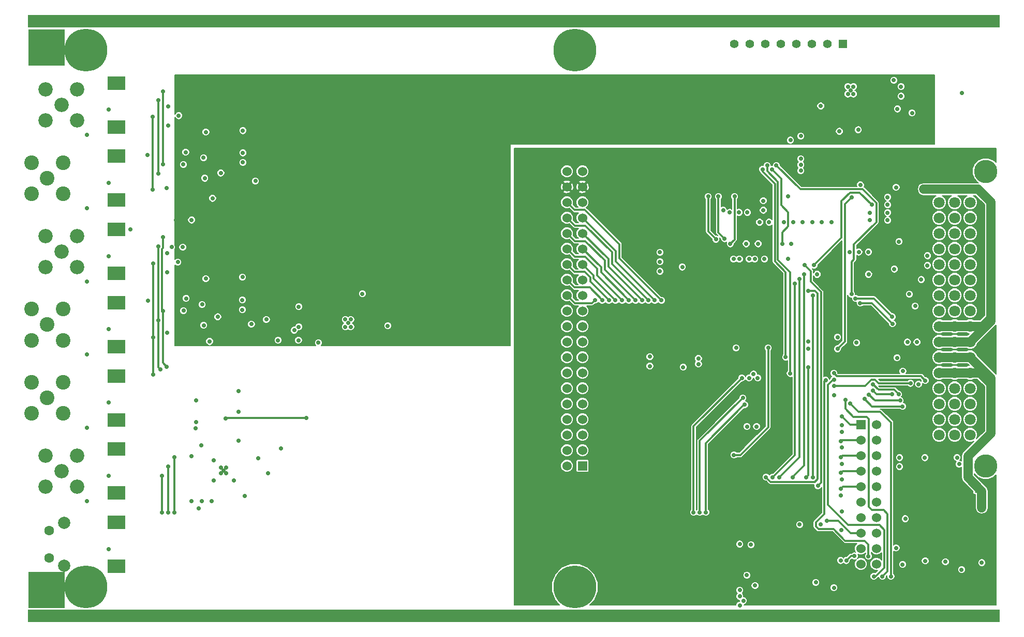
<source format=gbl>
G04 (created by PCBNEW (2013-07-07 BZR 4022)-stable) date 02/01/2014 11:01:46*
%MOIN*%
G04 Gerber Fmt 3.4, Leading zero omitted, Abs format*
%FSLAX34Y34*%
G01*
G70*
G90*
G04 APERTURE LIST*
%ADD10C,0.00590551*%
%ADD11R,0.06X0.06*%
%ADD12C,0.06*%
%ADD13C,0.0787*%
%ADD14C,0.063*%
%ADD15C,0.0709*%
%ADD16C,0.1496*%
%ADD17R,0.1181X0.0906*%
%ADD18C,0.0276*%
%ADD19R,6.25984X0.0787402*%
%ADD20R,0.055X0.055*%
%ADD21C,0.055*%
%ADD22C,0.0925*%
%ADD23R,0.23622X0.23622*%
%ADD24C,0.275591*%
%ADD25C,0.0945*%
%ADD26C,0.0275591*%
%ADD27C,0.011811*%
%ADD28C,0.023622*%
%ADD29C,0.0393701*%
%ADD30C,0.0591*%
%ADD31C,0.00984252*%
%ADD32C,0.00787402*%
G04 APERTURE END LIST*
G54D10*
G54D11*
X73554Y-46210D03*
G54D12*
X74554Y-46210D03*
X73554Y-47210D03*
X74554Y-47210D03*
X73554Y-48210D03*
X74554Y-48210D03*
X73554Y-49210D03*
X74554Y-49210D03*
X73554Y-50210D03*
X74554Y-50210D03*
X73554Y-51210D03*
X74554Y-51210D03*
X73554Y-52210D03*
X74554Y-52210D03*
X73554Y-53210D03*
X74554Y-53210D03*
X73554Y-54210D03*
X74554Y-54210D03*
X73554Y-55210D03*
X74554Y-55210D03*
G54D13*
X22239Y-52559D03*
X22239Y-55315D03*
G54D14*
X21259Y-53051D03*
X21259Y-54823D03*
G54D15*
X80590Y-31870D03*
X80590Y-32870D03*
X80590Y-33870D03*
X80590Y-34870D03*
X80590Y-35870D03*
X80590Y-36870D03*
X80590Y-37870D03*
X80590Y-38870D03*
X80590Y-39870D03*
X80590Y-40870D03*
X80590Y-41870D03*
X80590Y-42870D03*
X80590Y-43870D03*
X80590Y-44870D03*
X80590Y-45870D03*
X80590Y-46870D03*
X79590Y-31870D03*
X79590Y-32870D03*
X79590Y-33870D03*
X79590Y-34870D03*
X79590Y-35870D03*
X79590Y-36870D03*
X79590Y-37870D03*
X79590Y-38870D03*
X79590Y-39870D03*
X79590Y-40870D03*
X79590Y-41870D03*
X79590Y-42870D03*
X79590Y-43870D03*
X79590Y-44870D03*
X79590Y-45870D03*
X79590Y-46870D03*
X78590Y-31870D03*
X78590Y-32870D03*
X78590Y-33870D03*
X78590Y-34870D03*
X78590Y-35870D03*
X78590Y-36870D03*
X78590Y-37870D03*
X78590Y-38870D03*
X78590Y-39870D03*
X78590Y-40870D03*
X78590Y-41870D03*
X78590Y-42870D03*
X78590Y-43870D03*
X78590Y-44870D03*
X78590Y-45870D03*
X78590Y-46870D03*
G54D16*
X81590Y-29870D03*
X81590Y-48870D03*
G54D17*
X25590Y-52520D03*
X25590Y-55354D03*
X25590Y-24173D03*
X25590Y-27007D03*
G54D18*
X72893Y-24645D03*
X73070Y-24409D03*
X72716Y-24881D03*
X72716Y-24409D03*
X73070Y-24881D03*
G54D19*
X51181Y-58543D03*
X51181Y-20196D03*
G54D20*
X72397Y-21653D03*
G54D21*
X71397Y-21653D03*
X70397Y-21653D03*
X69397Y-21653D03*
X68397Y-21653D03*
X67397Y-21653D03*
X66397Y-21653D03*
X65397Y-21653D03*
G54D22*
X21043Y-26594D03*
X21043Y-24586D03*
X23051Y-24586D03*
X23051Y-26594D03*
X22047Y-25590D03*
X21043Y-50216D03*
X21043Y-48208D03*
X23051Y-48208D03*
X23051Y-50216D03*
X22047Y-49212D03*
G54D17*
X25590Y-28897D03*
X25590Y-31731D03*
X25590Y-47795D03*
X25590Y-50629D03*
X25590Y-38346D03*
X25590Y-41180D03*
G54D22*
X21043Y-36043D03*
X21043Y-34035D03*
X23051Y-34035D03*
X23051Y-36043D03*
X22047Y-35039D03*
G54D17*
X25590Y-33622D03*
X25590Y-36456D03*
X25590Y-43071D03*
X25590Y-45905D03*
G54D23*
X21090Y-56870D03*
X21090Y-21870D03*
G54D11*
X55618Y-48870D03*
G54D12*
X54618Y-48870D03*
X55618Y-43870D03*
X54618Y-47870D03*
X55618Y-42870D03*
X54618Y-46870D03*
X55618Y-41870D03*
X54618Y-45870D03*
X55618Y-40870D03*
X54618Y-44870D03*
X55618Y-39870D03*
X54618Y-43870D03*
X55618Y-38870D03*
X54618Y-42870D03*
X55618Y-37870D03*
X54618Y-41870D03*
X55618Y-36870D03*
X54618Y-40870D03*
X55618Y-35870D03*
X54618Y-39870D03*
X55618Y-34870D03*
X54618Y-38870D03*
X55618Y-33870D03*
X54618Y-37870D03*
X54618Y-36870D03*
X55618Y-32870D03*
X54618Y-35870D03*
X54618Y-33870D03*
X54618Y-32870D03*
X54618Y-31870D03*
X54618Y-30870D03*
X55618Y-31870D03*
X55618Y-30870D03*
X55618Y-47870D03*
X55618Y-46870D03*
X55618Y-45870D03*
X55618Y-44870D03*
X55618Y-29870D03*
X54618Y-29870D03*
X54618Y-34870D03*
G54D24*
X23622Y-56692D03*
X23622Y-22047D03*
X55118Y-22047D03*
X55118Y-56692D03*
G54D18*
X40511Y-39665D03*
X40334Y-39901D03*
X40688Y-39429D03*
X40688Y-39901D03*
X40334Y-39429D03*
G54D25*
X20137Y-45492D03*
X20137Y-43484D03*
X22145Y-43484D03*
X22145Y-45492D03*
X21141Y-44488D03*
X20137Y-40767D03*
X20137Y-38759D03*
X22145Y-38759D03*
X22145Y-40767D03*
X21141Y-39763D03*
X20137Y-31318D03*
X20137Y-29310D03*
X22145Y-29310D03*
X22145Y-31318D03*
X21141Y-30314D03*
G54D26*
X76692Y-50590D03*
X76692Y-50984D03*
X76692Y-50196D03*
X76318Y-50984D03*
X76318Y-50590D03*
X76318Y-50196D03*
X31850Y-48523D03*
X34724Y-48366D03*
X33149Y-49822D03*
X31850Y-49803D03*
X27618Y-38228D03*
X31358Y-36791D03*
X31122Y-38464D03*
X28858Y-36377D03*
X31200Y-28996D03*
X31358Y-27342D03*
X27598Y-28799D03*
X28937Y-26929D03*
X37342Y-38602D03*
X36003Y-40767D03*
X26496Y-33602D03*
X25078Y-25885D03*
X25078Y-30610D03*
X25078Y-35334D03*
X25078Y-40059D03*
X25078Y-49507D03*
X25078Y-54232D03*
X25078Y-44783D03*
X33444Y-45374D03*
X30728Y-46062D03*
X69685Y-29055D03*
X69685Y-29448D03*
X69685Y-29822D03*
X73523Y-30748D03*
X75826Y-30905D03*
X65748Y-53917D03*
X66200Y-55925D03*
X72283Y-53011D03*
X72322Y-51811D03*
X72322Y-49763D03*
X72322Y-48740D03*
X72322Y-47696D03*
X72322Y-46673D03*
X71811Y-56732D03*
X72244Y-54980D03*
X65354Y-35531D03*
X67342Y-35531D03*
X66358Y-35531D03*
X63090Y-42303D03*
X66633Y-42952D03*
X70177Y-40846D03*
X77696Y-55000D03*
X76259Y-42755D03*
X67027Y-33149D03*
X69192Y-33149D03*
X72263Y-50787D03*
X74133Y-33031D03*
X72322Y-45669D03*
X79744Y-48346D03*
X76555Y-40885D03*
X76673Y-37795D03*
X77165Y-40885D03*
X77204Y-25492D03*
X73011Y-26358D03*
X77255Y-27000D03*
X77500Y-23996D03*
X75294Y-26989D03*
X76409Y-27000D03*
X29507Y-33031D03*
X33208Y-30511D03*
X32972Y-39744D03*
X35452Y-40314D03*
X43070Y-39232D03*
X70177Y-41318D03*
X65728Y-35531D03*
X73425Y-35078D03*
X68877Y-35531D03*
X66712Y-35531D03*
X66358Y-43208D03*
X63090Y-41948D03*
X74330Y-43602D03*
X75984Y-44251D03*
X74055Y-44271D03*
X76082Y-44665D03*
X73779Y-44547D03*
X76240Y-45039D03*
X81909Y-32362D03*
G54D18*
X77637Y-31024D03*
X79251Y-31024D03*
X78700Y-31024D03*
X78149Y-31024D03*
X79802Y-31024D03*
G54D26*
X60708Y-38188D03*
X59448Y-38188D03*
X59035Y-38188D03*
X58602Y-38188D03*
X58169Y-38188D03*
X57736Y-38188D03*
X60275Y-38188D03*
X59862Y-38188D03*
X71811Y-42893D03*
X77696Y-43366D03*
X56437Y-38169D03*
X63562Y-51870D03*
X66062Y-44921D03*
X28523Y-49507D03*
X28523Y-51870D03*
X68996Y-42913D03*
X67519Y-29488D03*
X62775Y-51870D03*
X65885Y-43208D03*
X29311Y-48326D03*
X29311Y-51870D03*
X63169Y-51870D03*
X65944Y-44488D03*
X28917Y-48917D03*
X28917Y-51870D03*
X57322Y-38188D03*
X56889Y-38188D03*
X74251Y-32027D03*
X70531Y-35925D03*
X72972Y-31535D03*
X72047Y-41318D03*
X65413Y-31496D03*
X65137Y-34547D03*
X28582Y-24704D03*
X28582Y-29429D03*
X64370Y-31496D03*
X64763Y-34212D03*
X28287Y-30019D03*
X28287Y-25295D03*
X63720Y-31496D03*
X64212Y-34251D03*
X27933Y-31062D03*
X27933Y-26338D03*
X68700Y-41850D03*
X67224Y-29744D03*
X28838Y-42480D03*
X28602Y-34114D03*
X28582Y-38877D03*
X28425Y-42637D03*
X28287Y-34704D03*
X28287Y-39468D03*
X27952Y-42992D03*
X27952Y-35807D03*
X27952Y-40570D03*
X74035Y-54704D03*
X71279Y-43346D03*
X81082Y-50492D03*
G54D18*
X81338Y-50828D03*
X81338Y-51182D03*
X81338Y-51576D03*
G54D26*
X68484Y-34547D03*
X67814Y-29744D03*
X71811Y-43700D03*
X76751Y-43543D03*
X75570Y-39251D03*
X73208Y-38070D03*
X75590Y-39704D03*
X73503Y-38366D03*
X71811Y-43307D03*
X74389Y-56003D03*
X65748Y-56889D03*
X65748Y-57283D03*
X72559Y-44606D03*
X74940Y-56003D03*
X75826Y-54173D03*
X75570Y-44251D03*
X74330Y-44015D03*
X65748Y-57874D03*
X75492Y-56003D03*
X65984Y-57578D03*
X72874Y-44862D03*
X68110Y-29488D03*
X72952Y-37795D03*
X67578Y-41259D03*
X32637Y-45807D03*
X37834Y-45787D03*
X65374Y-48169D03*
X65511Y-41259D03*
X73129Y-54685D03*
X72618Y-54980D03*
X75905Y-25846D03*
X76043Y-48346D03*
X68582Y-33149D03*
X67263Y-32381D03*
X37322Y-40767D03*
X37047Y-40118D03*
X35255Y-39429D03*
X34291Y-39724D03*
X31594Y-40846D03*
X32125Y-39251D03*
X28858Y-40295D03*
X29862Y-34763D03*
X34547Y-30492D03*
X32322Y-29980D03*
X28838Y-30944D03*
X31791Y-31614D03*
X39468Y-20177D03*
X80807Y-58562D03*
X78838Y-58562D03*
X76870Y-58562D03*
X74901Y-58562D03*
X72933Y-58562D03*
X70964Y-58562D03*
X68996Y-58562D03*
X67027Y-58562D03*
X65059Y-58562D03*
X63090Y-58562D03*
X61122Y-58562D03*
X59153Y-58562D03*
X57185Y-58562D03*
X55216Y-58562D03*
X53248Y-58562D03*
X51279Y-58562D03*
X49311Y-58562D03*
X47342Y-58562D03*
X45374Y-58562D03*
X43405Y-58562D03*
X41437Y-58562D03*
X39468Y-58562D03*
X37500Y-58562D03*
X35531Y-58562D03*
X33562Y-58562D03*
X31594Y-58562D03*
X29625Y-58562D03*
X27657Y-58562D03*
X25688Y-58562D03*
X23720Y-58562D03*
X21751Y-58562D03*
X80807Y-20177D03*
X78838Y-20177D03*
X76870Y-20177D03*
X74901Y-20177D03*
X72933Y-20177D03*
X70964Y-20177D03*
X68996Y-20177D03*
X67027Y-20177D03*
X65059Y-20177D03*
X63090Y-20177D03*
X61122Y-20177D03*
X59153Y-20177D03*
X57185Y-20177D03*
X55216Y-20177D03*
X53248Y-20177D03*
X51279Y-20177D03*
X49311Y-20177D03*
X47342Y-20177D03*
X45374Y-20177D03*
X43405Y-20177D03*
X41437Y-20177D03*
X37500Y-20177D03*
X35531Y-20177D03*
X33562Y-20177D03*
X31594Y-20177D03*
X29625Y-20177D03*
X27657Y-20177D03*
X25688Y-20177D03*
X23720Y-20177D03*
X21751Y-20177D03*
X43070Y-39842D03*
X41437Y-37775D03*
X38602Y-40925D03*
X37342Y-39901D03*
X30885Y-51614D03*
X32677Y-49350D03*
X32322Y-49350D03*
X32322Y-48996D03*
X32500Y-49173D03*
X32677Y-48996D03*
X23700Y-51141D03*
X23681Y-46417D03*
X23681Y-41692D03*
X23681Y-36968D03*
X23700Y-32244D03*
X23681Y-27519D03*
X33858Y-50807D03*
X35354Y-49350D03*
X36181Y-47755D03*
X33444Y-47263D03*
X31712Y-51141D03*
X31082Y-51141D03*
X30433Y-51141D03*
X30413Y-48248D03*
X33444Y-44055D03*
X30728Y-44665D03*
X31062Y-47559D03*
X30708Y-46437D03*
X29153Y-34763D03*
X30433Y-33011D03*
X31279Y-30314D03*
X31220Y-39803D03*
X33720Y-36692D03*
X33700Y-38799D03*
X33700Y-38169D03*
X29921Y-38858D03*
X30078Y-38070D03*
X28858Y-35137D03*
X29547Y-35728D03*
X33740Y-29291D03*
X33740Y-28681D03*
X33740Y-27244D03*
X30059Y-28641D03*
X29901Y-29429D03*
X28937Y-25688D03*
X29606Y-26279D03*
X81338Y-55118D03*
X70964Y-25649D03*
X75669Y-23996D03*
X76141Y-24409D03*
X76141Y-25019D03*
X76850Y-26102D03*
X69685Y-27598D03*
X69015Y-27854D03*
X73385Y-27185D03*
X72165Y-27283D03*
X80059Y-24803D03*
X76043Y-48917D03*
X78996Y-55059D03*
X76240Y-55236D03*
X66830Y-46338D03*
X66220Y-46338D03*
X59960Y-41830D03*
X59960Y-42440D03*
X60610Y-36318D03*
X60610Y-35708D03*
X60610Y-35098D03*
X66240Y-32519D03*
X65708Y-32519D03*
X65098Y-32519D03*
X64685Y-32381D03*
X72322Y-46259D03*
X73267Y-40925D03*
X70649Y-56397D03*
X66732Y-56594D03*
X62106Y-42500D03*
X66909Y-43208D03*
X71811Y-44330D03*
X62047Y-36043D03*
X69074Y-34547D03*
X66161Y-34547D03*
X66929Y-34547D03*
X72047Y-40570D03*
X67263Y-31771D03*
X67637Y-33149D03*
X71653Y-33149D03*
X71023Y-33149D03*
X70413Y-33149D03*
X69803Y-33149D03*
X68858Y-31476D03*
X74133Y-32539D03*
X75275Y-33031D03*
X75275Y-32539D03*
X75275Y-32027D03*
X75275Y-31535D03*
X69606Y-52657D03*
X70944Y-52657D03*
X66476Y-53956D03*
X74055Y-36515D03*
X80039Y-55570D03*
X76417Y-52283D03*
X77677Y-48346D03*
X75885Y-41909D03*
X77047Y-38562D03*
X79881Y-48759D03*
X70728Y-36515D03*
X74035Y-35078D03*
X72814Y-35078D03*
X75708Y-36181D03*
X77834Y-35944D03*
X77834Y-35314D03*
X76003Y-34409D03*
X77263Y-43602D03*
X77440Y-36850D03*
X72263Y-49330D03*
X72263Y-47283D03*
X70787Y-50157D03*
X69921Y-35905D03*
X71358Y-52421D03*
X72263Y-50354D03*
X72263Y-48307D03*
X69173Y-49606D03*
X69881Y-36515D03*
X70177Y-42500D03*
X70039Y-49606D03*
X70177Y-37578D03*
X67440Y-49606D03*
X67874Y-49606D03*
X69291Y-37106D03*
X70472Y-37874D03*
X70472Y-49606D03*
X68307Y-49606D03*
X69586Y-36811D03*
G54D27*
X72863Y-46210D02*
X73554Y-46210D01*
X72322Y-45669D02*
X72863Y-46210D01*
G54D28*
X71220Y-24389D02*
X71535Y-24389D01*
G54D29*
X71220Y-24389D02*
X57913Y-24389D01*
X47381Y-24389D02*
X57913Y-24389D01*
G54D28*
X72637Y-25492D02*
X77204Y-25492D01*
X71535Y-24389D02*
X72637Y-25492D01*
X77255Y-27000D02*
X77263Y-27007D01*
X75294Y-26989D02*
X75275Y-27007D01*
X76409Y-27000D02*
X76417Y-27007D01*
G54D29*
X47381Y-24389D02*
X47381Y-34921D01*
X47381Y-34921D02*
X43543Y-38759D01*
X29507Y-33031D02*
X30216Y-32322D01*
X33208Y-31791D02*
X33208Y-30511D01*
X32677Y-32322D02*
X33208Y-31791D01*
X30216Y-32322D02*
X32677Y-32322D01*
X33208Y-30511D02*
X39330Y-24389D01*
X39330Y-24389D02*
X47381Y-24389D01*
X35452Y-40314D02*
X33543Y-40314D01*
X33543Y-40314D02*
X32972Y-39744D01*
X35452Y-40314D02*
X36417Y-39350D01*
X36417Y-39350D02*
X38503Y-39350D01*
X38503Y-39350D02*
X39094Y-38759D01*
X39094Y-38759D02*
X43543Y-38759D01*
X43543Y-38759D02*
X43070Y-39232D01*
G54D27*
X75688Y-43956D02*
X74685Y-43956D01*
X74685Y-43956D02*
X74330Y-43602D01*
X75984Y-44251D02*
X75688Y-43956D01*
X74448Y-44665D02*
X74055Y-44271D01*
X76082Y-44665D02*
X74448Y-44665D01*
X74271Y-45039D02*
X73779Y-44547D01*
X76240Y-45039D02*
X74271Y-45039D01*
X81909Y-32362D02*
X81928Y-32362D01*
X81928Y-32362D02*
X81928Y-32363D01*
G54D30*
X81101Y-31024D02*
X80393Y-31024D01*
X81928Y-31851D02*
X81101Y-31024D01*
X81928Y-32363D02*
X81928Y-31851D01*
X81389Y-39871D02*
X81928Y-39332D01*
X80393Y-31024D02*
X79802Y-31024D01*
X80393Y-31024D02*
X80392Y-31024D01*
X79251Y-31024D02*
X78700Y-31024D01*
X79590Y-39871D02*
X80590Y-39871D01*
X77637Y-31024D02*
X77598Y-31024D01*
X80590Y-40871D02*
X81928Y-39533D01*
X78149Y-31024D02*
X77637Y-31024D01*
X79590Y-40871D02*
X80590Y-40871D01*
X78590Y-39871D02*
X79590Y-39871D01*
X81928Y-39533D02*
X81928Y-39332D01*
X79802Y-31024D02*
X79251Y-31024D01*
X78700Y-31024D02*
X78149Y-31024D01*
X81928Y-39332D02*
X81928Y-32363D01*
X78590Y-40871D02*
X79590Y-40871D01*
X80590Y-39871D02*
X81389Y-39871D01*
G54D27*
X55110Y-32362D02*
X54618Y-31870D01*
X55767Y-32362D02*
X55110Y-32362D01*
X57992Y-34586D02*
X55767Y-32362D01*
X57992Y-35472D02*
X57992Y-34586D01*
X60708Y-38188D02*
X57992Y-35472D01*
X55622Y-33870D02*
X55618Y-33870D01*
X57283Y-35531D02*
X55622Y-33870D01*
X57283Y-36023D02*
X57283Y-35531D01*
X59448Y-38188D02*
X57283Y-36023D01*
X55118Y-34370D02*
X54618Y-33870D01*
X55787Y-34370D02*
X55118Y-34370D01*
X57047Y-35629D02*
X55787Y-34370D01*
X57047Y-36200D02*
X57047Y-35629D01*
X59035Y-38188D02*
X57047Y-36200D01*
X55618Y-34870D02*
X55618Y-34870D01*
X56811Y-36062D02*
X55618Y-34870D01*
X56811Y-36397D02*
X56811Y-36062D01*
X58602Y-38188D02*
X56811Y-36397D01*
X55122Y-35374D02*
X54618Y-34870D01*
X55787Y-35374D02*
X55122Y-35374D01*
X56574Y-36161D02*
X55787Y-35374D01*
X56574Y-36594D02*
X56574Y-36161D01*
X58169Y-38188D02*
X56574Y-36594D01*
X55614Y-35870D02*
X55618Y-35870D01*
X56338Y-36594D02*
X55614Y-35870D01*
X56338Y-36791D02*
X56338Y-36594D01*
X57736Y-38188D02*
X56338Y-36791D01*
X55625Y-32870D02*
X55618Y-32870D01*
X57755Y-35000D02*
X55625Y-32870D01*
X57755Y-35669D02*
X57755Y-35000D01*
X60275Y-38188D02*
X57755Y-35669D01*
X55114Y-33366D02*
X54618Y-32870D01*
X55787Y-33366D02*
X55114Y-33366D01*
X57519Y-35098D02*
X55787Y-33366D01*
X57519Y-35846D02*
X57519Y-35098D01*
X59862Y-38188D02*
X57519Y-35846D01*
X72657Y-43090D02*
X72007Y-43090D01*
X72007Y-43090D02*
X71811Y-42893D01*
X77421Y-43090D02*
X72657Y-43090D01*
X72657Y-43090D02*
X72677Y-43090D01*
X77696Y-43366D02*
X77421Y-43090D01*
X55114Y-38366D02*
X54618Y-37870D01*
X56240Y-38366D02*
X55114Y-38366D01*
X56437Y-38169D02*
X56240Y-38366D01*
X66043Y-44921D02*
X63562Y-47401D01*
X63562Y-47401D02*
X63562Y-51870D01*
X66062Y-44921D02*
X66043Y-44921D01*
X28523Y-51870D02*
X28523Y-49507D01*
X67519Y-29488D02*
X67519Y-29862D01*
X67519Y-29862D02*
X68208Y-30551D01*
X68208Y-35590D02*
X68208Y-30551D01*
X68996Y-36377D02*
X68208Y-35590D01*
X68996Y-42913D02*
X68996Y-36377D01*
X65885Y-43208D02*
X62775Y-46318D01*
X62775Y-46318D02*
X62775Y-51870D01*
X65885Y-43208D02*
X65885Y-43208D01*
X29311Y-51870D02*
X29311Y-48326D01*
X65944Y-44488D02*
X63169Y-47263D01*
X63169Y-47263D02*
X63169Y-51870D01*
X65944Y-44488D02*
X65944Y-44488D01*
X28917Y-51870D02*
X28917Y-48917D01*
X54618Y-35870D02*
X55106Y-36358D01*
X55106Y-36358D02*
X55751Y-36358D01*
X56122Y-36728D02*
X55751Y-36358D01*
X56122Y-36988D02*
X56122Y-36728D01*
X57322Y-38188D02*
X56122Y-36988D01*
X55110Y-37362D02*
X54618Y-36870D01*
X56082Y-37362D02*
X55110Y-37362D01*
X56889Y-38169D02*
X56082Y-37362D01*
X73464Y-31240D02*
X74251Y-32027D01*
X72854Y-31240D02*
X73464Y-31240D01*
X72303Y-31791D02*
X72854Y-31240D01*
X72303Y-34153D02*
X72303Y-31791D01*
X70531Y-35925D02*
X72303Y-34153D01*
X72519Y-31988D02*
X72972Y-31535D01*
X72519Y-40846D02*
X72519Y-31988D01*
X72047Y-41318D02*
X72519Y-40846D01*
X65413Y-34271D02*
X65413Y-31496D01*
X65137Y-34547D02*
X65413Y-34271D01*
X28582Y-29429D02*
X28582Y-24704D01*
X64370Y-33818D02*
X64370Y-31496D01*
X64763Y-34212D02*
X64370Y-33818D01*
X28287Y-25295D02*
X28287Y-30019D01*
X63720Y-33759D02*
X63720Y-31496D01*
X64212Y-34251D02*
X63720Y-33759D01*
X27933Y-26338D02*
X27933Y-31062D01*
X68011Y-35688D02*
X68011Y-30669D01*
X68700Y-36377D02*
X68011Y-35688D01*
X68700Y-41850D02*
X68700Y-36377D01*
X67224Y-29881D02*
X68011Y-30669D01*
X67224Y-29744D02*
X67224Y-29881D01*
X28582Y-42224D02*
X28838Y-42480D01*
X28582Y-42224D02*
X28582Y-38877D01*
X28602Y-34822D02*
X28602Y-34114D01*
X28543Y-34881D02*
X28602Y-34822D01*
X28543Y-38838D02*
X28543Y-34881D01*
X28582Y-38877D02*
X28543Y-38838D01*
X28287Y-42500D02*
X28425Y-42637D01*
X28287Y-42500D02*
X28287Y-39468D01*
X28287Y-39468D02*
X28287Y-34704D01*
X27952Y-40551D02*
X27952Y-42992D01*
X27952Y-40570D02*
X27952Y-40551D01*
X27952Y-40551D02*
X27952Y-35807D01*
X71279Y-43346D02*
X71200Y-43425D01*
X71200Y-43425D02*
X71200Y-51968D01*
X71200Y-51968D02*
X70649Y-52519D01*
X70649Y-52519D02*
X70649Y-52775D01*
X70649Y-52775D02*
X70826Y-52952D01*
X70826Y-52952D02*
X71456Y-52952D01*
X71456Y-52952D02*
X71791Y-52952D01*
X71791Y-52952D02*
X72539Y-53700D01*
X72539Y-53700D02*
X73779Y-53700D01*
X73779Y-53700D02*
X74035Y-53956D01*
X74035Y-53956D02*
X74035Y-54704D01*
G54D31*
X81023Y-50551D02*
X80925Y-50551D01*
X81082Y-50492D02*
X81023Y-50551D01*
G54D30*
X81338Y-51182D02*
X81338Y-50828D01*
X81338Y-51576D02*
X81338Y-51182D01*
X81928Y-46772D02*
X80451Y-48248D01*
X81928Y-43584D02*
X81928Y-46772D01*
X80451Y-48248D02*
X80451Y-49626D01*
X81338Y-50828D02*
X81338Y-50513D01*
X80451Y-49626D02*
X81338Y-50513D01*
X81215Y-42871D02*
X81928Y-43584D01*
X79590Y-41871D02*
X80590Y-41871D01*
X78590Y-42871D02*
X79590Y-42871D01*
X78590Y-41871D02*
X79590Y-41871D01*
X80590Y-41871D02*
X81928Y-43209D01*
X79590Y-42871D02*
X80590Y-42871D01*
X81928Y-43209D02*
X81928Y-43584D01*
X80590Y-42871D02*
X81215Y-42871D01*
G54D27*
X68425Y-32047D02*
X68425Y-30357D01*
X68877Y-32500D02*
X68425Y-32047D01*
X68877Y-33405D02*
X68877Y-32500D01*
X68484Y-33799D02*
X68877Y-33405D01*
X68484Y-34547D02*
X68484Y-33799D01*
X67814Y-29746D02*
X68425Y-30357D01*
X67814Y-29744D02*
X67814Y-29746D01*
X71811Y-43700D02*
X72972Y-43700D01*
X76751Y-43543D02*
X74704Y-43543D01*
X74704Y-43543D02*
X74468Y-43307D01*
X74468Y-43307D02*
X74212Y-43307D01*
X74212Y-43307D02*
X73818Y-43700D01*
X73818Y-43700D02*
X72972Y-43700D01*
X75570Y-39251D02*
X74389Y-38070D01*
X74389Y-38070D02*
X73208Y-38070D01*
X75590Y-39704D02*
X74251Y-38366D01*
X74251Y-38366D02*
X73503Y-38366D01*
X75059Y-55334D02*
X75059Y-55433D01*
X71811Y-43307D02*
X71751Y-43307D01*
X75059Y-53011D02*
X75059Y-55334D01*
X74744Y-52696D02*
X75059Y-53011D01*
X72736Y-52696D02*
X74744Y-52696D01*
X71417Y-51377D02*
X72736Y-52696D01*
X71417Y-43641D02*
X71417Y-51377D01*
X71751Y-43307D02*
X71417Y-43641D01*
X75059Y-55433D02*
X74488Y-56003D01*
X74488Y-56003D02*
X74389Y-56003D01*
X65748Y-56889D02*
X65783Y-56889D01*
X75275Y-55590D02*
X75275Y-55669D01*
X72559Y-44606D02*
X72559Y-45196D01*
X75275Y-51968D02*
X75275Y-55511D01*
X75019Y-51712D02*
X75275Y-51968D01*
X74251Y-51712D02*
X75019Y-51712D01*
X74055Y-51515D02*
X74251Y-51712D01*
X74055Y-45846D02*
X74055Y-51515D01*
X73917Y-45708D02*
X74055Y-45846D01*
X73070Y-45708D02*
X73917Y-45708D01*
X72559Y-45196D02*
X73070Y-45708D01*
X75275Y-55511D02*
X75275Y-55590D01*
X75275Y-55669D02*
X74940Y-56003D01*
X75570Y-44251D02*
X74566Y-44251D01*
X74566Y-44251D02*
X74330Y-44015D01*
X75492Y-56003D02*
X75492Y-55846D01*
X73405Y-45393D02*
X74803Y-45393D01*
X73405Y-45393D02*
X72874Y-44862D01*
X75492Y-46082D02*
X75492Y-55846D01*
X74803Y-45393D02*
X75492Y-46082D01*
X72952Y-35708D02*
X73110Y-35551D01*
X73110Y-35551D02*
X73110Y-34586D01*
X73110Y-34586D02*
X74547Y-33149D01*
X74547Y-33149D02*
X74547Y-31909D01*
X74547Y-31909D02*
X73661Y-31023D01*
X73661Y-31023D02*
X69645Y-31023D01*
X69645Y-31023D02*
X68110Y-29488D01*
X72952Y-37795D02*
X72952Y-35708D01*
X68110Y-29488D02*
X68110Y-29488D01*
X67578Y-41259D02*
X67578Y-46377D01*
X32657Y-45787D02*
X32637Y-45807D01*
X37834Y-45787D02*
X32657Y-45787D01*
X65787Y-48169D02*
X65374Y-48169D01*
X67578Y-46377D02*
X65787Y-48169D01*
X73129Y-54685D02*
X72913Y-54685D01*
X72913Y-54685D02*
X72618Y-54980D01*
G54D32*
X76870Y-58562D02*
X78838Y-58562D01*
X72933Y-58562D02*
X74901Y-58562D01*
X68996Y-58562D02*
X70964Y-58562D01*
X65059Y-58562D02*
X67027Y-58562D01*
X61122Y-58562D02*
X63090Y-58562D01*
X57185Y-58562D02*
X59153Y-58562D01*
X53248Y-58562D02*
X55216Y-58562D01*
X49311Y-58562D02*
X51279Y-58562D01*
X45374Y-58562D02*
X47342Y-58562D01*
X41437Y-58562D02*
X43405Y-58562D01*
X37500Y-58562D02*
X39468Y-58562D01*
X33562Y-58562D02*
X35531Y-58562D01*
X29625Y-58562D02*
X31594Y-58562D01*
X25688Y-58562D02*
X27657Y-58562D01*
X21751Y-58562D02*
X23720Y-58562D01*
X78838Y-20177D02*
X80807Y-20177D01*
X74901Y-20177D02*
X76870Y-20177D01*
X70964Y-20177D02*
X72933Y-20177D01*
X67027Y-20177D02*
X68996Y-20177D01*
X63090Y-20177D02*
X65059Y-20177D01*
X59153Y-20177D02*
X61122Y-20177D01*
X55216Y-20177D02*
X57185Y-20177D01*
X51279Y-20177D02*
X53248Y-20177D01*
X47342Y-20177D02*
X49311Y-20177D01*
X43405Y-20177D02*
X45374Y-20177D01*
X39468Y-20177D02*
X41437Y-20177D01*
X37500Y-20177D02*
X39468Y-20177D01*
X33562Y-20177D02*
X35531Y-20177D01*
X29625Y-20177D02*
X31594Y-20177D01*
X25688Y-20177D02*
X27657Y-20177D01*
X21751Y-20177D02*
X23720Y-20177D01*
X32500Y-49173D02*
X32677Y-49350D01*
X32500Y-49173D02*
X32322Y-49350D01*
X32500Y-49173D02*
X32322Y-48996D01*
X32500Y-49173D02*
X32677Y-48996D01*
G54D27*
X72384Y-49210D02*
X73554Y-49210D01*
X72263Y-49330D02*
X72384Y-49210D01*
X72337Y-47210D02*
X73554Y-47210D01*
X72263Y-47283D02*
X72337Y-47210D01*
X70787Y-50157D02*
X70984Y-49960D01*
X70984Y-49960D02*
X70984Y-37657D01*
X70984Y-37657D02*
X70314Y-36988D01*
X70314Y-36988D02*
X70314Y-36299D01*
X70314Y-36299D02*
X69921Y-35905D01*
X71358Y-52421D02*
X72106Y-52421D01*
X72895Y-53210D02*
X73554Y-53210D01*
X72106Y-52421D02*
X72895Y-53210D01*
X72408Y-50210D02*
X73554Y-50210D01*
X72263Y-50354D02*
X72408Y-50210D01*
X72360Y-48210D02*
X73554Y-48210D01*
X72263Y-48307D02*
X72360Y-48210D01*
X69173Y-49606D02*
X69173Y-49566D01*
X69881Y-48858D02*
X69881Y-36515D01*
X69173Y-49566D02*
X69881Y-48858D01*
X70177Y-42500D02*
X70177Y-43425D01*
X70039Y-49606D02*
X70039Y-49606D01*
X70177Y-49468D02*
X70177Y-43425D01*
X70039Y-49606D02*
X70177Y-49468D01*
X70590Y-37578D02*
X70767Y-37755D01*
X70177Y-37578D02*
X70590Y-37578D01*
X67736Y-49901D02*
X70590Y-49901D01*
X67440Y-49606D02*
X67736Y-49901D01*
X70767Y-49724D02*
X70767Y-37755D01*
X70590Y-49901D02*
X70767Y-49724D01*
X67874Y-49606D02*
X67874Y-49606D01*
X69291Y-48188D02*
X69291Y-37106D01*
X67874Y-49606D02*
X69291Y-48188D01*
X70472Y-37874D02*
X70472Y-49606D01*
X68307Y-49606D02*
X68307Y-49606D01*
X69586Y-48326D02*
X69586Y-36811D01*
X68307Y-49606D02*
X69586Y-48326D01*
G54D10*
G36*
X82244Y-57834D02*
X81594Y-57834D01*
X81594Y-55067D01*
X81555Y-54973D01*
X81483Y-54901D01*
X81389Y-54862D01*
X81287Y-54862D01*
X81193Y-54901D01*
X81121Y-54972D01*
X81082Y-55066D01*
X81082Y-55168D01*
X81121Y-55262D01*
X81193Y-55334D01*
X81287Y-55373D01*
X81389Y-55374D01*
X81483Y-55335D01*
X81555Y-55263D01*
X81594Y-55169D01*
X81594Y-55067D01*
X81594Y-57834D01*
X80295Y-57834D01*
X80295Y-55520D01*
X80256Y-55426D01*
X80184Y-55354D01*
X80090Y-55315D01*
X79988Y-55314D01*
X79894Y-55353D01*
X79822Y-55425D01*
X79783Y-55519D01*
X79783Y-55621D01*
X79822Y-55715D01*
X79894Y-55787D01*
X79988Y-55826D01*
X80090Y-55826D01*
X80184Y-55787D01*
X80256Y-55716D01*
X80295Y-55621D01*
X80295Y-55520D01*
X80295Y-57834D01*
X79252Y-57834D01*
X79252Y-55008D01*
X79213Y-54914D01*
X79141Y-54842D01*
X79063Y-54809D01*
X79063Y-46776D01*
X79063Y-45776D01*
X79063Y-44776D01*
X79063Y-43776D01*
X78991Y-43602D01*
X78858Y-43469D01*
X78684Y-43397D01*
X78496Y-43397D01*
X78323Y-43469D01*
X78190Y-43602D01*
X78118Y-43775D01*
X78117Y-43963D01*
X78189Y-44137D01*
X78322Y-44270D01*
X78496Y-44342D01*
X78684Y-44342D01*
X78857Y-44270D01*
X78990Y-44138D01*
X79063Y-43964D01*
X79063Y-43776D01*
X79063Y-44776D01*
X78991Y-44602D01*
X78858Y-44469D01*
X78684Y-44397D01*
X78496Y-44397D01*
X78323Y-44469D01*
X78190Y-44602D01*
X78118Y-44775D01*
X78117Y-44963D01*
X78189Y-45137D01*
X78322Y-45270D01*
X78496Y-45342D01*
X78684Y-45342D01*
X78857Y-45270D01*
X78990Y-45138D01*
X79063Y-44964D01*
X79063Y-44776D01*
X79063Y-45776D01*
X78991Y-45602D01*
X78858Y-45469D01*
X78684Y-45397D01*
X78496Y-45397D01*
X78323Y-45469D01*
X78190Y-45602D01*
X78118Y-45775D01*
X78117Y-45963D01*
X78189Y-46137D01*
X78322Y-46270D01*
X78496Y-46342D01*
X78684Y-46342D01*
X78857Y-46270D01*
X78990Y-46138D01*
X79063Y-45964D01*
X79063Y-45776D01*
X79063Y-46776D01*
X78991Y-46602D01*
X78858Y-46469D01*
X78684Y-46397D01*
X78496Y-46397D01*
X78323Y-46469D01*
X78190Y-46602D01*
X78118Y-46775D01*
X78117Y-46963D01*
X78189Y-47137D01*
X78322Y-47270D01*
X78496Y-47342D01*
X78684Y-47342D01*
X78857Y-47270D01*
X78990Y-47138D01*
X79063Y-46964D01*
X79063Y-46776D01*
X79063Y-54809D01*
X79047Y-54803D01*
X78945Y-54803D01*
X78851Y-54841D01*
X78779Y-54913D01*
X78740Y-55007D01*
X78740Y-55109D01*
X78778Y-55203D01*
X78850Y-55275D01*
X78944Y-55314D01*
X79046Y-55315D01*
X79140Y-55276D01*
X79212Y-55204D01*
X79251Y-55110D01*
X79252Y-55008D01*
X79252Y-57834D01*
X78090Y-57834D01*
X78090Y-35894D01*
X78090Y-35264D01*
X78051Y-35170D01*
X77979Y-35098D01*
X77885Y-35059D01*
X77783Y-35059D01*
X77689Y-35097D01*
X77617Y-35169D01*
X77578Y-35263D01*
X77578Y-35365D01*
X77617Y-35459D01*
X77689Y-35531D01*
X77783Y-35570D01*
X77885Y-35570D01*
X77979Y-35532D01*
X78051Y-35460D01*
X78090Y-35366D01*
X78090Y-35264D01*
X78090Y-35894D01*
X78051Y-35800D01*
X77979Y-35728D01*
X77885Y-35689D01*
X77783Y-35688D01*
X77689Y-35727D01*
X77617Y-35799D01*
X77578Y-35893D01*
X77578Y-35995D01*
X77617Y-36089D01*
X77689Y-36161D01*
X77783Y-36200D01*
X77885Y-36200D01*
X77979Y-36161D01*
X78051Y-36090D01*
X78090Y-35996D01*
X78090Y-35894D01*
X78090Y-57834D01*
X77952Y-57834D01*
X77952Y-54949D01*
X77952Y-43315D01*
X77913Y-43221D01*
X77841Y-43149D01*
X77747Y-43110D01*
X77696Y-43110D01*
X77696Y-36799D01*
X77658Y-36705D01*
X77586Y-36633D01*
X77492Y-36594D01*
X77390Y-36594D01*
X77296Y-36633D01*
X77224Y-36705D01*
X77185Y-36799D01*
X77184Y-36901D01*
X77223Y-36995D01*
X77295Y-37067D01*
X77389Y-37106D01*
X77491Y-37106D01*
X77585Y-37067D01*
X77657Y-36995D01*
X77696Y-36901D01*
X77696Y-36799D01*
X77696Y-43110D01*
X77691Y-43110D01*
X77546Y-42965D01*
X77489Y-42926D01*
X77421Y-42913D01*
X77421Y-40835D01*
X77382Y-40741D01*
X77310Y-40669D01*
X77303Y-40665D01*
X77303Y-38512D01*
X77264Y-38418D01*
X77192Y-38346D01*
X77098Y-38307D01*
X76996Y-38307D01*
X76929Y-38334D01*
X76929Y-37744D01*
X76890Y-37650D01*
X76818Y-37578D01*
X76724Y-37539D01*
X76622Y-37539D01*
X76528Y-37578D01*
X76456Y-37650D01*
X76417Y-37744D01*
X76417Y-37845D01*
X76456Y-37940D01*
X76528Y-38012D01*
X76622Y-38051D01*
X76723Y-38051D01*
X76817Y-38012D01*
X76890Y-37940D01*
X76929Y-37846D01*
X76929Y-37744D01*
X76929Y-38334D01*
X76902Y-38345D01*
X76830Y-38417D01*
X76791Y-38511D01*
X76791Y-38613D01*
X76830Y-38707D01*
X76902Y-38779D01*
X76996Y-38818D01*
X77097Y-38818D01*
X77192Y-38780D01*
X77264Y-38708D01*
X77303Y-38614D01*
X77303Y-38512D01*
X77303Y-40665D01*
X77216Y-40629D01*
X77114Y-40629D01*
X77020Y-40668D01*
X76948Y-40740D01*
X76909Y-40834D01*
X76909Y-40936D01*
X76948Y-41030D01*
X77020Y-41102D01*
X77114Y-41141D01*
X77216Y-41141D01*
X77310Y-41102D01*
X77382Y-41030D01*
X77421Y-40936D01*
X77421Y-40835D01*
X77421Y-42913D01*
X77421Y-42913D01*
X76811Y-42913D01*
X76811Y-40835D01*
X76772Y-40741D01*
X76700Y-40669D01*
X76606Y-40629D01*
X76504Y-40629D01*
X76410Y-40668D01*
X76338Y-40740D01*
X76299Y-40834D01*
X76299Y-40936D01*
X76338Y-41030D01*
X76409Y-41102D01*
X76503Y-41141D01*
X76605Y-41141D01*
X76699Y-41102D01*
X76771Y-41030D01*
X76810Y-40936D01*
X76811Y-40835D01*
X76811Y-42913D01*
X76464Y-42913D01*
X76476Y-42901D01*
X76515Y-42807D01*
X76515Y-42705D01*
X76476Y-42611D01*
X76404Y-42539D01*
X76310Y-42500D01*
X76259Y-42500D01*
X76259Y-34358D01*
X76221Y-34264D01*
X76149Y-34192D01*
X76082Y-34165D01*
X76082Y-30854D01*
X76043Y-30760D01*
X75971Y-30688D01*
X75877Y-30649D01*
X75776Y-30649D01*
X75682Y-30688D01*
X75609Y-30760D01*
X75570Y-30854D01*
X75570Y-30956D01*
X75609Y-31050D01*
X75681Y-31122D01*
X75775Y-31161D01*
X75877Y-31161D01*
X75971Y-31122D01*
X76043Y-31050D01*
X76082Y-30956D01*
X76082Y-30854D01*
X76082Y-34165D01*
X76055Y-34153D01*
X75953Y-34153D01*
X75859Y-34192D01*
X75787Y-34264D01*
X75748Y-34358D01*
X75747Y-34460D01*
X75786Y-34554D01*
X75858Y-34626D01*
X75952Y-34665D01*
X76054Y-34665D01*
X76148Y-34626D01*
X76220Y-34554D01*
X76259Y-34460D01*
X76259Y-34358D01*
X76259Y-42500D01*
X76209Y-42499D01*
X76141Y-42527D01*
X76141Y-41858D01*
X76102Y-41764D01*
X76030Y-41692D01*
X75964Y-41665D01*
X75964Y-36130D01*
X75925Y-36036D01*
X75853Y-35964D01*
X75759Y-35925D01*
X75657Y-35925D01*
X75563Y-35964D01*
X75531Y-35996D01*
X75531Y-32980D01*
X75492Y-32886D01*
X75420Y-32814D01*
X75350Y-32785D01*
X75420Y-32756D01*
X75492Y-32684D01*
X75531Y-32590D01*
X75531Y-32488D01*
X75492Y-32394D01*
X75420Y-32322D01*
X75326Y-32283D01*
X75326Y-32283D01*
X75420Y-32244D01*
X75492Y-32172D01*
X75531Y-32078D01*
X75531Y-31976D01*
X75492Y-31882D01*
X75420Y-31810D01*
X75350Y-31781D01*
X75420Y-31752D01*
X75492Y-31680D01*
X75531Y-31586D01*
X75531Y-31484D01*
X75492Y-31390D01*
X75420Y-31318D01*
X75326Y-31279D01*
X75224Y-31279D01*
X75130Y-31318D01*
X75058Y-31390D01*
X75019Y-31484D01*
X75019Y-31586D01*
X75058Y-31680D01*
X75130Y-31752D01*
X75200Y-31781D01*
X75130Y-31810D01*
X75058Y-31882D01*
X75019Y-31976D01*
X75019Y-32078D01*
X75058Y-32172D01*
X75130Y-32244D01*
X75224Y-32283D01*
X75326Y-32283D01*
X75224Y-32283D01*
X75130Y-32322D01*
X75058Y-32394D01*
X75019Y-32488D01*
X75019Y-32590D01*
X75058Y-32684D01*
X75130Y-32756D01*
X75200Y-32785D01*
X75130Y-32814D01*
X75058Y-32886D01*
X75019Y-32980D01*
X75019Y-33082D01*
X75058Y-33176D01*
X75130Y-33248D01*
X75224Y-33287D01*
X75326Y-33287D01*
X75420Y-33248D01*
X75492Y-33176D01*
X75531Y-33082D01*
X75531Y-32980D01*
X75531Y-35996D01*
X75491Y-36035D01*
X75452Y-36129D01*
X75452Y-36231D01*
X75491Y-36325D01*
X75563Y-36397D01*
X75657Y-36436D01*
X75759Y-36437D01*
X75853Y-36398D01*
X75925Y-36326D01*
X75964Y-36232D01*
X75964Y-36130D01*
X75964Y-41665D01*
X75936Y-41653D01*
X75835Y-41653D01*
X75741Y-41692D01*
X75669Y-41764D01*
X75629Y-41858D01*
X75629Y-41960D01*
X75668Y-42054D01*
X75740Y-42126D01*
X75834Y-42165D01*
X75936Y-42165D01*
X76030Y-42126D01*
X76102Y-42054D01*
X76141Y-41960D01*
X76141Y-41858D01*
X76141Y-42527D01*
X76115Y-42538D01*
X76043Y-42610D01*
X76003Y-42704D01*
X76003Y-42806D01*
X76042Y-42900D01*
X76055Y-42913D01*
X73523Y-42913D01*
X73523Y-40874D01*
X73484Y-40780D01*
X73412Y-40708D01*
X73318Y-40669D01*
X73217Y-40669D01*
X73122Y-40708D01*
X73050Y-40780D01*
X73011Y-40874D01*
X73011Y-40975D01*
X73050Y-41069D01*
X73122Y-41142D01*
X73216Y-41181D01*
X73318Y-41181D01*
X73412Y-41142D01*
X73484Y-41070D01*
X73523Y-40976D01*
X73523Y-40874D01*
X73523Y-42913D01*
X72677Y-42913D01*
X72657Y-42913D01*
X72081Y-42913D01*
X72066Y-42899D01*
X72066Y-42843D01*
X72028Y-42748D01*
X71956Y-42676D01*
X71862Y-42637D01*
X71760Y-42637D01*
X71666Y-42676D01*
X71594Y-42748D01*
X71555Y-42842D01*
X71555Y-42944D01*
X71593Y-43038D01*
X71655Y-43100D01*
X71594Y-43161D01*
X71557Y-43251D01*
X71528Y-43279D01*
X71496Y-43201D01*
X71424Y-43129D01*
X71330Y-43090D01*
X71228Y-43090D01*
X71161Y-43118D01*
X71161Y-37657D01*
X71147Y-37589D01*
X71147Y-37589D01*
X71109Y-37532D01*
X70492Y-36914D01*
X70492Y-36614D01*
X70511Y-36660D01*
X70583Y-36732D01*
X70677Y-36771D01*
X70779Y-36771D01*
X70873Y-36732D01*
X70945Y-36660D01*
X70984Y-36566D01*
X70984Y-36465D01*
X70945Y-36370D01*
X70873Y-36298D01*
X70779Y-36259D01*
X70677Y-36259D01*
X70583Y-36298D01*
X70511Y-36370D01*
X70492Y-36417D01*
X70492Y-36299D01*
X70478Y-36231D01*
X70440Y-36173D01*
X70423Y-36157D01*
X70480Y-36181D01*
X70582Y-36181D01*
X70676Y-36142D01*
X70748Y-36070D01*
X70787Y-35976D01*
X70787Y-35919D01*
X72342Y-34364D01*
X72342Y-40773D01*
X72303Y-40812D01*
X72303Y-40520D01*
X72264Y-40426D01*
X72192Y-40354D01*
X72098Y-40315D01*
X71996Y-40314D01*
X71902Y-40353D01*
X71830Y-40425D01*
X71791Y-40519D01*
X71791Y-40621D01*
X71830Y-40715D01*
X71902Y-40787D01*
X71996Y-40826D01*
X72097Y-40826D01*
X72192Y-40787D01*
X72264Y-40716D01*
X72303Y-40621D01*
X72303Y-40520D01*
X72303Y-40812D01*
X72052Y-41062D01*
X71996Y-41062D01*
X71902Y-41101D01*
X71830Y-41173D01*
X71791Y-41267D01*
X71791Y-41369D01*
X71830Y-41463D01*
X71902Y-41535D01*
X71996Y-41574D01*
X72097Y-41574D01*
X72192Y-41535D01*
X72264Y-41464D01*
X72303Y-41370D01*
X72303Y-41313D01*
X72644Y-40971D01*
X72683Y-40914D01*
X72696Y-40846D01*
X72696Y-37846D01*
X72735Y-37940D01*
X72807Y-38012D01*
X72901Y-38051D01*
X72952Y-38051D01*
X72952Y-38121D01*
X72991Y-38215D01*
X73063Y-38287D01*
X73157Y-38326D01*
X73248Y-38326D01*
X73247Y-38416D01*
X73286Y-38510D01*
X73358Y-38582D01*
X73452Y-38622D01*
X73554Y-38622D01*
X73648Y-38583D01*
X73688Y-38543D01*
X74178Y-38543D01*
X75334Y-39699D01*
X75334Y-39755D01*
X75373Y-39849D01*
X75445Y-39921D01*
X75539Y-39960D01*
X75641Y-39960D01*
X75735Y-39921D01*
X75807Y-39849D01*
X75846Y-39755D01*
X75846Y-39654D01*
X75807Y-39559D01*
X75735Y-39487D01*
X75702Y-39474D01*
X75715Y-39469D01*
X75787Y-39397D01*
X75826Y-39303D01*
X75826Y-39201D01*
X75787Y-39107D01*
X75716Y-39035D01*
X75621Y-38996D01*
X75565Y-38996D01*
X74515Y-37945D01*
X74457Y-37907D01*
X74389Y-37893D01*
X74311Y-37893D01*
X74311Y-36465D01*
X74291Y-36417D01*
X74291Y-35028D01*
X74252Y-34933D01*
X74180Y-34861D01*
X74086Y-34822D01*
X73984Y-34822D01*
X73890Y-34861D01*
X73818Y-34933D01*
X73779Y-35027D01*
X73779Y-35129D01*
X73818Y-35223D01*
X73890Y-35295D01*
X73984Y-35334D01*
X74086Y-35334D01*
X74180Y-35295D01*
X74252Y-35223D01*
X74291Y-35129D01*
X74291Y-35028D01*
X74291Y-36417D01*
X74272Y-36370D01*
X74200Y-36298D01*
X74106Y-36259D01*
X74004Y-36259D01*
X73910Y-36298D01*
X73838Y-36370D01*
X73799Y-36464D01*
X73799Y-36566D01*
X73838Y-36660D01*
X73909Y-36732D01*
X74003Y-36771D01*
X74105Y-36771D01*
X74199Y-36732D01*
X74271Y-36660D01*
X74310Y-36566D01*
X74311Y-36465D01*
X74311Y-37893D01*
X73393Y-37893D01*
X73353Y-37854D01*
X73259Y-37815D01*
X73208Y-37814D01*
X73208Y-37744D01*
X73169Y-37650D01*
X73129Y-37610D01*
X73129Y-35782D01*
X73235Y-35676D01*
X73273Y-35618D01*
X73287Y-35551D01*
X73287Y-35298D01*
X73374Y-35334D01*
X73475Y-35334D01*
X73569Y-35295D01*
X73642Y-35223D01*
X73681Y-35129D01*
X73681Y-35028D01*
X73642Y-34933D01*
X73570Y-34861D01*
X73476Y-34822D01*
X73374Y-34822D01*
X73287Y-34858D01*
X73287Y-34659D01*
X74672Y-33274D01*
X74710Y-33217D01*
X74724Y-33149D01*
X74724Y-31909D01*
X74710Y-31841D01*
X74672Y-31784D01*
X73786Y-30898D01*
X73748Y-30873D01*
X73779Y-30799D01*
X73779Y-30697D01*
X73740Y-30603D01*
X73668Y-30531D01*
X73574Y-30492D01*
X73472Y-30492D01*
X73378Y-30530D01*
X73306Y-30602D01*
X73267Y-30696D01*
X73267Y-30798D01*
X73287Y-30846D01*
X69940Y-30846D01*
X69940Y-29772D01*
X69902Y-29678D01*
X69859Y-29635D01*
X69901Y-29593D01*
X69940Y-29499D01*
X69940Y-29398D01*
X69902Y-29304D01*
X69850Y-29251D01*
X69901Y-29200D01*
X69940Y-29106D01*
X69940Y-29004D01*
X69902Y-28910D01*
X69830Y-28838D01*
X69736Y-28799D01*
X69634Y-28799D01*
X69540Y-28838D01*
X69468Y-28909D01*
X69429Y-29003D01*
X69429Y-29105D01*
X69467Y-29199D01*
X69519Y-29251D01*
X69468Y-29303D01*
X69429Y-29397D01*
X69429Y-29499D01*
X69467Y-29593D01*
X69510Y-29635D01*
X69468Y-29677D01*
X69429Y-29771D01*
X69429Y-29873D01*
X69467Y-29967D01*
X69539Y-30039D01*
X69633Y-30078D01*
X69735Y-30078D01*
X69829Y-30039D01*
X69901Y-29967D01*
X69940Y-29873D01*
X69940Y-29772D01*
X69940Y-30846D01*
X69719Y-30846D01*
X68366Y-29493D01*
X68366Y-29437D01*
X68327Y-29343D01*
X68255Y-29271D01*
X68161Y-29232D01*
X68059Y-29232D01*
X67965Y-29271D01*
X67893Y-29343D01*
X67854Y-29437D01*
X67854Y-29488D01*
X67775Y-29488D01*
X67775Y-29437D01*
X67736Y-29343D01*
X67664Y-29271D01*
X67570Y-29232D01*
X67469Y-29232D01*
X67374Y-29271D01*
X67302Y-29343D01*
X67263Y-29437D01*
X67263Y-29488D01*
X67173Y-29488D01*
X67079Y-29527D01*
X67007Y-29598D01*
X66968Y-29692D01*
X66968Y-29794D01*
X67007Y-29888D01*
X67058Y-29940D01*
X67060Y-29949D01*
X67099Y-30007D01*
X67834Y-30742D01*
X67834Y-32984D01*
X67782Y-32932D01*
X67688Y-32893D01*
X67587Y-32893D01*
X67519Y-32921D01*
X67519Y-32331D01*
X67519Y-31720D01*
X67480Y-31626D01*
X67408Y-31554D01*
X67314Y-31515D01*
X67213Y-31515D01*
X67119Y-31554D01*
X67046Y-31626D01*
X67007Y-31720D01*
X67007Y-31822D01*
X67046Y-31916D01*
X67118Y-31988D01*
X67212Y-32027D01*
X67314Y-32027D01*
X67408Y-31988D01*
X67480Y-31916D01*
X67519Y-31822D01*
X67519Y-31720D01*
X67519Y-32331D01*
X67480Y-32237D01*
X67408Y-32165D01*
X67314Y-32126D01*
X67213Y-32125D01*
X67119Y-32164D01*
X67046Y-32236D01*
X67007Y-32330D01*
X67007Y-32432D01*
X67046Y-32526D01*
X67118Y-32598D01*
X67212Y-32637D01*
X67314Y-32637D01*
X67408Y-32598D01*
X67480Y-32527D01*
X67519Y-32433D01*
X67519Y-32331D01*
X67519Y-32921D01*
X67493Y-32932D01*
X67420Y-33004D01*
X67381Y-33098D01*
X67381Y-33200D01*
X67420Y-33294D01*
X67492Y-33366D01*
X67586Y-33405D01*
X67688Y-33405D01*
X67782Y-33366D01*
X67834Y-33314D01*
X67834Y-35688D01*
X67848Y-35756D01*
X67886Y-35814D01*
X68523Y-36451D01*
X68523Y-41665D01*
X68483Y-41705D01*
X68444Y-41799D01*
X68444Y-41901D01*
X68483Y-41995D01*
X68555Y-42067D01*
X68649Y-42106D01*
X68751Y-42106D01*
X68818Y-42078D01*
X68818Y-42728D01*
X68779Y-42768D01*
X68740Y-42862D01*
X68740Y-42964D01*
X68778Y-43058D01*
X68850Y-43130D01*
X68944Y-43169D01*
X69046Y-43169D01*
X69114Y-43141D01*
X69114Y-48115D01*
X67879Y-49350D01*
X67834Y-49350D01*
X67834Y-41209D01*
X67795Y-41115D01*
X67723Y-41043D01*
X67629Y-41003D01*
X67598Y-41003D01*
X67598Y-35480D01*
X67559Y-35386D01*
X67487Y-35314D01*
X67393Y-35275D01*
X67291Y-35275D01*
X67283Y-35278D01*
X67283Y-33098D01*
X67244Y-33004D01*
X67172Y-32932D01*
X67078Y-32893D01*
X66976Y-32893D01*
X66882Y-32932D01*
X66810Y-33004D01*
X66771Y-33098D01*
X66771Y-33200D01*
X66810Y-33294D01*
X66882Y-33366D01*
X66976Y-33405D01*
X67078Y-33405D01*
X67172Y-33366D01*
X67244Y-33294D01*
X67283Y-33200D01*
X67283Y-33098D01*
X67283Y-35278D01*
X67197Y-35314D01*
X67185Y-35327D01*
X67185Y-34496D01*
X67146Y-34402D01*
X67074Y-34330D01*
X66980Y-34291D01*
X66878Y-34291D01*
X66784Y-34330D01*
X66712Y-34402D01*
X66673Y-34496D01*
X66673Y-34597D01*
X66712Y-34692D01*
X66783Y-34764D01*
X66878Y-34803D01*
X66979Y-34803D01*
X67073Y-34764D01*
X67145Y-34692D01*
X67184Y-34598D01*
X67185Y-34496D01*
X67185Y-35327D01*
X67125Y-35386D01*
X67086Y-35480D01*
X67086Y-35582D01*
X67125Y-35676D01*
X67197Y-35748D01*
X67291Y-35787D01*
X67393Y-35787D01*
X67487Y-35748D01*
X67559Y-35676D01*
X67598Y-35582D01*
X67598Y-35480D01*
X67598Y-41003D01*
X67528Y-41003D01*
X67433Y-41042D01*
X67361Y-41114D01*
X67322Y-41208D01*
X67322Y-41310D01*
X67361Y-41404D01*
X67401Y-41444D01*
X67401Y-46304D01*
X67165Y-46540D01*
X67165Y-43157D01*
X67126Y-43063D01*
X67054Y-42991D01*
X66968Y-42956D01*
X66968Y-35480D01*
X66929Y-35386D01*
X66857Y-35314D01*
X66763Y-35275D01*
X66661Y-35275D01*
X66567Y-35314D01*
X66535Y-35346D01*
X66503Y-35314D01*
X66496Y-35311D01*
X66496Y-32469D01*
X66457Y-32374D01*
X66385Y-32302D01*
X66291Y-32263D01*
X66189Y-32263D01*
X66095Y-32302D01*
X66023Y-32374D01*
X65984Y-32468D01*
X65984Y-32570D01*
X66023Y-32664D01*
X66095Y-32736D01*
X66189Y-32775D01*
X66290Y-32775D01*
X66384Y-32736D01*
X66456Y-32664D01*
X66496Y-32570D01*
X66496Y-32469D01*
X66496Y-35311D01*
X66417Y-35278D01*
X66417Y-34496D01*
X66378Y-34402D01*
X66306Y-34330D01*
X66212Y-34291D01*
X66110Y-34291D01*
X66016Y-34330D01*
X65964Y-34382D01*
X65964Y-32469D01*
X65925Y-32374D01*
X65853Y-32302D01*
X65759Y-32263D01*
X65657Y-32263D01*
X65590Y-32291D01*
X65590Y-31680D01*
X65630Y-31641D01*
X65669Y-31547D01*
X65669Y-31445D01*
X65630Y-31351D01*
X65558Y-31279D01*
X65464Y-31240D01*
X65362Y-31240D01*
X65268Y-31278D01*
X65196Y-31350D01*
X65157Y-31444D01*
X65157Y-31546D01*
X65196Y-31640D01*
X65236Y-31680D01*
X65236Y-32299D01*
X65149Y-32263D01*
X65047Y-32263D01*
X64953Y-32302D01*
X64936Y-32319D01*
X64902Y-32237D01*
X64830Y-32165D01*
X64736Y-32126D01*
X64634Y-32125D01*
X64547Y-32161D01*
X64547Y-31680D01*
X64586Y-31641D01*
X64625Y-31547D01*
X64626Y-31445D01*
X64587Y-31351D01*
X64515Y-31279D01*
X64421Y-31240D01*
X64319Y-31240D01*
X64225Y-31278D01*
X64153Y-31350D01*
X64114Y-31444D01*
X64114Y-31546D01*
X64153Y-31640D01*
X64192Y-31680D01*
X64192Y-33818D01*
X64206Y-33886D01*
X64244Y-33944D01*
X64320Y-34019D01*
X64263Y-33996D01*
X64207Y-33996D01*
X63897Y-33686D01*
X63897Y-31680D01*
X63937Y-31641D01*
X63976Y-31547D01*
X63976Y-31445D01*
X63937Y-31351D01*
X63865Y-31279D01*
X63771Y-31240D01*
X63669Y-31240D01*
X63575Y-31278D01*
X63503Y-31350D01*
X63464Y-31444D01*
X63464Y-31546D01*
X63503Y-31640D01*
X63543Y-31680D01*
X63543Y-33759D01*
X63556Y-33827D01*
X63595Y-33885D01*
X63956Y-34246D01*
X63956Y-34302D01*
X63995Y-34396D01*
X64067Y-34468D01*
X64161Y-34507D01*
X64263Y-34507D01*
X64357Y-34469D01*
X64429Y-34397D01*
X64468Y-34303D01*
X64468Y-34201D01*
X64445Y-34144D01*
X64507Y-34207D01*
X64507Y-34263D01*
X64546Y-34357D01*
X64618Y-34429D01*
X64712Y-34468D01*
X64814Y-34468D01*
X64908Y-34429D01*
X64910Y-34428D01*
X64881Y-34496D01*
X64881Y-34597D01*
X64920Y-34692D01*
X64992Y-34764D01*
X65086Y-34803D01*
X65188Y-34803D01*
X65282Y-34764D01*
X65354Y-34692D01*
X65393Y-34598D01*
X65393Y-34541D01*
X65538Y-34396D01*
X65577Y-34339D01*
X65590Y-34271D01*
X65590Y-32747D01*
X65657Y-32775D01*
X65759Y-32775D01*
X65853Y-32736D01*
X65925Y-32664D01*
X65964Y-32570D01*
X65964Y-32469D01*
X65964Y-34382D01*
X65944Y-34402D01*
X65905Y-34496D01*
X65905Y-34597D01*
X65944Y-34692D01*
X66016Y-34764D01*
X66110Y-34803D01*
X66212Y-34803D01*
X66306Y-34764D01*
X66378Y-34692D01*
X66417Y-34598D01*
X66417Y-34496D01*
X66417Y-35278D01*
X66409Y-35275D01*
X66307Y-35275D01*
X66213Y-35314D01*
X66141Y-35386D01*
X66102Y-35480D01*
X66102Y-35582D01*
X66141Y-35676D01*
X66213Y-35748D01*
X66307Y-35787D01*
X66408Y-35787D01*
X66503Y-35748D01*
X66535Y-35716D01*
X66567Y-35748D01*
X66661Y-35787D01*
X66763Y-35787D01*
X66857Y-35748D01*
X66929Y-35676D01*
X66968Y-35582D01*
X66968Y-35480D01*
X66968Y-42956D01*
X66960Y-42952D01*
X66889Y-42952D01*
X66889Y-42902D01*
X66850Y-42807D01*
X66779Y-42735D01*
X66684Y-42696D01*
X66583Y-42696D01*
X66489Y-42735D01*
X66417Y-42807D01*
X66377Y-42901D01*
X66377Y-42952D01*
X66307Y-42952D01*
X66213Y-42991D01*
X66141Y-43063D01*
X66122Y-43110D01*
X66102Y-43063D01*
X66030Y-42991D01*
X65984Y-42972D01*
X65984Y-35480D01*
X65945Y-35386D01*
X65873Y-35314D01*
X65779Y-35275D01*
X65677Y-35275D01*
X65583Y-35314D01*
X65541Y-35356D01*
X65499Y-35314D01*
X65405Y-35275D01*
X65303Y-35275D01*
X65209Y-35314D01*
X65137Y-35386D01*
X65098Y-35480D01*
X65098Y-35582D01*
X65137Y-35676D01*
X65209Y-35748D01*
X65303Y-35787D01*
X65405Y-35787D01*
X65499Y-35748D01*
X65541Y-35706D01*
X65583Y-35748D01*
X65677Y-35787D01*
X65779Y-35787D01*
X65873Y-35748D01*
X65945Y-35676D01*
X65984Y-35582D01*
X65984Y-35480D01*
X65984Y-42972D01*
X65936Y-42952D01*
X65835Y-42952D01*
X65767Y-42980D01*
X65767Y-41209D01*
X65728Y-41115D01*
X65656Y-41043D01*
X65562Y-41003D01*
X65461Y-41003D01*
X65367Y-41042D01*
X65294Y-41114D01*
X65255Y-41208D01*
X65255Y-41310D01*
X65294Y-41404D01*
X65366Y-41476D01*
X65460Y-41515D01*
X65562Y-41515D01*
X65656Y-41476D01*
X65728Y-41404D01*
X65767Y-41310D01*
X65767Y-41209D01*
X65767Y-42980D01*
X65741Y-42991D01*
X65669Y-43063D01*
X65629Y-43157D01*
X65629Y-43214D01*
X63346Y-45497D01*
X63346Y-42252D01*
X63307Y-42158D01*
X63275Y-42125D01*
X63307Y-42093D01*
X63346Y-41999D01*
X63346Y-41898D01*
X63307Y-41804D01*
X63235Y-41731D01*
X63141Y-41692D01*
X63039Y-41692D01*
X62945Y-41731D01*
X62873Y-41803D01*
X62834Y-41897D01*
X62834Y-41999D01*
X62873Y-42093D01*
X62905Y-42125D01*
X62873Y-42158D01*
X62834Y-42252D01*
X62834Y-42353D01*
X62873Y-42447D01*
X62945Y-42519D01*
X63039Y-42559D01*
X63141Y-42559D01*
X63235Y-42520D01*
X63307Y-42448D01*
X63346Y-42354D01*
X63346Y-42252D01*
X63346Y-45497D01*
X62650Y-46193D01*
X62611Y-46251D01*
X62598Y-46318D01*
X62598Y-51685D01*
X62558Y-51724D01*
X62519Y-51818D01*
X62519Y-51920D01*
X62558Y-52014D01*
X62630Y-52086D01*
X62724Y-52125D01*
X62826Y-52126D01*
X62920Y-52087D01*
X62972Y-52035D01*
X63024Y-52086D01*
X63118Y-52125D01*
X63219Y-52126D01*
X63314Y-52087D01*
X63366Y-52035D01*
X63417Y-52086D01*
X63511Y-52125D01*
X63613Y-52126D01*
X63707Y-52087D01*
X63779Y-52015D01*
X63818Y-51921D01*
X63818Y-51819D01*
X63780Y-51725D01*
X63740Y-51685D01*
X63740Y-47474D01*
X66037Y-45177D01*
X66113Y-45177D01*
X66207Y-45138D01*
X66279Y-45066D01*
X66318Y-44972D01*
X66318Y-44870D01*
X66280Y-44776D01*
X66208Y-44704D01*
X66125Y-44669D01*
X66161Y-44633D01*
X66200Y-44539D01*
X66200Y-44437D01*
X66161Y-44343D01*
X66090Y-44271D01*
X65996Y-44232D01*
X65894Y-44232D01*
X65800Y-44271D01*
X65728Y-44343D01*
X65689Y-44437D01*
X65688Y-44493D01*
X63044Y-47138D01*
X63005Y-47195D01*
X62992Y-47263D01*
X62992Y-51685D01*
X62972Y-51705D01*
X62952Y-51685D01*
X62952Y-46392D01*
X65880Y-43464D01*
X65936Y-43464D01*
X66030Y-43425D01*
X66102Y-43353D01*
X66122Y-43307D01*
X66141Y-43353D01*
X66213Y-43425D01*
X66307Y-43464D01*
X66408Y-43464D01*
X66503Y-43425D01*
X66575Y-43353D01*
X66614Y-43259D01*
X66614Y-43208D01*
X66653Y-43208D01*
X66653Y-43259D01*
X66692Y-43353D01*
X66764Y-43425D01*
X66858Y-43464D01*
X66960Y-43464D01*
X67054Y-43425D01*
X67126Y-43353D01*
X67165Y-43259D01*
X67165Y-43157D01*
X67165Y-46540D01*
X67086Y-46619D01*
X67086Y-46287D01*
X67047Y-46193D01*
X66975Y-46121D01*
X66881Y-46082D01*
X66780Y-46082D01*
X66685Y-46121D01*
X66613Y-46193D01*
X66574Y-46287D01*
X66574Y-46389D01*
X66613Y-46483D01*
X66685Y-46555D01*
X66779Y-46594D01*
X66881Y-46594D01*
X66975Y-46555D01*
X67047Y-46483D01*
X67086Y-46389D01*
X67086Y-46287D01*
X67086Y-46619D01*
X66476Y-47229D01*
X66476Y-46287D01*
X66437Y-46193D01*
X66365Y-46121D01*
X66271Y-46082D01*
X66169Y-46082D01*
X66075Y-46121D01*
X66003Y-46193D01*
X65964Y-46287D01*
X65964Y-46389D01*
X66003Y-46483D01*
X66075Y-46555D01*
X66169Y-46594D01*
X66271Y-46594D01*
X66365Y-46555D01*
X66437Y-46483D01*
X66476Y-46389D01*
X66476Y-46287D01*
X66476Y-47229D01*
X65714Y-47992D01*
X65558Y-47992D01*
X65519Y-47952D01*
X65425Y-47913D01*
X65323Y-47913D01*
X65229Y-47952D01*
X65157Y-48024D01*
X65118Y-48118D01*
X65118Y-48219D01*
X65156Y-48314D01*
X65228Y-48386D01*
X65322Y-48425D01*
X65424Y-48425D01*
X65518Y-48386D01*
X65558Y-48346D01*
X65787Y-48346D01*
X65855Y-48332D01*
X65855Y-48332D01*
X65912Y-48294D01*
X67704Y-46503D01*
X67704Y-46503D01*
X67742Y-46445D01*
X67755Y-46377D01*
X67755Y-46377D01*
X67755Y-41444D01*
X67795Y-41404D01*
X67834Y-41310D01*
X67834Y-41209D01*
X67834Y-49350D01*
X67823Y-49350D01*
X67729Y-49389D01*
X67657Y-49460D01*
X67586Y-49389D01*
X67492Y-49350D01*
X67390Y-49350D01*
X67296Y-49389D01*
X67224Y-49461D01*
X67185Y-49555D01*
X67184Y-49656D01*
X67223Y-49751D01*
X67295Y-49823D01*
X67389Y-49862D01*
X67446Y-49862D01*
X67610Y-50026D01*
X67668Y-50065D01*
X67668Y-50065D01*
X67736Y-50078D01*
X70543Y-50078D01*
X70531Y-50106D01*
X70531Y-50208D01*
X70570Y-50302D01*
X70642Y-50374D01*
X70736Y-50413D01*
X70838Y-50413D01*
X70932Y-50374D01*
X71004Y-50302D01*
X71023Y-50255D01*
X71023Y-51895D01*
X70524Y-52394D01*
X70485Y-52451D01*
X70472Y-52519D01*
X70472Y-52775D01*
X70485Y-52843D01*
X70524Y-52900D01*
X70701Y-53078D01*
X70758Y-53116D01*
X70758Y-53116D01*
X70826Y-53129D01*
X71456Y-53129D01*
X71717Y-53129D01*
X72414Y-53826D01*
X72414Y-53826D01*
X72471Y-53864D01*
X72539Y-53877D01*
X72539Y-53877D01*
X73294Y-53877D01*
X73199Y-53972D01*
X73135Y-54126D01*
X73135Y-54292D01*
X73194Y-54434D01*
X73181Y-54429D01*
X73079Y-54429D01*
X72985Y-54467D01*
X72945Y-54507D01*
X72913Y-54507D01*
X72845Y-54521D01*
X72788Y-54559D01*
X72623Y-54724D01*
X72567Y-54724D01*
X72473Y-54763D01*
X72431Y-54805D01*
X72389Y-54763D01*
X72295Y-54724D01*
X72193Y-54724D01*
X72099Y-54763D01*
X72027Y-54835D01*
X71988Y-54929D01*
X71988Y-55030D01*
X72027Y-55125D01*
X72098Y-55197D01*
X72192Y-55236D01*
X72294Y-55236D01*
X72388Y-55197D01*
X72431Y-55155D01*
X72472Y-55197D01*
X72566Y-55236D01*
X72668Y-55236D01*
X72762Y-55197D01*
X72834Y-55125D01*
X72873Y-55031D01*
X72874Y-54974D01*
X72965Y-54883D01*
X72984Y-54901D01*
X73078Y-54940D01*
X73180Y-54940D01*
X73267Y-54904D01*
X73199Y-54972D01*
X73135Y-55126D01*
X73135Y-55292D01*
X73199Y-55446D01*
X73316Y-55564D01*
X73470Y-55628D01*
X73636Y-55628D01*
X73790Y-55564D01*
X73908Y-55447D01*
X73972Y-55293D01*
X73972Y-55127D01*
X73908Y-54973D01*
X73791Y-54855D01*
X73637Y-54791D01*
X73471Y-54791D01*
X73324Y-54852D01*
X73346Y-54830D01*
X73385Y-54736D01*
X73385Y-54634D01*
X73365Y-54584D01*
X73470Y-54628D01*
X73636Y-54628D01*
X73790Y-54564D01*
X73858Y-54497D01*
X73858Y-54519D01*
X73818Y-54559D01*
X73779Y-54653D01*
X73779Y-54755D01*
X73818Y-54849D01*
X73890Y-54921D01*
X73984Y-54960D01*
X74086Y-54960D01*
X74180Y-54921D01*
X74252Y-54849D01*
X74291Y-54755D01*
X74291Y-54654D01*
X74252Y-54559D01*
X74212Y-54519D01*
X74212Y-54459D01*
X74316Y-54564D01*
X74470Y-54628D01*
X74636Y-54628D01*
X74790Y-54564D01*
X74881Y-54473D01*
X74881Y-54946D01*
X74791Y-54855D01*
X74637Y-54791D01*
X74471Y-54791D01*
X74317Y-54855D01*
X74199Y-54972D01*
X74135Y-55126D01*
X74135Y-55292D01*
X74199Y-55446D01*
X74316Y-55564D01*
X74470Y-55628D01*
X74613Y-55628D01*
X74478Y-55763D01*
X74440Y-55748D01*
X74339Y-55747D01*
X74244Y-55786D01*
X74172Y-55858D01*
X74133Y-55952D01*
X74133Y-56054D01*
X74172Y-56148D01*
X74244Y-56220D01*
X74338Y-56259D01*
X74440Y-56259D01*
X74534Y-56221D01*
X74606Y-56149D01*
X74615Y-56126D01*
X74685Y-56056D01*
X74723Y-56148D01*
X74795Y-56220D01*
X74889Y-56259D01*
X74991Y-56259D01*
X75085Y-56221D01*
X75157Y-56149D01*
X75196Y-56055D01*
X75196Y-55998D01*
X75236Y-55959D01*
X75236Y-56054D01*
X75275Y-56148D01*
X75346Y-56220D01*
X75441Y-56259D01*
X75542Y-56259D01*
X75636Y-56221D01*
X75708Y-56149D01*
X75747Y-56055D01*
X75748Y-55953D01*
X75709Y-55859D01*
X75669Y-55819D01*
X75669Y-54377D01*
X75681Y-54390D01*
X75775Y-54429D01*
X75877Y-54429D01*
X75971Y-54390D01*
X76043Y-54318D01*
X76082Y-54224D01*
X76082Y-54122D01*
X76043Y-54028D01*
X75971Y-53956D01*
X75877Y-53917D01*
X75776Y-53917D01*
X75682Y-53956D01*
X75669Y-53968D01*
X75669Y-46082D01*
X75669Y-46082D01*
X75655Y-46014D01*
X75617Y-45957D01*
X75617Y-45957D01*
X74928Y-45268D01*
X74870Y-45230D01*
X74803Y-45216D01*
X76055Y-45216D01*
X76095Y-45256D01*
X76189Y-45295D01*
X76290Y-45295D01*
X76384Y-45256D01*
X76456Y-45184D01*
X76496Y-45090D01*
X76496Y-44988D01*
X76457Y-44894D01*
X76385Y-44822D01*
X76307Y-44790D01*
X76338Y-44716D01*
X76338Y-44614D01*
X76299Y-44520D01*
X76227Y-44448D01*
X76172Y-44425D01*
X76201Y-44397D01*
X76240Y-44303D01*
X76240Y-44201D01*
X76201Y-44107D01*
X76129Y-44035D01*
X76035Y-43996D01*
X75978Y-43996D01*
X75814Y-43831D01*
X75756Y-43793D01*
X75688Y-43779D01*
X74758Y-43779D01*
X74698Y-43719D01*
X74704Y-43720D01*
X76567Y-43720D01*
X76606Y-43760D01*
X76700Y-43799D01*
X76802Y-43799D01*
X76896Y-43760D01*
X76968Y-43688D01*
X77007Y-43594D01*
X77007Y-43492D01*
X76969Y-43398D01*
X76897Y-43326D01*
X76803Y-43287D01*
X76701Y-43287D01*
X76607Y-43326D01*
X76567Y-43366D01*
X74778Y-43366D01*
X74679Y-43267D01*
X77347Y-43267D01*
X77440Y-43360D01*
X77440Y-43416D01*
X77441Y-43418D01*
X77408Y-43385D01*
X77314Y-43346D01*
X77213Y-43346D01*
X77119Y-43385D01*
X77046Y-43457D01*
X77007Y-43551D01*
X77007Y-43653D01*
X77046Y-43747D01*
X77118Y-43819D01*
X77212Y-43858D01*
X77314Y-43858D01*
X77408Y-43819D01*
X77480Y-43747D01*
X77519Y-43653D01*
X77519Y-43551D01*
X77519Y-43550D01*
X77551Y-43582D01*
X77645Y-43622D01*
X77747Y-43622D01*
X77841Y-43583D01*
X77913Y-43511D01*
X77952Y-43417D01*
X77952Y-43315D01*
X77952Y-54949D01*
X77933Y-54901D01*
X77933Y-48295D01*
X77894Y-48201D01*
X77822Y-48129D01*
X77728Y-48090D01*
X77626Y-48090D01*
X77532Y-48129D01*
X77460Y-48201D01*
X77421Y-48295D01*
X77421Y-48397D01*
X77460Y-48491D01*
X77532Y-48563D01*
X77626Y-48602D01*
X77727Y-48602D01*
X77821Y-48563D01*
X77893Y-48491D01*
X77933Y-48397D01*
X77933Y-48295D01*
X77933Y-54901D01*
X77913Y-54855D01*
X77841Y-54783D01*
X77747Y-54744D01*
X77646Y-54744D01*
X77552Y-54782D01*
X77480Y-54854D01*
X77440Y-54948D01*
X77440Y-55050D01*
X77479Y-55144D01*
X77551Y-55216D01*
X77645Y-55255D01*
X77747Y-55255D01*
X77841Y-55217D01*
X77913Y-55145D01*
X77952Y-55051D01*
X77952Y-54949D01*
X77952Y-57834D01*
X76673Y-57834D01*
X76673Y-52232D01*
X76634Y-52138D01*
X76562Y-52066D01*
X76468Y-52027D01*
X76366Y-52027D01*
X76299Y-52055D01*
X76299Y-48866D01*
X76299Y-48295D01*
X76260Y-48201D01*
X76188Y-48129D01*
X76094Y-48090D01*
X75992Y-48090D01*
X75898Y-48129D01*
X75826Y-48201D01*
X75787Y-48295D01*
X75787Y-48397D01*
X75826Y-48491D01*
X75898Y-48563D01*
X75992Y-48602D01*
X76093Y-48602D01*
X76188Y-48563D01*
X76260Y-48491D01*
X76299Y-48397D01*
X76299Y-48295D01*
X76299Y-48866D01*
X76260Y-48772D01*
X76188Y-48700D01*
X76094Y-48661D01*
X75992Y-48661D01*
X75898Y-48700D01*
X75826Y-48772D01*
X75787Y-48866D01*
X75787Y-48968D01*
X75826Y-49062D01*
X75898Y-49134D01*
X75992Y-49173D01*
X76093Y-49173D01*
X76188Y-49134D01*
X76260Y-49062D01*
X76299Y-48968D01*
X76299Y-48866D01*
X76299Y-52055D01*
X76272Y-52066D01*
X76200Y-52138D01*
X76161Y-52232D01*
X76161Y-52334D01*
X76200Y-52428D01*
X76272Y-52500D01*
X76366Y-52539D01*
X76468Y-52539D01*
X76562Y-52500D01*
X76634Y-52428D01*
X76673Y-52334D01*
X76673Y-52232D01*
X76673Y-57834D01*
X76496Y-57834D01*
X76496Y-55185D01*
X76457Y-55091D01*
X76385Y-55019D01*
X76291Y-54980D01*
X76189Y-54980D01*
X76095Y-55019D01*
X76023Y-55091D01*
X75984Y-55185D01*
X75984Y-55286D01*
X76023Y-55380D01*
X76095Y-55453D01*
X76189Y-55492D01*
X76290Y-55492D01*
X76384Y-55453D01*
X76456Y-55381D01*
X76496Y-55287D01*
X76496Y-55185D01*
X76496Y-57834D01*
X72066Y-57834D01*
X72066Y-56681D01*
X72028Y-56587D01*
X71956Y-56515D01*
X71862Y-56476D01*
X71760Y-56476D01*
X71666Y-56515D01*
X71594Y-56587D01*
X71555Y-56681D01*
X71555Y-56782D01*
X71593Y-56877D01*
X71665Y-56949D01*
X71759Y-56988D01*
X71861Y-56988D01*
X71955Y-56949D01*
X72027Y-56877D01*
X72066Y-56783D01*
X72066Y-56681D01*
X72066Y-57834D01*
X70905Y-57834D01*
X70905Y-56346D01*
X70866Y-56252D01*
X70794Y-56180D01*
X70700Y-56141D01*
X70598Y-56141D01*
X70504Y-56180D01*
X70432Y-56252D01*
X70393Y-56346D01*
X70393Y-56448D01*
X70432Y-56542D01*
X70504Y-56614D01*
X70598Y-56653D01*
X70700Y-56653D01*
X70794Y-56614D01*
X70866Y-56542D01*
X70905Y-56448D01*
X70905Y-56346D01*
X70905Y-57834D01*
X69862Y-57834D01*
X69862Y-52606D01*
X69823Y-52512D01*
X69751Y-52440D01*
X69657Y-52401D01*
X69555Y-52401D01*
X69461Y-52440D01*
X69389Y-52512D01*
X69350Y-52606D01*
X69350Y-52708D01*
X69389Y-52802D01*
X69461Y-52874D01*
X69555Y-52913D01*
X69656Y-52913D01*
X69751Y-52874D01*
X69823Y-52802D01*
X69862Y-52708D01*
X69862Y-52606D01*
X69862Y-57834D01*
X66988Y-57834D01*
X66988Y-56543D01*
X66949Y-56449D01*
X66877Y-56377D01*
X66783Y-56338D01*
X66732Y-56338D01*
X66732Y-53906D01*
X66693Y-53811D01*
X66621Y-53739D01*
X66527Y-53700D01*
X66425Y-53700D01*
X66331Y-53739D01*
X66259Y-53811D01*
X66220Y-53905D01*
X66220Y-54007D01*
X66259Y-54101D01*
X66331Y-54173D01*
X66425Y-54212D01*
X66527Y-54212D01*
X66621Y-54173D01*
X66693Y-54101D01*
X66732Y-54007D01*
X66732Y-53906D01*
X66732Y-56338D01*
X66681Y-56338D01*
X66587Y-56377D01*
X66515Y-56449D01*
X66476Y-56543D01*
X66476Y-56645D01*
X66515Y-56739D01*
X66587Y-56811D01*
X66681Y-56850D01*
X66782Y-56850D01*
X66877Y-56811D01*
X66949Y-56739D01*
X66988Y-56645D01*
X66988Y-56543D01*
X66988Y-57834D01*
X66456Y-57834D01*
X66456Y-55874D01*
X66417Y-55780D01*
X66345Y-55708D01*
X66251Y-55669D01*
X66150Y-55669D01*
X66056Y-55708D01*
X66003Y-55760D01*
X66003Y-53866D01*
X65965Y-53772D01*
X65893Y-53700D01*
X65799Y-53661D01*
X65697Y-53661D01*
X65603Y-53700D01*
X65531Y-53772D01*
X65492Y-53866D01*
X65492Y-53968D01*
X65530Y-54062D01*
X65602Y-54134D01*
X65696Y-54173D01*
X65798Y-54173D01*
X65892Y-54134D01*
X65964Y-54062D01*
X66003Y-53968D01*
X66003Y-53866D01*
X66003Y-55760D01*
X65983Y-55780D01*
X65944Y-55874D01*
X65944Y-55975D01*
X65983Y-56069D01*
X66055Y-56142D01*
X66149Y-56181D01*
X66251Y-56181D01*
X66345Y-56142D01*
X66417Y-56070D01*
X66456Y-55976D01*
X66456Y-55874D01*
X66456Y-57834D01*
X66035Y-57834D01*
X66129Y-57795D01*
X66201Y-57723D01*
X66240Y-57629D01*
X66240Y-57528D01*
X66201Y-57433D01*
X66129Y-57361D01*
X66035Y-57322D01*
X66003Y-57322D01*
X66003Y-57232D01*
X65965Y-57138D01*
X65913Y-57086D01*
X65964Y-57034D01*
X66003Y-56940D01*
X66003Y-56839D01*
X65965Y-56744D01*
X65893Y-56672D01*
X65799Y-56633D01*
X65697Y-56633D01*
X65603Y-56672D01*
X65531Y-56744D01*
X65492Y-56838D01*
X65492Y-56940D01*
X65530Y-57034D01*
X65582Y-57086D01*
X65531Y-57138D01*
X65492Y-57232D01*
X65492Y-57334D01*
X65530Y-57428D01*
X65602Y-57500D01*
X65696Y-57539D01*
X65728Y-57539D01*
X65728Y-57618D01*
X65697Y-57618D01*
X65603Y-57656D01*
X65531Y-57728D01*
X65492Y-57822D01*
X65492Y-57834D01*
X62362Y-57834D01*
X62362Y-42449D01*
X62323Y-42355D01*
X62303Y-42335D01*
X62303Y-35992D01*
X62264Y-35898D01*
X62192Y-35826D01*
X62098Y-35787D01*
X61996Y-35787D01*
X61902Y-35826D01*
X61830Y-35898D01*
X61791Y-35992D01*
X61791Y-36093D01*
X61830Y-36188D01*
X61902Y-36260D01*
X61996Y-36299D01*
X62097Y-36299D01*
X62192Y-36260D01*
X62264Y-36188D01*
X62303Y-36094D01*
X62303Y-35992D01*
X62303Y-42335D01*
X62251Y-42283D01*
X62157Y-42244D01*
X62055Y-42244D01*
X61961Y-42282D01*
X61889Y-42354D01*
X61850Y-42448D01*
X61850Y-42550D01*
X61889Y-42644D01*
X61961Y-42716D01*
X62055Y-42755D01*
X62156Y-42755D01*
X62251Y-42717D01*
X62323Y-42645D01*
X62362Y-42551D01*
X62362Y-42449D01*
X62362Y-57834D01*
X60964Y-57834D01*
X60964Y-38138D01*
X60925Y-38044D01*
X60866Y-37984D01*
X60866Y-36268D01*
X60866Y-35657D01*
X60866Y-35047D01*
X60827Y-34953D01*
X60755Y-34881D01*
X60661Y-34842D01*
X60559Y-34842D01*
X60465Y-34881D01*
X60393Y-34953D01*
X60354Y-35047D01*
X60354Y-35149D01*
X60393Y-35243D01*
X60465Y-35315D01*
X60559Y-35354D01*
X60660Y-35354D01*
X60755Y-35315D01*
X60827Y-35243D01*
X60866Y-35149D01*
X60866Y-35047D01*
X60866Y-35657D01*
X60827Y-35563D01*
X60755Y-35491D01*
X60661Y-35452D01*
X60559Y-35452D01*
X60465Y-35491D01*
X60393Y-35563D01*
X60354Y-35657D01*
X60354Y-35759D01*
X60393Y-35853D01*
X60465Y-35925D01*
X60559Y-35964D01*
X60660Y-35964D01*
X60755Y-35925D01*
X60827Y-35853D01*
X60866Y-35759D01*
X60866Y-35657D01*
X60866Y-36268D01*
X60827Y-36174D01*
X60755Y-36102D01*
X60661Y-36063D01*
X60559Y-36062D01*
X60465Y-36101D01*
X60393Y-36173D01*
X60354Y-36267D01*
X60354Y-36369D01*
X60393Y-36463D01*
X60465Y-36535D01*
X60559Y-36574D01*
X60660Y-36574D01*
X60755Y-36535D01*
X60827Y-36464D01*
X60866Y-36370D01*
X60866Y-36268D01*
X60866Y-37984D01*
X60853Y-37972D01*
X60759Y-37933D01*
X60703Y-37933D01*
X58169Y-35399D01*
X58169Y-34586D01*
X58155Y-34518D01*
X58117Y-34461D01*
X56047Y-32391D01*
X56047Y-30932D01*
X56039Y-30763D01*
X56036Y-30756D01*
X56036Y-29787D01*
X55972Y-29633D01*
X55855Y-29515D01*
X55701Y-29452D01*
X55535Y-29451D01*
X55381Y-29515D01*
X55263Y-29632D01*
X55200Y-29786D01*
X55199Y-29952D01*
X55263Y-30106D01*
X55380Y-30224D01*
X55534Y-30288D01*
X55700Y-30288D01*
X55854Y-30224D01*
X55972Y-30107D01*
X56036Y-29953D01*
X56036Y-29787D01*
X56036Y-30756D01*
X55991Y-30647D01*
X55929Y-30614D01*
X55873Y-30670D01*
X55873Y-30558D01*
X55840Y-30497D01*
X55680Y-30440D01*
X55511Y-30449D01*
X55395Y-30497D01*
X55362Y-30558D01*
X55618Y-30814D01*
X55873Y-30558D01*
X55873Y-30670D01*
X55673Y-30870D01*
X55929Y-31125D01*
X55991Y-31092D01*
X56047Y-30932D01*
X56047Y-32391D01*
X55892Y-32236D01*
X55862Y-32216D01*
X55972Y-32107D01*
X56036Y-31953D01*
X56036Y-31787D01*
X55972Y-31633D01*
X55873Y-31534D01*
X55873Y-31181D01*
X55618Y-30925D01*
X55562Y-30981D01*
X55562Y-30870D01*
X55306Y-30614D01*
X55245Y-30647D01*
X55188Y-30807D01*
X55197Y-30976D01*
X55245Y-31092D01*
X55306Y-31125D01*
X55562Y-30870D01*
X55562Y-30981D01*
X55362Y-31181D01*
X55395Y-31243D01*
X55555Y-31299D01*
X55724Y-31291D01*
X55840Y-31243D01*
X55873Y-31181D01*
X55873Y-31534D01*
X55855Y-31515D01*
X55701Y-31452D01*
X55535Y-31451D01*
X55381Y-31515D01*
X55263Y-31632D01*
X55200Y-31786D01*
X55199Y-31952D01*
X55263Y-32106D01*
X55341Y-32185D01*
X55183Y-32185D01*
X55047Y-32049D01*
X55047Y-30932D01*
X55039Y-30763D01*
X55036Y-30756D01*
X55036Y-29787D01*
X54972Y-29633D01*
X54855Y-29515D01*
X54701Y-29452D01*
X54535Y-29451D01*
X54381Y-29515D01*
X54263Y-29632D01*
X54200Y-29786D01*
X54199Y-29952D01*
X54263Y-30106D01*
X54380Y-30224D01*
X54534Y-30288D01*
X54700Y-30288D01*
X54854Y-30224D01*
X54972Y-30107D01*
X55036Y-29953D01*
X55036Y-29787D01*
X55036Y-30756D01*
X54991Y-30647D01*
X54929Y-30614D01*
X54873Y-30670D01*
X54873Y-30558D01*
X54840Y-30497D01*
X54680Y-30440D01*
X54511Y-30449D01*
X54395Y-30497D01*
X54362Y-30558D01*
X54618Y-30814D01*
X54873Y-30558D01*
X54873Y-30670D01*
X54673Y-30870D01*
X54929Y-31125D01*
X54991Y-31092D01*
X55047Y-30932D01*
X55047Y-32049D01*
X55011Y-32012D01*
X55036Y-31953D01*
X55036Y-31787D01*
X54972Y-31633D01*
X54873Y-31534D01*
X54873Y-31181D01*
X54618Y-30925D01*
X54562Y-30981D01*
X54562Y-30870D01*
X54306Y-30614D01*
X54245Y-30647D01*
X54188Y-30807D01*
X54197Y-30976D01*
X54245Y-31092D01*
X54306Y-31125D01*
X54562Y-30870D01*
X54562Y-30981D01*
X54362Y-31181D01*
X54395Y-31243D01*
X54555Y-31299D01*
X54724Y-31291D01*
X54840Y-31243D01*
X54873Y-31181D01*
X54873Y-31534D01*
X54855Y-31515D01*
X54701Y-31452D01*
X54535Y-31451D01*
X54381Y-31515D01*
X54263Y-31632D01*
X54200Y-31786D01*
X54199Y-31952D01*
X54263Y-32106D01*
X54380Y-32224D01*
X54534Y-32288D01*
X54700Y-32288D01*
X54760Y-32263D01*
X54984Y-32487D01*
X54984Y-32487D01*
X55042Y-32525D01*
X55110Y-32539D01*
X55110Y-32539D01*
X55357Y-32539D01*
X55263Y-32632D01*
X55200Y-32786D01*
X55199Y-32952D01*
X55263Y-33106D01*
X55345Y-33188D01*
X55187Y-33188D01*
X55011Y-33012D01*
X55036Y-32953D01*
X55036Y-32787D01*
X54972Y-32633D01*
X54855Y-32515D01*
X54701Y-32452D01*
X54535Y-32451D01*
X54381Y-32515D01*
X54263Y-32632D01*
X54200Y-32786D01*
X54199Y-32952D01*
X54263Y-33106D01*
X54380Y-33224D01*
X54534Y-33288D01*
X54700Y-33288D01*
X54760Y-33263D01*
X54988Y-33491D01*
X55046Y-33529D01*
X55046Y-33529D01*
X55114Y-33543D01*
X55353Y-33543D01*
X55263Y-33632D01*
X55200Y-33786D01*
X55199Y-33952D01*
X55263Y-34106D01*
X55349Y-34192D01*
X55191Y-34192D01*
X55011Y-34012D01*
X55036Y-33953D01*
X55036Y-33787D01*
X54972Y-33633D01*
X54855Y-33515D01*
X54701Y-33452D01*
X54535Y-33451D01*
X54381Y-33515D01*
X54263Y-33632D01*
X54200Y-33786D01*
X54199Y-33952D01*
X54263Y-34106D01*
X54380Y-34224D01*
X54534Y-34288D01*
X54700Y-34288D01*
X54760Y-34263D01*
X54992Y-34495D01*
X55050Y-34533D01*
X55118Y-34547D01*
X55349Y-34547D01*
X55263Y-34632D01*
X55200Y-34786D01*
X55199Y-34952D01*
X55263Y-35106D01*
X55353Y-35196D01*
X55195Y-35196D01*
X55011Y-35012D01*
X55036Y-34953D01*
X55036Y-34787D01*
X54972Y-34633D01*
X54855Y-34515D01*
X54701Y-34452D01*
X54535Y-34451D01*
X54381Y-34515D01*
X54263Y-34632D01*
X54200Y-34786D01*
X54199Y-34952D01*
X54263Y-35106D01*
X54380Y-35224D01*
X54534Y-35288D01*
X54700Y-35288D01*
X54760Y-35263D01*
X54996Y-35499D01*
X55054Y-35537D01*
X55122Y-35551D01*
X55345Y-35551D01*
X55263Y-35632D01*
X55200Y-35786D01*
X55199Y-35952D01*
X55263Y-36106D01*
X55337Y-36181D01*
X55179Y-36181D01*
X55011Y-36012D01*
X55036Y-35953D01*
X55036Y-35787D01*
X54972Y-35633D01*
X54855Y-35515D01*
X54701Y-35452D01*
X54535Y-35451D01*
X54381Y-35515D01*
X54263Y-35632D01*
X54200Y-35786D01*
X54199Y-35952D01*
X54263Y-36106D01*
X54380Y-36224D01*
X54534Y-36288D01*
X54700Y-36288D01*
X54760Y-36263D01*
X54981Y-36483D01*
X54981Y-36483D01*
X55038Y-36521D01*
X55106Y-36535D01*
X55106Y-36535D01*
X55361Y-36535D01*
X55263Y-36632D01*
X55200Y-36786D01*
X55199Y-36952D01*
X55263Y-37106D01*
X55341Y-37185D01*
X55183Y-37185D01*
X55011Y-37012D01*
X55036Y-36953D01*
X55036Y-36787D01*
X54972Y-36633D01*
X54855Y-36515D01*
X54701Y-36452D01*
X54535Y-36451D01*
X54381Y-36515D01*
X54263Y-36632D01*
X54200Y-36786D01*
X54199Y-36952D01*
X54263Y-37106D01*
X54380Y-37224D01*
X54534Y-37288D01*
X54700Y-37288D01*
X54760Y-37263D01*
X54984Y-37487D01*
X54984Y-37487D01*
X55042Y-37525D01*
X55110Y-37539D01*
X55110Y-37539D01*
X55357Y-37539D01*
X55263Y-37632D01*
X55200Y-37786D01*
X55199Y-37952D01*
X55263Y-38106D01*
X55345Y-38188D01*
X55187Y-38188D01*
X55011Y-38012D01*
X55036Y-37953D01*
X55036Y-37787D01*
X54972Y-37633D01*
X54855Y-37515D01*
X54701Y-37452D01*
X54535Y-37451D01*
X54381Y-37515D01*
X54263Y-37632D01*
X54200Y-37786D01*
X54199Y-37952D01*
X54263Y-38106D01*
X54380Y-38224D01*
X54534Y-38288D01*
X54700Y-38288D01*
X54760Y-38263D01*
X54988Y-38491D01*
X55046Y-38529D01*
X55046Y-38529D01*
X55114Y-38543D01*
X55353Y-38543D01*
X55263Y-38632D01*
X55200Y-38786D01*
X55199Y-38952D01*
X55263Y-39106D01*
X55380Y-39224D01*
X55534Y-39288D01*
X55700Y-39288D01*
X55854Y-39224D01*
X55972Y-39107D01*
X56036Y-38953D01*
X56036Y-38787D01*
X55972Y-38633D01*
X55882Y-38543D01*
X56240Y-38543D01*
X56307Y-38529D01*
X56307Y-38529D01*
X56365Y-38491D01*
X56431Y-38425D01*
X56487Y-38425D01*
X56581Y-38386D01*
X56653Y-38314D01*
X56659Y-38301D01*
X56672Y-38333D01*
X56744Y-38405D01*
X56838Y-38444D01*
X56940Y-38444D01*
X57034Y-38406D01*
X57106Y-38334D01*
X57177Y-38405D01*
X57271Y-38444D01*
X57373Y-38444D01*
X57467Y-38406D01*
X57529Y-38344D01*
X57591Y-38405D01*
X57685Y-38444D01*
X57786Y-38444D01*
X57880Y-38406D01*
X57952Y-38334D01*
X58024Y-38405D01*
X58118Y-38444D01*
X58219Y-38444D01*
X58314Y-38406D01*
X58385Y-38334D01*
X58457Y-38405D01*
X58551Y-38444D01*
X58653Y-38444D01*
X58747Y-38406D01*
X58818Y-38334D01*
X58890Y-38405D01*
X58984Y-38444D01*
X59086Y-38444D01*
X59180Y-38406D01*
X59242Y-38344D01*
X59303Y-38405D01*
X59397Y-38444D01*
X59499Y-38444D01*
X59593Y-38406D01*
X59655Y-38344D01*
X59717Y-38405D01*
X59811Y-38444D01*
X59912Y-38444D01*
X60006Y-38406D01*
X60068Y-38344D01*
X60130Y-38405D01*
X60224Y-38444D01*
X60326Y-38444D01*
X60420Y-38406D01*
X60492Y-38334D01*
X60563Y-38405D01*
X60657Y-38444D01*
X60759Y-38444D01*
X60853Y-38406D01*
X60925Y-38334D01*
X60964Y-38240D01*
X60964Y-38138D01*
X60964Y-57834D01*
X60216Y-57834D01*
X60216Y-42390D01*
X60216Y-41780D01*
X60177Y-41685D01*
X60105Y-41613D01*
X60011Y-41574D01*
X59909Y-41574D01*
X59815Y-41613D01*
X59743Y-41685D01*
X59704Y-41779D01*
X59704Y-41881D01*
X59743Y-41975D01*
X59815Y-42047D01*
X59909Y-42086D01*
X60011Y-42086D01*
X60105Y-42047D01*
X60177Y-41975D01*
X60216Y-41881D01*
X60216Y-41780D01*
X60216Y-42390D01*
X60177Y-42296D01*
X60105Y-42224D01*
X60011Y-42185D01*
X59909Y-42184D01*
X59815Y-42223D01*
X59743Y-42295D01*
X59704Y-42389D01*
X59704Y-42491D01*
X59743Y-42585D01*
X59815Y-42657D01*
X59909Y-42696D01*
X60011Y-42696D01*
X60105Y-42658D01*
X60177Y-42586D01*
X60216Y-42492D01*
X60216Y-42390D01*
X60216Y-57834D01*
X56091Y-57834D01*
X56385Y-57541D01*
X56613Y-56991D01*
X56614Y-56396D01*
X56387Y-55846D01*
X56036Y-55495D01*
X56036Y-47787D01*
X56036Y-46787D01*
X56036Y-45787D01*
X56036Y-44787D01*
X56036Y-43787D01*
X56036Y-42787D01*
X56036Y-41787D01*
X56036Y-40787D01*
X56036Y-39787D01*
X55972Y-39633D01*
X55855Y-39515D01*
X55701Y-39452D01*
X55535Y-39451D01*
X55381Y-39515D01*
X55263Y-39632D01*
X55200Y-39786D01*
X55199Y-39952D01*
X55263Y-40106D01*
X55380Y-40224D01*
X55534Y-40288D01*
X55700Y-40288D01*
X55854Y-40224D01*
X55972Y-40107D01*
X56036Y-39953D01*
X56036Y-39787D01*
X56036Y-40787D01*
X55972Y-40633D01*
X55855Y-40515D01*
X55701Y-40452D01*
X55535Y-40451D01*
X55381Y-40515D01*
X55263Y-40632D01*
X55200Y-40786D01*
X55199Y-40952D01*
X55263Y-41106D01*
X55380Y-41224D01*
X55534Y-41288D01*
X55700Y-41288D01*
X55854Y-41224D01*
X55972Y-41107D01*
X56036Y-40953D01*
X56036Y-40787D01*
X56036Y-41787D01*
X55972Y-41633D01*
X55855Y-41515D01*
X55701Y-41452D01*
X55535Y-41451D01*
X55381Y-41515D01*
X55263Y-41632D01*
X55200Y-41786D01*
X55199Y-41952D01*
X55263Y-42106D01*
X55380Y-42224D01*
X55534Y-42288D01*
X55700Y-42288D01*
X55854Y-42224D01*
X55972Y-42107D01*
X56036Y-41953D01*
X56036Y-41787D01*
X56036Y-42787D01*
X55972Y-42633D01*
X55855Y-42515D01*
X55701Y-42452D01*
X55535Y-42451D01*
X55381Y-42515D01*
X55263Y-42632D01*
X55200Y-42786D01*
X55199Y-42952D01*
X55263Y-43106D01*
X55380Y-43224D01*
X55534Y-43288D01*
X55700Y-43288D01*
X55854Y-43224D01*
X55972Y-43107D01*
X56036Y-42953D01*
X56036Y-42787D01*
X56036Y-43787D01*
X55972Y-43633D01*
X55855Y-43515D01*
X55701Y-43452D01*
X55535Y-43451D01*
X55381Y-43515D01*
X55263Y-43632D01*
X55200Y-43786D01*
X55199Y-43952D01*
X55263Y-44106D01*
X55380Y-44224D01*
X55534Y-44288D01*
X55700Y-44288D01*
X55854Y-44224D01*
X55972Y-44107D01*
X56036Y-43953D01*
X56036Y-43787D01*
X56036Y-44787D01*
X55972Y-44633D01*
X55855Y-44515D01*
X55701Y-44452D01*
X55535Y-44451D01*
X55381Y-44515D01*
X55263Y-44632D01*
X55200Y-44786D01*
X55199Y-44952D01*
X55263Y-45106D01*
X55380Y-45224D01*
X55534Y-45288D01*
X55700Y-45288D01*
X55854Y-45224D01*
X55972Y-45107D01*
X56036Y-44953D01*
X56036Y-44787D01*
X56036Y-45787D01*
X55972Y-45633D01*
X55855Y-45515D01*
X55701Y-45452D01*
X55535Y-45451D01*
X55381Y-45515D01*
X55263Y-45632D01*
X55200Y-45786D01*
X55199Y-45952D01*
X55263Y-46106D01*
X55380Y-46224D01*
X55534Y-46288D01*
X55700Y-46288D01*
X55854Y-46224D01*
X55972Y-46107D01*
X56036Y-45953D01*
X56036Y-45787D01*
X56036Y-46787D01*
X55972Y-46633D01*
X55855Y-46515D01*
X55701Y-46452D01*
X55535Y-46451D01*
X55381Y-46515D01*
X55263Y-46632D01*
X55200Y-46786D01*
X55199Y-46952D01*
X55263Y-47106D01*
X55380Y-47224D01*
X55534Y-47288D01*
X55700Y-47288D01*
X55854Y-47224D01*
X55972Y-47107D01*
X56036Y-46953D01*
X56036Y-46787D01*
X56036Y-47787D01*
X55972Y-47633D01*
X55855Y-47515D01*
X55701Y-47452D01*
X55535Y-47451D01*
X55381Y-47515D01*
X55263Y-47632D01*
X55200Y-47786D01*
X55199Y-47952D01*
X55263Y-48106D01*
X55380Y-48224D01*
X55534Y-48288D01*
X55700Y-48288D01*
X55854Y-48224D01*
X55972Y-48107D01*
X56036Y-47953D01*
X56036Y-47787D01*
X56036Y-55495D01*
X56036Y-55495D01*
X56036Y-49146D01*
X56036Y-48546D01*
X56018Y-48503D01*
X55985Y-48470D01*
X55941Y-48451D01*
X55894Y-48451D01*
X55294Y-48451D01*
X55251Y-48469D01*
X55218Y-48503D01*
X55200Y-48546D01*
X55199Y-48593D01*
X55199Y-49193D01*
X55217Y-49236D01*
X55251Y-49270D01*
X55294Y-49288D01*
X55341Y-49288D01*
X55941Y-49288D01*
X55984Y-49270D01*
X56018Y-49237D01*
X56036Y-49193D01*
X56036Y-49146D01*
X56036Y-55495D01*
X55966Y-55425D01*
X55417Y-55197D01*
X55036Y-55196D01*
X55036Y-48787D01*
X55036Y-47787D01*
X55036Y-46787D01*
X55036Y-45787D01*
X55036Y-44787D01*
X55036Y-43787D01*
X55036Y-42787D01*
X55036Y-41787D01*
X55036Y-40787D01*
X55036Y-39787D01*
X55036Y-38787D01*
X54972Y-38633D01*
X54855Y-38515D01*
X54701Y-38452D01*
X54535Y-38451D01*
X54381Y-38515D01*
X54263Y-38632D01*
X54200Y-38786D01*
X54199Y-38952D01*
X54263Y-39106D01*
X54380Y-39224D01*
X54534Y-39288D01*
X54700Y-39288D01*
X54854Y-39224D01*
X54972Y-39107D01*
X55036Y-38953D01*
X55036Y-38787D01*
X55036Y-39787D01*
X54972Y-39633D01*
X54855Y-39515D01*
X54701Y-39452D01*
X54535Y-39451D01*
X54381Y-39515D01*
X54263Y-39632D01*
X54200Y-39786D01*
X54199Y-39952D01*
X54263Y-40106D01*
X54380Y-40224D01*
X54534Y-40288D01*
X54700Y-40288D01*
X54854Y-40224D01*
X54972Y-40107D01*
X55036Y-39953D01*
X55036Y-39787D01*
X55036Y-40787D01*
X54972Y-40633D01*
X54855Y-40515D01*
X54701Y-40452D01*
X54535Y-40451D01*
X54381Y-40515D01*
X54263Y-40632D01*
X54200Y-40786D01*
X54199Y-40952D01*
X54263Y-41106D01*
X54380Y-41224D01*
X54534Y-41288D01*
X54700Y-41288D01*
X54854Y-41224D01*
X54972Y-41107D01*
X55036Y-40953D01*
X55036Y-40787D01*
X55036Y-41787D01*
X54972Y-41633D01*
X54855Y-41515D01*
X54701Y-41452D01*
X54535Y-41451D01*
X54381Y-41515D01*
X54263Y-41632D01*
X54200Y-41786D01*
X54199Y-41952D01*
X54263Y-42106D01*
X54380Y-42224D01*
X54534Y-42288D01*
X54700Y-42288D01*
X54854Y-42224D01*
X54972Y-42107D01*
X55036Y-41953D01*
X55036Y-41787D01*
X55036Y-42787D01*
X54972Y-42633D01*
X54855Y-42515D01*
X54701Y-42452D01*
X54535Y-42451D01*
X54381Y-42515D01*
X54263Y-42632D01*
X54200Y-42786D01*
X54199Y-42952D01*
X54263Y-43106D01*
X54380Y-43224D01*
X54534Y-43288D01*
X54700Y-43288D01*
X54854Y-43224D01*
X54972Y-43107D01*
X55036Y-42953D01*
X55036Y-42787D01*
X55036Y-43787D01*
X54972Y-43633D01*
X54855Y-43515D01*
X54701Y-43452D01*
X54535Y-43451D01*
X54381Y-43515D01*
X54263Y-43632D01*
X54200Y-43786D01*
X54199Y-43952D01*
X54263Y-44106D01*
X54380Y-44224D01*
X54534Y-44288D01*
X54700Y-44288D01*
X54854Y-44224D01*
X54972Y-44107D01*
X55036Y-43953D01*
X55036Y-43787D01*
X55036Y-44787D01*
X54972Y-44633D01*
X54855Y-44515D01*
X54701Y-44452D01*
X54535Y-44451D01*
X54381Y-44515D01*
X54263Y-44632D01*
X54200Y-44786D01*
X54199Y-44952D01*
X54263Y-45106D01*
X54380Y-45224D01*
X54534Y-45288D01*
X54700Y-45288D01*
X54854Y-45224D01*
X54972Y-45107D01*
X55036Y-44953D01*
X55036Y-44787D01*
X55036Y-45787D01*
X54972Y-45633D01*
X54855Y-45515D01*
X54701Y-45452D01*
X54535Y-45451D01*
X54381Y-45515D01*
X54263Y-45632D01*
X54200Y-45786D01*
X54199Y-45952D01*
X54263Y-46106D01*
X54380Y-46224D01*
X54534Y-46288D01*
X54700Y-46288D01*
X54854Y-46224D01*
X54972Y-46107D01*
X55036Y-45953D01*
X55036Y-45787D01*
X55036Y-46787D01*
X54972Y-46633D01*
X54855Y-46515D01*
X54701Y-46452D01*
X54535Y-46451D01*
X54381Y-46515D01*
X54263Y-46632D01*
X54200Y-46786D01*
X54199Y-46952D01*
X54263Y-47106D01*
X54380Y-47224D01*
X54534Y-47288D01*
X54700Y-47288D01*
X54854Y-47224D01*
X54972Y-47107D01*
X55036Y-46953D01*
X55036Y-46787D01*
X55036Y-47787D01*
X54972Y-47633D01*
X54855Y-47515D01*
X54701Y-47452D01*
X54535Y-47451D01*
X54381Y-47515D01*
X54263Y-47632D01*
X54200Y-47786D01*
X54199Y-47952D01*
X54263Y-48106D01*
X54380Y-48224D01*
X54534Y-48288D01*
X54700Y-48288D01*
X54854Y-48224D01*
X54972Y-48107D01*
X55036Y-47953D01*
X55036Y-47787D01*
X55036Y-48787D01*
X54972Y-48633D01*
X54855Y-48515D01*
X54701Y-48452D01*
X54535Y-48451D01*
X54381Y-48515D01*
X54263Y-48632D01*
X54200Y-48786D01*
X54199Y-48952D01*
X54263Y-49106D01*
X54380Y-49224D01*
X54534Y-49288D01*
X54700Y-49288D01*
X54854Y-49224D01*
X54972Y-49107D01*
X55036Y-48953D01*
X55036Y-48787D01*
X55036Y-55196D01*
X54821Y-55196D01*
X54271Y-55423D01*
X53850Y-55844D01*
X53622Y-56394D01*
X53621Y-56989D01*
X53849Y-57539D01*
X54143Y-57834D01*
X51220Y-57834D01*
X51220Y-28385D01*
X82244Y-28385D01*
X82244Y-29298D01*
X82081Y-29136D01*
X81763Y-29004D01*
X81419Y-29003D01*
X81100Y-29135D01*
X80856Y-29378D01*
X80724Y-29697D01*
X80724Y-30041D01*
X80855Y-30360D01*
X81099Y-30603D01*
X81127Y-30615D01*
X81101Y-30610D01*
X80393Y-30610D01*
X80392Y-30610D01*
X79802Y-30610D01*
X79251Y-30610D01*
X78700Y-30610D01*
X78149Y-30610D01*
X77637Y-30610D01*
X77598Y-30610D01*
X77439Y-30641D01*
X77305Y-30731D01*
X77215Y-30865D01*
X77184Y-31024D01*
X77215Y-31182D01*
X77305Y-31316D01*
X77439Y-31406D01*
X77598Y-31437D01*
X77637Y-31437D01*
X78149Y-31437D01*
X78399Y-31437D01*
X78323Y-31469D01*
X78190Y-31602D01*
X78118Y-31775D01*
X78117Y-31963D01*
X78189Y-32137D01*
X78322Y-32270D01*
X78496Y-32342D01*
X78684Y-32342D01*
X78857Y-32270D01*
X78990Y-32138D01*
X79063Y-31964D01*
X79063Y-31776D01*
X78991Y-31602D01*
X78858Y-31469D01*
X78781Y-31437D01*
X79251Y-31437D01*
X79399Y-31437D01*
X79323Y-31469D01*
X79190Y-31602D01*
X79118Y-31775D01*
X79117Y-31963D01*
X79189Y-32137D01*
X79322Y-32270D01*
X79496Y-32342D01*
X79684Y-32342D01*
X79857Y-32270D01*
X79990Y-32138D01*
X80063Y-31964D01*
X80063Y-31776D01*
X79991Y-31602D01*
X79858Y-31469D01*
X79781Y-31437D01*
X79802Y-31437D01*
X80392Y-31437D01*
X80393Y-31437D01*
X80399Y-31437D01*
X80323Y-31469D01*
X80190Y-31602D01*
X80118Y-31775D01*
X80117Y-31963D01*
X80189Y-32137D01*
X80322Y-32270D01*
X80496Y-32342D01*
X80684Y-32342D01*
X80857Y-32270D01*
X80990Y-32138D01*
X81063Y-31964D01*
X81063Y-31776D01*
X80991Y-31602D01*
X80858Y-31469D01*
X80781Y-31437D01*
X80929Y-31437D01*
X81514Y-32022D01*
X81514Y-32363D01*
X81514Y-39160D01*
X81217Y-39457D01*
X81063Y-39457D01*
X81063Y-38776D01*
X81063Y-37776D01*
X81063Y-36776D01*
X81063Y-35776D01*
X81063Y-34776D01*
X81063Y-33776D01*
X81063Y-32776D01*
X80991Y-32602D01*
X80858Y-32469D01*
X80684Y-32397D01*
X80496Y-32397D01*
X80323Y-32469D01*
X80190Y-32602D01*
X80118Y-32775D01*
X80117Y-32963D01*
X80189Y-33137D01*
X80322Y-33270D01*
X80496Y-33342D01*
X80684Y-33342D01*
X80857Y-33270D01*
X80990Y-33138D01*
X81063Y-32964D01*
X81063Y-32776D01*
X81063Y-33776D01*
X80991Y-33602D01*
X80858Y-33469D01*
X80684Y-33397D01*
X80496Y-33397D01*
X80323Y-33469D01*
X80190Y-33602D01*
X80118Y-33775D01*
X80117Y-33963D01*
X80189Y-34137D01*
X80322Y-34270D01*
X80496Y-34342D01*
X80684Y-34342D01*
X80857Y-34270D01*
X80990Y-34138D01*
X81063Y-33964D01*
X81063Y-33776D01*
X81063Y-34776D01*
X80991Y-34602D01*
X80858Y-34469D01*
X80684Y-34397D01*
X80496Y-34397D01*
X80323Y-34469D01*
X80190Y-34602D01*
X80118Y-34775D01*
X80117Y-34963D01*
X80189Y-35137D01*
X80322Y-35270D01*
X80496Y-35342D01*
X80684Y-35342D01*
X80857Y-35270D01*
X80990Y-35138D01*
X81063Y-34964D01*
X81063Y-34776D01*
X81063Y-35776D01*
X80991Y-35602D01*
X80858Y-35469D01*
X80684Y-35397D01*
X80496Y-35397D01*
X80323Y-35469D01*
X80190Y-35602D01*
X80118Y-35775D01*
X80117Y-35963D01*
X80189Y-36137D01*
X80322Y-36270D01*
X80496Y-36342D01*
X80684Y-36342D01*
X80857Y-36270D01*
X80990Y-36138D01*
X81063Y-35964D01*
X81063Y-35776D01*
X81063Y-36776D01*
X80991Y-36602D01*
X80858Y-36469D01*
X80684Y-36397D01*
X80496Y-36397D01*
X80323Y-36469D01*
X80190Y-36602D01*
X80118Y-36775D01*
X80117Y-36963D01*
X80189Y-37137D01*
X80322Y-37270D01*
X80496Y-37342D01*
X80684Y-37342D01*
X80857Y-37270D01*
X80990Y-37138D01*
X81063Y-36964D01*
X81063Y-36776D01*
X81063Y-37776D01*
X80991Y-37602D01*
X80858Y-37469D01*
X80684Y-37397D01*
X80496Y-37397D01*
X80323Y-37469D01*
X80190Y-37602D01*
X80118Y-37775D01*
X80117Y-37963D01*
X80189Y-38137D01*
X80322Y-38270D01*
X80496Y-38342D01*
X80684Y-38342D01*
X80857Y-38270D01*
X80990Y-38138D01*
X81063Y-37964D01*
X81063Y-37776D01*
X81063Y-38776D01*
X80991Y-38602D01*
X80858Y-38469D01*
X80684Y-38397D01*
X80496Y-38397D01*
X80323Y-38469D01*
X80190Y-38602D01*
X80118Y-38775D01*
X80117Y-38963D01*
X80189Y-39137D01*
X80322Y-39270D01*
X80496Y-39342D01*
X80684Y-39342D01*
X80857Y-39270D01*
X80990Y-39138D01*
X81063Y-38964D01*
X81063Y-38776D01*
X81063Y-39457D01*
X80829Y-39457D01*
X80684Y-39397D01*
X80496Y-39397D01*
X80351Y-39457D01*
X80063Y-39457D01*
X80063Y-38776D01*
X80063Y-37776D01*
X80063Y-36776D01*
X80063Y-35776D01*
X80063Y-34776D01*
X80063Y-33776D01*
X80063Y-32776D01*
X79991Y-32602D01*
X79858Y-32469D01*
X79684Y-32397D01*
X79496Y-32397D01*
X79323Y-32469D01*
X79190Y-32602D01*
X79118Y-32775D01*
X79117Y-32963D01*
X79189Y-33137D01*
X79322Y-33270D01*
X79496Y-33342D01*
X79684Y-33342D01*
X79857Y-33270D01*
X79990Y-33138D01*
X80063Y-32964D01*
X80063Y-32776D01*
X80063Y-33776D01*
X79991Y-33602D01*
X79858Y-33469D01*
X79684Y-33397D01*
X79496Y-33397D01*
X79323Y-33469D01*
X79190Y-33602D01*
X79118Y-33775D01*
X79117Y-33963D01*
X79189Y-34137D01*
X79322Y-34270D01*
X79496Y-34342D01*
X79684Y-34342D01*
X79857Y-34270D01*
X79990Y-34138D01*
X80063Y-33964D01*
X80063Y-33776D01*
X80063Y-34776D01*
X79991Y-34602D01*
X79858Y-34469D01*
X79684Y-34397D01*
X79496Y-34397D01*
X79323Y-34469D01*
X79190Y-34602D01*
X79118Y-34775D01*
X79117Y-34963D01*
X79189Y-35137D01*
X79322Y-35270D01*
X79496Y-35342D01*
X79684Y-35342D01*
X79857Y-35270D01*
X79990Y-35138D01*
X80063Y-34964D01*
X80063Y-34776D01*
X80063Y-35776D01*
X79991Y-35602D01*
X79858Y-35469D01*
X79684Y-35397D01*
X79496Y-35397D01*
X79323Y-35469D01*
X79190Y-35602D01*
X79118Y-35775D01*
X79117Y-35963D01*
X79189Y-36137D01*
X79322Y-36270D01*
X79496Y-36342D01*
X79684Y-36342D01*
X79857Y-36270D01*
X79990Y-36138D01*
X80063Y-35964D01*
X80063Y-35776D01*
X80063Y-36776D01*
X79991Y-36602D01*
X79858Y-36469D01*
X79684Y-36397D01*
X79496Y-36397D01*
X79323Y-36469D01*
X79190Y-36602D01*
X79118Y-36775D01*
X79117Y-36963D01*
X79189Y-37137D01*
X79322Y-37270D01*
X79496Y-37342D01*
X79684Y-37342D01*
X79857Y-37270D01*
X79990Y-37138D01*
X80063Y-36964D01*
X80063Y-36776D01*
X80063Y-37776D01*
X79991Y-37602D01*
X79858Y-37469D01*
X79684Y-37397D01*
X79496Y-37397D01*
X79323Y-37469D01*
X79190Y-37602D01*
X79118Y-37775D01*
X79117Y-37963D01*
X79189Y-38137D01*
X79322Y-38270D01*
X79496Y-38342D01*
X79684Y-38342D01*
X79857Y-38270D01*
X79990Y-38138D01*
X80063Y-37964D01*
X80063Y-37776D01*
X80063Y-38776D01*
X79991Y-38602D01*
X79858Y-38469D01*
X79684Y-38397D01*
X79496Y-38397D01*
X79323Y-38469D01*
X79190Y-38602D01*
X79118Y-38775D01*
X79117Y-38963D01*
X79189Y-39137D01*
X79322Y-39270D01*
X79496Y-39342D01*
X79684Y-39342D01*
X79857Y-39270D01*
X79990Y-39138D01*
X80063Y-38964D01*
X80063Y-38776D01*
X80063Y-39457D01*
X79829Y-39457D01*
X79684Y-39397D01*
X79496Y-39397D01*
X79351Y-39457D01*
X79063Y-39457D01*
X79063Y-38776D01*
X79063Y-37776D01*
X79063Y-36776D01*
X79063Y-35776D01*
X79063Y-34776D01*
X79063Y-33776D01*
X79063Y-32776D01*
X78991Y-32602D01*
X78858Y-32469D01*
X78684Y-32397D01*
X78496Y-32397D01*
X78323Y-32469D01*
X78190Y-32602D01*
X78118Y-32775D01*
X78117Y-32963D01*
X78189Y-33137D01*
X78322Y-33270D01*
X78496Y-33342D01*
X78684Y-33342D01*
X78857Y-33270D01*
X78990Y-33138D01*
X79063Y-32964D01*
X79063Y-32776D01*
X79063Y-33776D01*
X78991Y-33602D01*
X78858Y-33469D01*
X78684Y-33397D01*
X78496Y-33397D01*
X78323Y-33469D01*
X78190Y-33602D01*
X78118Y-33775D01*
X78117Y-33963D01*
X78189Y-34137D01*
X78322Y-34270D01*
X78496Y-34342D01*
X78684Y-34342D01*
X78857Y-34270D01*
X78990Y-34138D01*
X79063Y-33964D01*
X79063Y-33776D01*
X79063Y-34776D01*
X78991Y-34602D01*
X78858Y-34469D01*
X78684Y-34397D01*
X78496Y-34397D01*
X78323Y-34469D01*
X78190Y-34602D01*
X78118Y-34775D01*
X78117Y-34963D01*
X78189Y-35137D01*
X78322Y-35270D01*
X78496Y-35342D01*
X78684Y-35342D01*
X78857Y-35270D01*
X78990Y-35138D01*
X79063Y-34964D01*
X79063Y-34776D01*
X79063Y-35776D01*
X78991Y-35602D01*
X78858Y-35469D01*
X78684Y-35397D01*
X78496Y-35397D01*
X78323Y-35469D01*
X78190Y-35602D01*
X78118Y-35775D01*
X78117Y-35963D01*
X78189Y-36137D01*
X78322Y-36270D01*
X78496Y-36342D01*
X78684Y-36342D01*
X78857Y-36270D01*
X78990Y-36138D01*
X79063Y-35964D01*
X79063Y-35776D01*
X79063Y-36776D01*
X78991Y-36602D01*
X78858Y-36469D01*
X78684Y-36397D01*
X78496Y-36397D01*
X78323Y-36469D01*
X78190Y-36602D01*
X78118Y-36775D01*
X78117Y-36963D01*
X78189Y-37137D01*
X78322Y-37270D01*
X78496Y-37342D01*
X78684Y-37342D01*
X78857Y-37270D01*
X78990Y-37138D01*
X79063Y-36964D01*
X79063Y-36776D01*
X79063Y-37776D01*
X78991Y-37602D01*
X78858Y-37469D01*
X78684Y-37397D01*
X78496Y-37397D01*
X78323Y-37469D01*
X78190Y-37602D01*
X78118Y-37775D01*
X78117Y-37963D01*
X78189Y-38137D01*
X78322Y-38270D01*
X78496Y-38342D01*
X78684Y-38342D01*
X78857Y-38270D01*
X78990Y-38138D01*
X79063Y-37964D01*
X79063Y-37776D01*
X79063Y-38776D01*
X78991Y-38602D01*
X78858Y-38469D01*
X78684Y-38397D01*
X78496Y-38397D01*
X78323Y-38469D01*
X78190Y-38602D01*
X78118Y-38775D01*
X78117Y-38963D01*
X78189Y-39137D01*
X78322Y-39270D01*
X78496Y-39342D01*
X78684Y-39342D01*
X78857Y-39270D01*
X78990Y-39138D01*
X79063Y-38964D01*
X79063Y-38776D01*
X79063Y-39457D01*
X78829Y-39457D01*
X78684Y-39397D01*
X78496Y-39397D01*
X78323Y-39469D01*
X78190Y-39602D01*
X78118Y-39775D01*
X78117Y-39963D01*
X78189Y-40137D01*
X78322Y-40270D01*
X78496Y-40342D01*
X78684Y-40342D01*
X78824Y-40284D01*
X79356Y-40284D01*
X79496Y-40342D01*
X79684Y-40342D01*
X79824Y-40284D01*
X80356Y-40284D01*
X80496Y-40342D01*
X80533Y-40342D01*
X80465Y-40410D01*
X80351Y-40457D01*
X79829Y-40457D01*
X79684Y-40397D01*
X79496Y-40397D01*
X79351Y-40457D01*
X78829Y-40457D01*
X78684Y-40397D01*
X78496Y-40397D01*
X78323Y-40469D01*
X78190Y-40602D01*
X78118Y-40775D01*
X78117Y-40963D01*
X78189Y-41137D01*
X78322Y-41270D01*
X78496Y-41342D01*
X78684Y-41342D01*
X78824Y-41284D01*
X79356Y-41284D01*
X79496Y-41342D01*
X79684Y-41342D01*
X79824Y-41284D01*
X80356Y-41284D01*
X80496Y-41342D01*
X80684Y-41342D01*
X80857Y-41270D01*
X80990Y-41138D01*
X81050Y-40995D01*
X82220Y-39825D01*
X82244Y-39790D01*
X82244Y-42951D01*
X82220Y-42916D01*
X81051Y-41747D01*
X80991Y-41602D01*
X80858Y-41469D01*
X80684Y-41397D01*
X80496Y-41397D01*
X80351Y-41457D01*
X79829Y-41457D01*
X79684Y-41397D01*
X79496Y-41397D01*
X79351Y-41457D01*
X78829Y-41457D01*
X78684Y-41397D01*
X78496Y-41397D01*
X78323Y-41469D01*
X78190Y-41602D01*
X78118Y-41775D01*
X78117Y-41963D01*
X78189Y-42137D01*
X78322Y-42270D01*
X78496Y-42342D01*
X78684Y-42342D01*
X78824Y-42284D01*
X79356Y-42284D01*
X79496Y-42342D01*
X79684Y-42342D01*
X79824Y-42284D01*
X80356Y-42284D01*
X80462Y-42328D01*
X80531Y-42397D01*
X80496Y-42397D01*
X80351Y-42457D01*
X79829Y-42457D01*
X79684Y-42397D01*
X79496Y-42397D01*
X79351Y-42457D01*
X78829Y-42457D01*
X78684Y-42397D01*
X78496Y-42397D01*
X78323Y-42469D01*
X78190Y-42602D01*
X78118Y-42775D01*
X78117Y-42963D01*
X78189Y-43137D01*
X78322Y-43270D01*
X78496Y-43342D01*
X78684Y-43342D01*
X78824Y-43284D01*
X79356Y-43284D01*
X79496Y-43342D01*
X79684Y-43342D01*
X79824Y-43284D01*
X80356Y-43284D01*
X80496Y-43342D01*
X80684Y-43342D01*
X80824Y-43284D01*
X81043Y-43284D01*
X81514Y-43755D01*
X81514Y-46600D01*
X81000Y-47114D01*
X81063Y-46964D01*
X81063Y-46776D01*
X81063Y-45776D01*
X81063Y-44776D01*
X81063Y-43776D01*
X80991Y-43602D01*
X80858Y-43469D01*
X80684Y-43397D01*
X80496Y-43397D01*
X80323Y-43469D01*
X80190Y-43602D01*
X80118Y-43775D01*
X80117Y-43963D01*
X80189Y-44137D01*
X80322Y-44270D01*
X80496Y-44342D01*
X80684Y-44342D01*
X80857Y-44270D01*
X80990Y-44138D01*
X81063Y-43964D01*
X81063Y-43776D01*
X81063Y-44776D01*
X80991Y-44602D01*
X80858Y-44469D01*
X80684Y-44397D01*
X80496Y-44397D01*
X80323Y-44469D01*
X80190Y-44602D01*
X80118Y-44775D01*
X80117Y-44963D01*
X80189Y-45137D01*
X80322Y-45270D01*
X80496Y-45342D01*
X80684Y-45342D01*
X80857Y-45270D01*
X80990Y-45138D01*
X81063Y-44964D01*
X81063Y-44776D01*
X81063Y-45776D01*
X80991Y-45602D01*
X80858Y-45469D01*
X80684Y-45397D01*
X80496Y-45397D01*
X80323Y-45469D01*
X80190Y-45602D01*
X80118Y-45775D01*
X80117Y-45963D01*
X80189Y-46137D01*
X80322Y-46270D01*
X80496Y-46342D01*
X80684Y-46342D01*
X80857Y-46270D01*
X80990Y-46138D01*
X81063Y-45964D01*
X81063Y-45776D01*
X81063Y-46776D01*
X80991Y-46602D01*
X80858Y-46469D01*
X80684Y-46397D01*
X80496Y-46397D01*
X80323Y-46469D01*
X80190Y-46602D01*
X80118Y-46775D01*
X80117Y-46963D01*
X80189Y-47137D01*
X80322Y-47270D01*
X80496Y-47342D01*
X80684Y-47342D01*
X80834Y-47280D01*
X80159Y-47955D01*
X80069Y-48089D01*
X80063Y-48122D01*
X80063Y-46776D01*
X80063Y-45776D01*
X80063Y-44776D01*
X80063Y-43776D01*
X79991Y-43602D01*
X79858Y-43469D01*
X79684Y-43397D01*
X79496Y-43397D01*
X79323Y-43469D01*
X79190Y-43602D01*
X79118Y-43775D01*
X79117Y-43963D01*
X79189Y-44137D01*
X79322Y-44270D01*
X79496Y-44342D01*
X79684Y-44342D01*
X79857Y-44270D01*
X79990Y-44138D01*
X80063Y-43964D01*
X80063Y-43776D01*
X80063Y-44776D01*
X79991Y-44602D01*
X79858Y-44469D01*
X79684Y-44397D01*
X79496Y-44397D01*
X79323Y-44469D01*
X79190Y-44602D01*
X79118Y-44775D01*
X79117Y-44963D01*
X79189Y-45137D01*
X79322Y-45270D01*
X79496Y-45342D01*
X79684Y-45342D01*
X79857Y-45270D01*
X79990Y-45138D01*
X80063Y-44964D01*
X80063Y-44776D01*
X80063Y-45776D01*
X79991Y-45602D01*
X79858Y-45469D01*
X79684Y-45397D01*
X79496Y-45397D01*
X79323Y-45469D01*
X79190Y-45602D01*
X79118Y-45775D01*
X79117Y-45963D01*
X79189Y-46137D01*
X79322Y-46270D01*
X79496Y-46342D01*
X79684Y-46342D01*
X79857Y-46270D01*
X79990Y-46138D01*
X80063Y-45964D01*
X80063Y-45776D01*
X80063Y-46776D01*
X79991Y-46602D01*
X79858Y-46469D01*
X79684Y-46397D01*
X79496Y-46397D01*
X79323Y-46469D01*
X79190Y-46602D01*
X79118Y-46775D01*
X79117Y-46963D01*
X79189Y-47137D01*
X79322Y-47270D01*
X79496Y-47342D01*
X79684Y-47342D01*
X79857Y-47270D01*
X79990Y-47138D01*
X80063Y-46964D01*
X80063Y-46776D01*
X80063Y-48122D01*
X80038Y-48248D01*
X80038Y-48554D01*
X80027Y-48543D01*
X79943Y-48508D01*
X79960Y-48491D01*
X79999Y-48397D01*
X80000Y-48295D01*
X79961Y-48201D01*
X79889Y-48129D01*
X79795Y-48090D01*
X79693Y-48090D01*
X79599Y-48129D01*
X79527Y-48201D01*
X79488Y-48295D01*
X79488Y-48397D01*
X79527Y-48491D01*
X79598Y-48563D01*
X79682Y-48597D01*
X79665Y-48614D01*
X79626Y-48708D01*
X79625Y-48810D01*
X79664Y-48904D01*
X79736Y-48976D01*
X79830Y-49015D01*
X79932Y-49015D01*
X80026Y-48976D01*
X80038Y-48965D01*
X80038Y-49626D01*
X80069Y-49785D01*
X80159Y-49919D01*
X80763Y-50523D01*
X80757Y-50551D01*
X80770Y-50615D01*
X80806Y-50669D01*
X80861Y-50705D01*
X80924Y-50718D01*
X80924Y-50828D01*
X80924Y-51182D01*
X80924Y-51576D01*
X80955Y-51734D01*
X81045Y-51868D01*
X81179Y-51958D01*
X81338Y-51989D01*
X81496Y-51958D01*
X81630Y-51868D01*
X81720Y-51734D01*
X81751Y-51576D01*
X81751Y-51182D01*
X81751Y-50828D01*
X81751Y-50513D01*
X81720Y-50354D01*
X81630Y-50220D01*
X80865Y-49455D01*
X80865Y-49369D01*
X81099Y-49603D01*
X81417Y-49736D01*
X81762Y-49736D01*
X82080Y-49604D01*
X82244Y-49441D01*
X82244Y-57834D01*
X82244Y-57834D01*
G37*
G54D32*
X82244Y-57834D02*
X81594Y-57834D01*
X81594Y-55067D01*
X81555Y-54973D01*
X81483Y-54901D01*
X81389Y-54862D01*
X81287Y-54862D01*
X81193Y-54901D01*
X81121Y-54972D01*
X81082Y-55066D01*
X81082Y-55168D01*
X81121Y-55262D01*
X81193Y-55334D01*
X81287Y-55373D01*
X81389Y-55374D01*
X81483Y-55335D01*
X81555Y-55263D01*
X81594Y-55169D01*
X81594Y-55067D01*
X81594Y-57834D01*
X80295Y-57834D01*
X80295Y-55520D01*
X80256Y-55426D01*
X80184Y-55354D01*
X80090Y-55315D01*
X79988Y-55314D01*
X79894Y-55353D01*
X79822Y-55425D01*
X79783Y-55519D01*
X79783Y-55621D01*
X79822Y-55715D01*
X79894Y-55787D01*
X79988Y-55826D01*
X80090Y-55826D01*
X80184Y-55787D01*
X80256Y-55716D01*
X80295Y-55621D01*
X80295Y-55520D01*
X80295Y-57834D01*
X79252Y-57834D01*
X79252Y-55008D01*
X79213Y-54914D01*
X79141Y-54842D01*
X79063Y-54809D01*
X79063Y-46776D01*
X79063Y-45776D01*
X79063Y-44776D01*
X79063Y-43776D01*
X78991Y-43602D01*
X78858Y-43469D01*
X78684Y-43397D01*
X78496Y-43397D01*
X78323Y-43469D01*
X78190Y-43602D01*
X78118Y-43775D01*
X78117Y-43963D01*
X78189Y-44137D01*
X78322Y-44270D01*
X78496Y-44342D01*
X78684Y-44342D01*
X78857Y-44270D01*
X78990Y-44138D01*
X79063Y-43964D01*
X79063Y-43776D01*
X79063Y-44776D01*
X78991Y-44602D01*
X78858Y-44469D01*
X78684Y-44397D01*
X78496Y-44397D01*
X78323Y-44469D01*
X78190Y-44602D01*
X78118Y-44775D01*
X78117Y-44963D01*
X78189Y-45137D01*
X78322Y-45270D01*
X78496Y-45342D01*
X78684Y-45342D01*
X78857Y-45270D01*
X78990Y-45138D01*
X79063Y-44964D01*
X79063Y-44776D01*
X79063Y-45776D01*
X78991Y-45602D01*
X78858Y-45469D01*
X78684Y-45397D01*
X78496Y-45397D01*
X78323Y-45469D01*
X78190Y-45602D01*
X78118Y-45775D01*
X78117Y-45963D01*
X78189Y-46137D01*
X78322Y-46270D01*
X78496Y-46342D01*
X78684Y-46342D01*
X78857Y-46270D01*
X78990Y-46138D01*
X79063Y-45964D01*
X79063Y-45776D01*
X79063Y-46776D01*
X78991Y-46602D01*
X78858Y-46469D01*
X78684Y-46397D01*
X78496Y-46397D01*
X78323Y-46469D01*
X78190Y-46602D01*
X78118Y-46775D01*
X78117Y-46963D01*
X78189Y-47137D01*
X78322Y-47270D01*
X78496Y-47342D01*
X78684Y-47342D01*
X78857Y-47270D01*
X78990Y-47138D01*
X79063Y-46964D01*
X79063Y-46776D01*
X79063Y-54809D01*
X79047Y-54803D01*
X78945Y-54803D01*
X78851Y-54841D01*
X78779Y-54913D01*
X78740Y-55007D01*
X78740Y-55109D01*
X78778Y-55203D01*
X78850Y-55275D01*
X78944Y-55314D01*
X79046Y-55315D01*
X79140Y-55276D01*
X79212Y-55204D01*
X79251Y-55110D01*
X79252Y-55008D01*
X79252Y-57834D01*
X78090Y-57834D01*
X78090Y-35894D01*
X78090Y-35264D01*
X78051Y-35170D01*
X77979Y-35098D01*
X77885Y-35059D01*
X77783Y-35059D01*
X77689Y-35097D01*
X77617Y-35169D01*
X77578Y-35263D01*
X77578Y-35365D01*
X77617Y-35459D01*
X77689Y-35531D01*
X77783Y-35570D01*
X77885Y-35570D01*
X77979Y-35532D01*
X78051Y-35460D01*
X78090Y-35366D01*
X78090Y-35264D01*
X78090Y-35894D01*
X78051Y-35800D01*
X77979Y-35728D01*
X77885Y-35689D01*
X77783Y-35688D01*
X77689Y-35727D01*
X77617Y-35799D01*
X77578Y-35893D01*
X77578Y-35995D01*
X77617Y-36089D01*
X77689Y-36161D01*
X77783Y-36200D01*
X77885Y-36200D01*
X77979Y-36161D01*
X78051Y-36090D01*
X78090Y-35996D01*
X78090Y-35894D01*
X78090Y-57834D01*
X77952Y-57834D01*
X77952Y-54949D01*
X77952Y-43315D01*
X77913Y-43221D01*
X77841Y-43149D01*
X77747Y-43110D01*
X77696Y-43110D01*
X77696Y-36799D01*
X77658Y-36705D01*
X77586Y-36633D01*
X77492Y-36594D01*
X77390Y-36594D01*
X77296Y-36633D01*
X77224Y-36705D01*
X77185Y-36799D01*
X77184Y-36901D01*
X77223Y-36995D01*
X77295Y-37067D01*
X77389Y-37106D01*
X77491Y-37106D01*
X77585Y-37067D01*
X77657Y-36995D01*
X77696Y-36901D01*
X77696Y-36799D01*
X77696Y-43110D01*
X77691Y-43110D01*
X77546Y-42965D01*
X77489Y-42926D01*
X77421Y-42913D01*
X77421Y-40835D01*
X77382Y-40741D01*
X77310Y-40669D01*
X77303Y-40665D01*
X77303Y-38512D01*
X77264Y-38418D01*
X77192Y-38346D01*
X77098Y-38307D01*
X76996Y-38307D01*
X76929Y-38334D01*
X76929Y-37744D01*
X76890Y-37650D01*
X76818Y-37578D01*
X76724Y-37539D01*
X76622Y-37539D01*
X76528Y-37578D01*
X76456Y-37650D01*
X76417Y-37744D01*
X76417Y-37845D01*
X76456Y-37940D01*
X76528Y-38012D01*
X76622Y-38051D01*
X76723Y-38051D01*
X76817Y-38012D01*
X76890Y-37940D01*
X76929Y-37846D01*
X76929Y-37744D01*
X76929Y-38334D01*
X76902Y-38345D01*
X76830Y-38417D01*
X76791Y-38511D01*
X76791Y-38613D01*
X76830Y-38707D01*
X76902Y-38779D01*
X76996Y-38818D01*
X77097Y-38818D01*
X77192Y-38780D01*
X77264Y-38708D01*
X77303Y-38614D01*
X77303Y-38512D01*
X77303Y-40665D01*
X77216Y-40629D01*
X77114Y-40629D01*
X77020Y-40668D01*
X76948Y-40740D01*
X76909Y-40834D01*
X76909Y-40936D01*
X76948Y-41030D01*
X77020Y-41102D01*
X77114Y-41141D01*
X77216Y-41141D01*
X77310Y-41102D01*
X77382Y-41030D01*
X77421Y-40936D01*
X77421Y-40835D01*
X77421Y-42913D01*
X77421Y-42913D01*
X76811Y-42913D01*
X76811Y-40835D01*
X76772Y-40741D01*
X76700Y-40669D01*
X76606Y-40629D01*
X76504Y-40629D01*
X76410Y-40668D01*
X76338Y-40740D01*
X76299Y-40834D01*
X76299Y-40936D01*
X76338Y-41030D01*
X76409Y-41102D01*
X76503Y-41141D01*
X76605Y-41141D01*
X76699Y-41102D01*
X76771Y-41030D01*
X76810Y-40936D01*
X76811Y-40835D01*
X76811Y-42913D01*
X76464Y-42913D01*
X76476Y-42901D01*
X76515Y-42807D01*
X76515Y-42705D01*
X76476Y-42611D01*
X76404Y-42539D01*
X76310Y-42500D01*
X76259Y-42500D01*
X76259Y-34358D01*
X76221Y-34264D01*
X76149Y-34192D01*
X76082Y-34165D01*
X76082Y-30854D01*
X76043Y-30760D01*
X75971Y-30688D01*
X75877Y-30649D01*
X75776Y-30649D01*
X75682Y-30688D01*
X75609Y-30760D01*
X75570Y-30854D01*
X75570Y-30956D01*
X75609Y-31050D01*
X75681Y-31122D01*
X75775Y-31161D01*
X75877Y-31161D01*
X75971Y-31122D01*
X76043Y-31050D01*
X76082Y-30956D01*
X76082Y-30854D01*
X76082Y-34165D01*
X76055Y-34153D01*
X75953Y-34153D01*
X75859Y-34192D01*
X75787Y-34264D01*
X75748Y-34358D01*
X75747Y-34460D01*
X75786Y-34554D01*
X75858Y-34626D01*
X75952Y-34665D01*
X76054Y-34665D01*
X76148Y-34626D01*
X76220Y-34554D01*
X76259Y-34460D01*
X76259Y-34358D01*
X76259Y-42500D01*
X76209Y-42499D01*
X76141Y-42527D01*
X76141Y-41858D01*
X76102Y-41764D01*
X76030Y-41692D01*
X75964Y-41665D01*
X75964Y-36130D01*
X75925Y-36036D01*
X75853Y-35964D01*
X75759Y-35925D01*
X75657Y-35925D01*
X75563Y-35964D01*
X75531Y-35996D01*
X75531Y-32980D01*
X75492Y-32886D01*
X75420Y-32814D01*
X75350Y-32785D01*
X75420Y-32756D01*
X75492Y-32684D01*
X75531Y-32590D01*
X75531Y-32488D01*
X75492Y-32394D01*
X75420Y-32322D01*
X75326Y-32283D01*
X75326Y-32283D01*
X75420Y-32244D01*
X75492Y-32172D01*
X75531Y-32078D01*
X75531Y-31976D01*
X75492Y-31882D01*
X75420Y-31810D01*
X75350Y-31781D01*
X75420Y-31752D01*
X75492Y-31680D01*
X75531Y-31586D01*
X75531Y-31484D01*
X75492Y-31390D01*
X75420Y-31318D01*
X75326Y-31279D01*
X75224Y-31279D01*
X75130Y-31318D01*
X75058Y-31390D01*
X75019Y-31484D01*
X75019Y-31586D01*
X75058Y-31680D01*
X75130Y-31752D01*
X75200Y-31781D01*
X75130Y-31810D01*
X75058Y-31882D01*
X75019Y-31976D01*
X75019Y-32078D01*
X75058Y-32172D01*
X75130Y-32244D01*
X75224Y-32283D01*
X75326Y-32283D01*
X75224Y-32283D01*
X75130Y-32322D01*
X75058Y-32394D01*
X75019Y-32488D01*
X75019Y-32590D01*
X75058Y-32684D01*
X75130Y-32756D01*
X75200Y-32785D01*
X75130Y-32814D01*
X75058Y-32886D01*
X75019Y-32980D01*
X75019Y-33082D01*
X75058Y-33176D01*
X75130Y-33248D01*
X75224Y-33287D01*
X75326Y-33287D01*
X75420Y-33248D01*
X75492Y-33176D01*
X75531Y-33082D01*
X75531Y-32980D01*
X75531Y-35996D01*
X75491Y-36035D01*
X75452Y-36129D01*
X75452Y-36231D01*
X75491Y-36325D01*
X75563Y-36397D01*
X75657Y-36436D01*
X75759Y-36437D01*
X75853Y-36398D01*
X75925Y-36326D01*
X75964Y-36232D01*
X75964Y-36130D01*
X75964Y-41665D01*
X75936Y-41653D01*
X75835Y-41653D01*
X75741Y-41692D01*
X75669Y-41764D01*
X75629Y-41858D01*
X75629Y-41960D01*
X75668Y-42054D01*
X75740Y-42126D01*
X75834Y-42165D01*
X75936Y-42165D01*
X76030Y-42126D01*
X76102Y-42054D01*
X76141Y-41960D01*
X76141Y-41858D01*
X76141Y-42527D01*
X76115Y-42538D01*
X76043Y-42610D01*
X76003Y-42704D01*
X76003Y-42806D01*
X76042Y-42900D01*
X76055Y-42913D01*
X73523Y-42913D01*
X73523Y-40874D01*
X73484Y-40780D01*
X73412Y-40708D01*
X73318Y-40669D01*
X73217Y-40669D01*
X73122Y-40708D01*
X73050Y-40780D01*
X73011Y-40874D01*
X73011Y-40975D01*
X73050Y-41069D01*
X73122Y-41142D01*
X73216Y-41181D01*
X73318Y-41181D01*
X73412Y-41142D01*
X73484Y-41070D01*
X73523Y-40976D01*
X73523Y-40874D01*
X73523Y-42913D01*
X72677Y-42913D01*
X72657Y-42913D01*
X72081Y-42913D01*
X72066Y-42899D01*
X72066Y-42843D01*
X72028Y-42748D01*
X71956Y-42676D01*
X71862Y-42637D01*
X71760Y-42637D01*
X71666Y-42676D01*
X71594Y-42748D01*
X71555Y-42842D01*
X71555Y-42944D01*
X71593Y-43038D01*
X71655Y-43100D01*
X71594Y-43161D01*
X71557Y-43251D01*
X71528Y-43279D01*
X71496Y-43201D01*
X71424Y-43129D01*
X71330Y-43090D01*
X71228Y-43090D01*
X71161Y-43118D01*
X71161Y-37657D01*
X71147Y-37589D01*
X71147Y-37589D01*
X71109Y-37532D01*
X70492Y-36914D01*
X70492Y-36614D01*
X70511Y-36660D01*
X70583Y-36732D01*
X70677Y-36771D01*
X70779Y-36771D01*
X70873Y-36732D01*
X70945Y-36660D01*
X70984Y-36566D01*
X70984Y-36465D01*
X70945Y-36370D01*
X70873Y-36298D01*
X70779Y-36259D01*
X70677Y-36259D01*
X70583Y-36298D01*
X70511Y-36370D01*
X70492Y-36417D01*
X70492Y-36299D01*
X70478Y-36231D01*
X70440Y-36173D01*
X70423Y-36157D01*
X70480Y-36181D01*
X70582Y-36181D01*
X70676Y-36142D01*
X70748Y-36070D01*
X70787Y-35976D01*
X70787Y-35919D01*
X72342Y-34364D01*
X72342Y-40773D01*
X72303Y-40812D01*
X72303Y-40520D01*
X72264Y-40426D01*
X72192Y-40354D01*
X72098Y-40315D01*
X71996Y-40314D01*
X71902Y-40353D01*
X71830Y-40425D01*
X71791Y-40519D01*
X71791Y-40621D01*
X71830Y-40715D01*
X71902Y-40787D01*
X71996Y-40826D01*
X72097Y-40826D01*
X72192Y-40787D01*
X72264Y-40716D01*
X72303Y-40621D01*
X72303Y-40520D01*
X72303Y-40812D01*
X72052Y-41062D01*
X71996Y-41062D01*
X71902Y-41101D01*
X71830Y-41173D01*
X71791Y-41267D01*
X71791Y-41369D01*
X71830Y-41463D01*
X71902Y-41535D01*
X71996Y-41574D01*
X72097Y-41574D01*
X72192Y-41535D01*
X72264Y-41464D01*
X72303Y-41370D01*
X72303Y-41313D01*
X72644Y-40971D01*
X72683Y-40914D01*
X72696Y-40846D01*
X72696Y-37846D01*
X72735Y-37940D01*
X72807Y-38012D01*
X72901Y-38051D01*
X72952Y-38051D01*
X72952Y-38121D01*
X72991Y-38215D01*
X73063Y-38287D01*
X73157Y-38326D01*
X73248Y-38326D01*
X73247Y-38416D01*
X73286Y-38510D01*
X73358Y-38582D01*
X73452Y-38622D01*
X73554Y-38622D01*
X73648Y-38583D01*
X73688Y-38543D01*
X74178Y-38543D01*
X75334Y-39699D01*
X75334Y-39755D01*
X75373Y-39849D01*
X75445Y-39921D01*
X75539Y-39960D01*
X75641Y-39960D01*
X75735Y-39921D01*
X75807Y-39849D01*
X75846Y-39755D01*
X75846Y-39654D01*
X75807Y-39559D01*
X75735Y-39487D01*
X75702Y-39474D01*
X75715Y-39469D01*
X75787Y-39397D01*
X75826Y-39303D01*
X75826Y-39201D01*
X75787Y-39107D01*
X75716Y-39035D01*
X75621Y-38996D01*
X75565Y-38996D01*
X74515Y-37945D01*
X74457Y-37907D01*
X74389Y-37893D01*
X74311Y-37893D01*
X74311Y-36465D01*
X74291Y-36417D01*
X74291Y-35028D01*
X74252Y-34933D01*
X74180Y-34861D01*
X74086Y-34822D01*
X73984Y-34822D01*
X73890Y-34861D01*
X73818Y-34933D01*
X73779Y-35027D01*
X73779Y-35129D01*
X73818Y-35223D01*
X73890Y-35295D01*
X73984Y-35334D01*
X74086Y-35334D01*
X74180Y-35295D01*
X74252Y-35223D01*
X74291Y-35129D01*
X74291Y-35028D01*
X74291Y-36417D01*
X74272Y-36370D01*
X74200Y-36298D01*
X74106Y-36259D01*
X74004Y-36259D01*
X73910Y-36298D01*
X73838Y-36370D01*
X73799Y-36464D01*
X73799Y-36566D01*
X73838Y-36660D01*
X73909Y-36732D01*
X74003Y-36771D01*
X74105Y-36771D01*
X74199Y-36732D01*
X74271Y-36660D01*
X74310Y-36566D01*
X74311Y-36465D01*
X74311Y-37893D01*
X73393Y-37893D01*
X73353Y-37854D01*
X73259Y-37815D01*
X73208Y-37814D01*
X73208Y-37744D01*
X73169Y-37650D01*
X73129Y-37610D01*
X73129Y-35782D01*
X73235Y-35676D01*
X73273Y-35618D01*
X73287Y-35551D01*
X73287Y-35298D01*
X73374Y-35334D01*
X73475Y-35334D01*
X73569Y-35295D01*
X73642Y-35223D01*
X73681Y-35129D01*
X73681Y-35028D01*
X73642Y-34933D01*
X73570Y-34861D01*
X73476Y-34822D01*
X73374Y-34822D01*
X73287Y-34858D01*
X73287Y-34659D01*
X74672Y-33274D01*
X74710Y-33217D01*
X74724Y-33149D01*
X74724Y-31909D01*
X74710Y-31841D01*
X74672Y-31784D01*
X73786Y-30898D01*
X73748Y-30873D01*
X73779Y-30799D01*
X73779Y-30697D01*
X73740Y-30603D01*
X73668Y-30531D01*
X73574Y-30492D01*
X73472Y-30492D01*
X73378Y-30530D01*
X73306Y-30602D01*
X73267Y-30696D01*
X73267Y-30798D01*
X73287Y-30846D01*
X69940Y-30846D01*
X69940Y-29772D01*
X69902Y-29678D01*
X69859Y-29635D01*
X69901Y-29593D01*
X69940Y-29499D01*
X69940Y-29398D01*
X69902Y-29304D01*
X69850Y-29251D01*
X69901Y-29200D01*
X69940Y-29106D01*
X69940Y-29004D01*
X69902Y-28910D01*
X69830Y-28838D01*
X69736Y-28799D01*
X69634Y-28799D01*
X69540Y-28838D01*
X69468Y-28909D01*
X69429Y-29003D01*
X69429Y-29105D01*
X69467Y-29199D01*
X69519Y-29251D01*
X69468Y-29303D01*
X69429Y-29397D01*
X69429Y-29499D01*
X69467Y-29593D01*
X69510Y-29635D01*
X69468Y-29677D01*
X69429Y-29771D01*
X69429Y-29873D01*
X69467Y-29967D01*
X69539Y-30039D01*
X69633Y-30078D01*
X69735Y-30078D01*
X69829Y-30039D01*
X69901Y-29967D01*
X69940Y-29873D01*
X69940Y-29772D01*
X69940Y-30846D01*
X69719Y-30846D01*
X68366Y-29493D01*
X68366Y-29437D01*
X68327Y-29343D01*
X68255Y-29271D01*
X68161Y-29232D01*
X68059Y-29232D01*
X67965Y-29271D01*
X67893Y-29343D01*
X67854Y-29437D01*
X67854Y-29488D01*
X67775Y-29488D01*
X67775Y-29437D01*
X67736Y-29343D01*
X67664Y-29271D01*
X67570Y-29232D01*
X67469Y-29232D01*
X67374Y-29271D01*
X67302Y-29343D01*
X67263Y-29437D01*
X67263Y-29488D01*
X67173Y-29488D01*
X67079Y-29527D01*
X67007Y-29598D01*
X66968Y-29692D01*
X66968Y-29794D01*
X67007Y-29888D01*
X67058Y-29940D01*
X67060Y-29949D01*
X67099Y-30007D01*
X67834Y-30742D01*
X67834Y-32984D01*
X67782Y-32932D01*
X67688Y-32893D01*
X67587Y-32893D01*
X67519Y-32921D01*
X67519Y-32331D01*
X67519Y-31720D01*
X67480Y-31626D01*
X67408Y-31554D01*
X67314Y-31515D01*
X67213Y-31515D01*
X67119Y-31554D01*
X67046Y-31626D01*
X67007Y-31720D01*
X67007Y-31822D01*
X67046Y-31916D01*
X67118Y-31988D01*
X67212Y-32027D01*
X67314Y-32027D01*
X67408Y-31988D01*
X67480Y-31916D01*
X67519Y-31822D01*
X67519Y-31720D01*
X67519Y-32331D01*
X67480Y-32237D01*
X67408Y-32165D01*
X67314Y-32126D01*
X67213Y-32125D01*
X67119Y-32164D01*
X67046Y-32236D01*
X67007Y-32330D01*
X67007Y-32432D01*
X67046Y-32526D01*
X67118Y-32598D01*
X67212Y-32637D01*
X67314Y-32637D01*
X67408Y-32598D01*
X67480Y-32527D01*
X67519Y-32433D01*
X67519Y-32331D01*
X67519Y-32921D01*
X67493Y-32932D01*
X67420Y-33004D01*
X67381Y-33098D01*
X67381Y-33200D01*
X67420Y-33294D01*
X67492Y-33366D01*
X67586Y-33405D01*
X67688Y-33405D01*
X67782Y-33366D01*
X67834Y-33314D01*
X67834Y-35688D01*
X67848Y-35756D01*
X67886Y-35814D01*
X68523Y-36451D01*
X68523Y-41665D01*
X68483Y-41705D01*
X68444Y-41799D01*
X68444Y-41901D01*
X68483Y-41995D01*
X68555Y-42067D01*
X68649Y-42106D01*
X68751Y-42106D01*
X68818Y-42078D01*
X68818Y-42728D01*
X68779Y-42768D01*
X68740Y-42862D01*
X68740Y-42964D01*
X68778Y-43058D01*
X68850Y-43130D01*
X68944Y-43169D01*
X69046Y-43169D01*
X69114Y-43141D01*
X69114Y-48115D01*
X67879Y-49350D01*
X67834Y-49350D01*
X67834Y-41209D01*
X67795Y-41115D01*
X67723Y-41043D01*
X67629Y-41003D01*
X67598Y-41003D01*
X67598Y-35480D01*
X67559Y-35386D01*
X67487Y-35314D01*
X67393Y-35275D01*
X67291Y-35275D01*
X67283Y-35278D01*
X67283Y-33098D01*
X67244Y-33004D01*
X67172Y-32932D01*
X67078Y-32893D01*
X66976Y-32893D01*
X66882Y-32932D01*
X66810Y-33004D01*
X66771Y-33098D01*
X66771Y-33200D01*
X66810Y-33294D01*
X66882Y-33366D01*
X66976Y-33405D01*
X67078Y-33405D01*
X67172Y-33366D01*
X67244Y-33294D01*
X67283Y-33200D01*
X67283Y-33098D01*
X67283Y-35278D01*
X67197Y-35314D01*
X67185Y-35327D01*
X67185Y-34496D01*
X67146Y-34402D01*
X67074Y-34330D01*
X66980Y-34291D01*
X66878Y-34291D01*
X66784Y-34330D01*
X66712Y-34402D01*
X66673Y-34496D01*
X66673Y-34597D01*
X66712Y-34692D01*
X66783Y-34764D01*
X66878Y-34803D01*
X66979Y-34803D01*
X67073Y-34764D01*
X67145Y-34692D01*
X67184Y-34598D01*
X67185Y-34496D01*
X67185Y-35327D01*
X67125Y-35386D01*
X67086Y-35480D01*
X67086Y-35582D01*
X67125Y-35676D01*
X67197Y-35748D01*
X67291Y-35787D01*
X67393Y-35787D01*
X67487Y-35748D01*
X67559Y-35676D01*
X67598Y-35582D01*
X67598Y-35480D01*
X67598Y-41003D01*
X67528Y-41003D01*
X67433Y-41042D01*
X67361Y-41114D01*
X67322Y-41208D01*
X67322Y-41310D01*
X67361Y-41404D01*
X67401Y-41444D01*
X67401Y-46304D01*
X67165Y-46540D01*
X67165Y-43157D01*
X67126Y-43063D01*
X67054Y-42991D01*
X66968Y-42956D01*
X66968Y-35480D01*
X66929Y-35386D01*
X66857Y-35314D01*
X66763Y-35275D01*
X66661Y-35275D01*
X66567Y-35314D01*
X66535Y-35346D01*
X66503Y-35314D01*
X66496Y-35311D01*
X66496Y-32469D01*
X66457Y-32374D01*
X66385Y-32302D01*
X66291Y-32263D01*
X66189Y-32263D01*
X66095Y-32302D01*
X66023Y-32374D01*
X65984Y-32468D01*
X65984Y-32570D01*
X66023Y-32664D01*
X66095Y-32736D01*
X66189Y-32775D01*
X66290Y-32775D01*
X66384Y-32736D01*
X66456Y-32664D01*
X66496Y-32570D01*
X66496Y-32469D01*
X66496Y-35311D01*
X66417Y-35278D01*
X66417Y-34496D01*
X66378Y-34402D01*
X66306Y-34330D01*
X66212Y-34291D01*
X66110Y-34291D01*
X66016Y-34330D01*
X65964Y-34382D01*
X65964Y-32469D01*
X65925Y-32374D01*
X65853Y-32302D01*
X65759Y-32263D01*
X65657Y-32263D01*
X65590Y-32291D01*
X65590Y-31680D01*
X65630Y-31641D01*
X65669Y-31547D01*
X65669Y-31445D01*
X65630Y-31351D01*
X65558Y-31279D01*
X65464Y-31240D01*
X65362Y-31240D01*
X65268Y-31278D01*
X65196Y-31350D01*
X65157Y-31444D01*
X65157Y-31546D01*
X65196Y-31640D01*
X65236Y-31680D01*
X65236Y-32299D01*
X65149Y-32263D01*
X65047Y-32263D01*
X64953Y-32302D01*
X64936Y-32319D01*
X64902Y-32237D01*
X64830Y-32165D01*
X64736Y-32126D01*
X64634Y-32125D01*
X64547Y-32161D01*
X64547Y-31680D01*
X64586Y-31641D01*
X64625Y-31547D01*
X64626Y-31445D01*
X64587Y-31351D01*
X64515Y-31279D01*
X64421Y-31240D01*
X64319Y-31240D01*
X64225Y-31278D01*
X64153Y-31350D01*
X64114Y-31444D01*
X64114Y-31546D01*
X64153Y-31640D01*
X64192Y-31680D01*
X64192Y-33818D01*
X64206Y-33886D01*
X64244Y-33944D01*
X64320Y-34019D01*
X64263Y-33996D01*
X64207Y-33996D01*
X63897Y-33686D01*
X63897Y-31680D01*
X63937Y-31641D01*
X63976Y-31547D01*
X63976Y-31445D01*
X63937Y-31351D01*
X63865Y-31279D01*
X63771Y-31240D01*
X63669Y-31240D01*
X63575Y-31278D01*
X63503Y-31350D01*
X63464Y-31444D01*
X63464Y-31546D01*
X63503Y-31640D01*
X63543Y-31680D01*
X63543Y-33759D01*
X63556Y-33827D01*
X63595Y-33885D01*
X63956Y-34246D01*
X63956Y-34302D01*
X63995Y-34396D01*
X64067Y-34468D01*
X64161Y-34507D01*
X64263Y-34507D01*
X64357Y-34469D01*
X64429Y-34397D01*
X64468Y-34303D01*
X64468Y-34201D01*
X64445Y-34144D01*
X64507Y-34207D01*
X64507Y-34263D01*
X64546Y-34357D01*
X64618Y-34429D01*
X64712Y-34468D01*
X64814Y-34468D01*
X64908Y-34429D01*
X64910Y-34428D01*
X64881Y-34496D01*
X64881Y-34597D01*
X64920Y-34692D01*
X64992Y-34764D01*
X65086Y-34803D01*
X65188Y-34803D01*
X65282Y-34764D01*
X65354Y-34692D01*
X65393Y-34598D01*
X65393Y-34541D01*
X65538Y-34396D01*
X65577Y-34339D01*
X65590Y-34271D01*
X65590Y-32747D01*
X65657Y-32775D01*
X65759Y-32775D01*
X65853Y-32736D01*
X65925Y-32664D01*
X65964Y-32570D01*
X65964Y-32469D01*
X65964Y-34382D01*
X65944Y-34402D01*
X65905Y-34496D01*
X65905Y-34597D01*
X65944Y-34692D01*
X66016Y-34764D01*
X66110Y-34803D01*
X66212Y-34803D01*
X66306Y-34764D01*
X66378Y-34692D01*
X66417Y-34598D01*
X66417Y-34496D01*
X66417Y-35278D01*
X66409Y-35275D01*
X66307Y-35275D01*
X66213Y-35314D01*
X66141Y-35386D01*
X66102Y-35480D01*
X66102Y-35582D01*
X66141Y-35676D01*
X66213Y-35748D01*
X66307Y-35787D01*
X66408Y-35787D01*
X66503Y-35748D01*
X66535Y-35716D01*
X66567Y-35748D01*
X66661Y-35787D01*
X66763Y-35787D01*
X66857Y-35748D01*
X66929Y-35676D01*
X66968Y-35582D01*
X66968Y-35480D01*
X66968Y-42956D01*
X66960Y-42952D01*
X66889Y-42952D01*
X66889Y-42902D01*
X66850Y-42807D01*
X66779Y-42735D01*
X66684Y-42696D01*
X66583Y-42696D01*
X66489Y-42735D01*
X66417Y-42807D01*
X66377Y-42901D01*
X66377Y-42952D01*
X66307Y-42952D01*
X66213Y-42991D01*
X66141Y-43063D01*
X66122Y-43110D01*
X66102Y-43063D01*
X66030Y-42991D01*
X65984Y-42972D01*
X65984Y-35480D01*
X65945Y-35386D01*
X65873Y-35314D01*
X65779Y-35275D01*
X65677Y-35275D01*
X65583Y-35314D01*
X65541Y-35356D01*
X65499Y-35314D01*
X65405Y-35275D01*
X65303Y-35275D01*
X65209Y-35314D01*
X65137Y-35386D01*
X65098Y-35480D01*
X65098Y-35582D01*
X65137Y-35676D01*
X65209Y-35748D01*
X65303Y-35787D01*
X65405Y-35787D01*
X65499Y-35748D01*
X65541Y-35706D01*
X65583Y-35748D01*
X65677Y-35787D01*
X65779Y-35787D01*
X65873Y-35748D01*
X65945Y-35676D01*
X65984Y-35582D01*
X65984Y-35480D01*
X65984Y-42972D01*
X65936Y-42952D01*
X65835Y-42952D01*
X65767Y-42980D01*
X65767Y-41209D01*
X65728Y-41115D01*
X65656Y-41043D01*
X65562Y-41003D01*
X65461Y-41003D01*
X65367Y-41042D01*
X65294Y-41114D01*
X65255Y-41208D01*
X65255Y-41310D01*
X65294Y-41404D01*
X65366Y-41476D01*
X65460Y-41515D01*
X65562Y-41515D01*
X65656Y-41476D01*
X65728Y-41404D01*
X65767Y-41310D01*
X65767Y-41209D01*
X65767Y-42980D01*
X65741Y-42991D01*
X65669Y-43063D01*
X65629Y-43157D01*
X65629Y-43214D01*
X63346Y-45497D01*
X63346Y-42252D01*
X63307Y-42158D01*
X63275Y-42125D01*
X63307Y-42093D01*
X63346Y-41999D01*
X63346Y-41898D01*
X63307Y-41804D01*
X63235Y-41731D01*
X63141Y-41692D01*
X63039Y-41692D01*
X62945Y-41731D01*
X62873Y-41803D01*
X62834Y-41897D01*
X62834Y-41999D01*
X62873Y-42093D01*
X62905Y-42125D01*
X62873Y-42158D01*
X62834Y-42252D01*
X62834Y-42353D01*
X62873Y-42447D01*
X62945Y-42519D01*
X63039Y-42559D01*
X63141Y-42559D01*
X63235Y-42520D01*
X63307Y-42448D01*
X63346Y-42354D01*
X63346Y-42252D01*
X63346Y-45497D01*
X62650Y-46193D01*
X62611Y-46251D01*
X62598Y-46318D01*
X62598Y-51685D01*
X62558Y-51724D01*
X62519Y-51818D01*
X62519Y-51920D01*
X62558Y-52014D01*
X62630Y-52086D01*
X62724Y-52125D01*
X62826Y-52126D01*
X62920Y-52087D01*
X62972Y-52035D01*
X63024Y-52086D01*
X63118Y-52125D01*
X63219Y-52126D01*
X63314Y-52087D01*
X63366Y-52035D01*
X63417Y-52086D01*
X63511Y-52125D01*
X63613Y-52126D01*
X63707Y-52087D01*
X63779Y-52015D01*
X63818Y-51921D01*
X63818Y-51819D01*
X63780Y-51725D01*
X63740Y-51685D01*
X63740Y-47474D01*
X66037Y-45177D01*
X66113Y-45177D01*
X66207Y-45138D01*
X66279Y-45066D01*
X66318Y-44972D01*
X66318Y-44870D01*
X66280Y-44776D01*
X66208Y-44704D01*
X66125Y-44669D01*
X66161Y-44633D01*
X66200Y-44539D01*
X66200Y-44437D01*
X66161Y-44343D01*
X66090Y-44271D01*
X65996Y-44232D01*
X65894Y-44232D01*
X65800Y-44271D01*
X65728Y-44343D01*
X65689Y-44437D01*
X65688Y-44493D01*
X63044Y-47138D01*
X63005Y-47195D01*
X62992Y-47263D01*
X62992Y-51685D01*
X62972Y-51705D01*
X62952Y-51685D01*
X62952Y-46392D01*
X65880Y-43464D01*
X65936Y-43464D01*
X66030Y-43425D01*
X66102Y-43353D01*
X66122Y-43307D01*
X66141Y-43353D01*
X66213Y-43425D01*
X66307Y-43464D01*
X66408Y-43464D01*
X66503Y-43425D01*
X66575Y-43353D01*
X66614Y-43259D01*
X66614Y-43208D01*
X66653Y-43208D01*
X66653Y-43259D01*
X66692Y-43353D01*
X66764Y-43425D01*
X66858Y-43464D01*
X66960Y-43464D01*
X67054Y-43425D01*
X67126Y-43353D01*
X67165Y-43259D01*
X67165Y-43157D01*
X67165Y-46540D01*
X67086Y-46619D01*
X67086Y-46287D01*
X67047Y-46193D01*
X66975Y-46121D01*
X66881Y-46082D01*
X66780Y-46082D01*
X66685Y-46121D01*
X66613Y-46193D01*
X66574Y-46287D01*
X66574Y-46389D01*
X66613Y-46483D01*
X66685Y-46555D01*
X66779Y-46594D01*
X66881Y-46594D01*
X66975Y-46555D01*
X67047Y-46483D01*
X67086Y-46389D01*
X67086Y-46287D01*
X67086Y-46619D01*
X66476Y-47229D01*
X66476Y-46287D01*
X66437Y-46193D01*
X66365Y-46121D01*
X66271Y-46082D01*
X66169Y-46082D01*
X66075Y-46121D01*
X66003Y-46193D01*
X65964Y-46287D01*
X65964Y-46389D01*
X66003Y-46483D01*
X66075Y-46555D01*
X66169Y-46594D01*
X66271Y-46594D01*
X66365Y-46555D01*
X66437Y-46483D01*
X66476Y-46389D01*
X66476Y-46287D01*
X66476Y-47229D01*
X65714Y-47992D01*
X65558Y-47992D01*
X65519Y-47952D01*
X65425Y-47913D01*
X65323Y-47913D01*
X65229Y-47952D01*
X65157Y-48024D01*
X65118Y-48118D01*
X65118Y-48219D01*
X65156Y-48314D01*
X65228Y-48386D01*
X65322Y-48425D01*
X65424Y-48425D01*
X65518Y-48386D01*
X65558Y-48346D01*
X65787Y-48346D01*
X65855Y-48332D01*
X65855Y-48332D01*
X65912Y-48294D01*
X67704Y-46503D01*
X67704Y-46503D01*
X67742Y-46445D01*
X67755Y-46377D01*
X67755Y-46377D01*
X67755Y-41444D01*
X67795Y-41404D01*
X67834Y-41310D01*
X67834Y-41209D01*
X67834Y-49350D01*
X67823Y-49350D01*
X67729Y-49389D01*
X67657Y-49460D01*
X67586Y-49389D01*
X67492Y-49350D01*
X67390Y-49350D01*
X67296Y-49389D01*
X67224Y-49461D01*
X67185Y-49555D01*
X67184Y-49656D01*
X67223Y-49751D01*
X67295Y-49823D01*
X67389Y-49862D01*
X67446Y-49862D01*
X67610Y-50026D01*
X67668Y-50065D01*
X67668Y-50065D01*
X67736Y-50078D01*
X70543Y-50078D01*
X70531Y-50106D01*
X70531Y-50208D01*
X70570Y-50302D01*
X70642Y-50374D01*
X70736Y-50413D01*
X70838Y-50413D01*
X70932Y-50374D01*
X71004Y-50302D01*
X71023Y-50255D01*
X71023Y-51895D01*
X70524Y-52394D01*
X70485Y-52451D01*
X70472Y-52519D01*
X70472Y-52775D01*
X70485Y-52843D01*
X70524Y-52900D01*
X70701Y-53078D01*
X70758Y-53116D01*
X70758Y-53116D01*
X70826Y-53129D01*
X71456Y-53129D01*
X71717Y-53129D01*
X72414Y-53826D01*
X72414Y-53826D01*
X72471Y-53864D01*
X72539Y-53877D01*
X72539Y-53877D01*
X73294Y-53877D01*
X73199Y-53972D01*
X73135Y-54126D01*
X73135Y-54292D01*
X73194Y-54434D01*
X73181Y-54429D01*
X73079Y-54429D01*
X72985Y-54467D01*
X72945Y-54507D01*
X72913Y-54507D01*
X72845Y-54521D01*
X72788Y-54559D01*
X72623Y-54724D01*
X72567Y-54724D01*
X72473Y-54763D01*
X72431Y-54805D01*
X72389Y-54763D01*
X72295Y-54724D01*
X72193Y-54724D01*
X72099Y-54763D01*
X72027Y-54835D01*
X71988Y-54929D01*
X71988Y-55030D01*
X72027Y-55125D01*
X72098Y-55197D01*
X72192Y-55236D01*
X72294Y-55236D01*
X72388Y-55197D01*
X72431Y-55155D01*
X72472Y-55197D01*
X72566Y-55236D01*
X72668Y-55236D01*
X72762Y-55197D01*
X72834Y-55125D01*
X72873Y-55031D01*
X72874Y-54974D01*
X72965Y-54883D01*
X72984Y-54901D01*
X73078Y-54940D01*
X73180Y-54940D01*
X73267Y-54904D01*
X73199Y-54972D01*
X73135Y-55126D01*
X73135Y-55292D01*
X73199Y-55446D01*
X73316Y-55564D01*
X73470Y-55628D01*
X73636Y-55628D01*
X73790Y-55564D01*
X73908Y-55447D01*
X73972Y-55293D01*
X73972Y-55127D01*
X73908Y-54973D01*
X73791Y-54855D01*
X73637Y-54791D01*
X73471Y-54791D01*
X73324Y-54852D01*
X73346Y-54830D01*
X73385Y-54736D01*
X73385Y-54634D01*
X73365Y-54584D01*
X73470Y-54628D01*
X73636Y-54628D01*
X73790Y-54564D01*
X73858Y-54497D01*
X73858Y-54519D01*
X73818Y-54559D01*
X73779Y-54653D01*
X73779Y-54755D01*
X73818Y-54849D01*
X73890Y-54921D01*
X73984Y-54960D01*
X74086Y-54960D01*
X74180Y-54921D01*
X74252Y-54849D01*
X74291Y-54755D01*
X74291Y-54654D01*
X74252Y-54559D01*
X74212Y-54519D01*
X74212Y-54459D01*
X74316Y-54564D01*
X74470Y-54628D01*
X74636Y-54628D01*
X74790Y-54564D01*
X74881Y-54473D01*
X74881Y-54946D01*
X74791Y-54855D01*
X74637Y-54791D01*
X74471Y-54791D01*
X74317Y-54855D01*
X74199Y-54972D01*
X74135Y-55126D01*
X74135Y-55292D01*
X74199Y-55446D01*
X74316Y-55564D01*
X74470Y-55628D01*
X74613Y-55628D01*
X74478Y-55763D01*
X74440Y-55748D01*
X74339Y-55747D01*
X74244Y-55786D01*
X74172Y-55858D01*
X74133Y-55952D01*
X74133Y-56054D01*
X74172Y-56148D01*
X74244Y-56220D01*
X74338Y-56259D01*
X74440Y-56259D01*
X74534Y-56221D01*
X74606Y-56149D01*
X74615Y-56126D01*
X74685Y-56056D01*
X74723Y-56148D01*
X74795Y-56220D01*
X74889Y-56259D01*
X74991Y-56259D01*
X75085Y-56221D01*
X75157Y-56149D01*
X75196Y-56055D01*
X75196Y-55998D01*
X75236Y-55959D01*
X75236Y-56054D01*
X75275Y-56148D01*
X75346Y-56220D01*
X75441Y-56259D01*
X75542Y-56259D01*
X75636Y-56221D01*
X75708Y-56149D01*
X75747Y-56055D01*
X75748Y-55953D01*
X75709Y-55859D01*
X75669Y-55819D01*
X75669Y-54377D01*
X75681Y-54390D01*
X75775Y-54429D01*
X75877Y-54429D01*
X75971Y-54390D01*
X76043Y-54318D01*
X76082Y-54224D01*
X76082Y-54122D01*
X76043Y-54028D01*
X75971Y-53956D01*
X75877Y-53917D01*
X75776Y-53917D01*
X75682Y-53956D01*
X75669Y-53968D01*
X75669Y-46082D01*
X75669Y-46082D01*
X75655Y-46014D01*
X75617Y-45957D01*
X75617Y-45957D01*
X74928Y-45268D01*
X74870Y-45230D01*
X74803Y-45216D01*
X76055Y-45216D01*
X76095Y-45256D01*
X76189Y-45295D01*
X76290Y-45295D01*
X76384Y-45256D01*
X76456Y-45184D01*
X76496Y-45090D01*
X76496Y-44988D01*
X76457Y-44894D01*
X76385Y-44822D01*
X76307Y-44790D01*
X76338Y-44716D01*
X76338Y-44614D01*
X76299Y-44520D01*
X76227Y-44448D01*
X76172Y-44425D01*
X76201Y-44397D01*
X76240Y-44303D01*
X76240Y-44201D01*
X76201Y-44107D01*
X76129Y-44035D01*
X76035Y-43996D01*
X75978Y-43996D01*
X75814Y-43831D01*
X75756Y-43793D01*
X75688Y-43779D01*
X74758Y-43779D01*
X74698Y-43719D01*
X74704Y-43720D01*
X76567Y-43720D01*
X76606Y-43760D01*
X76700Y-43799D01*
X76802Y-43799D01*
X76896Y-43760D01*
X76968Y-43688D01*
X77007Y-43594D01*
X77007Y-43492D01*
X76969Y-43398D01*
X76897Y-43326D01*
X76803Y-43287D01*
X76701Y-43287D01*
X76607Y-43326D01*
X76567Y-43366D01*
X74778Y-43366D01*
X74679Y-43267D01*
X77347Y-43267D01*
X77440Y-43360D01*
X77440Y-43416D01*
X77441Y-43418D01*
X77408Y-43385D01*
X77314Y-43346D01*
X77213Y-43346D01*
X77119Y-43385D01*
X77046Y-43457D01*
X77007Y-43551D01*
X77007Y-43653D01*
X77046Y-43747D01*
X77118Y-43819D01*
X77212Y-43858D01*
X77314Y-43858D01*
X77408Y-43819D01*
X77480Y-43747D01*
X77519Y-43653D01*
X77519Y-43551D01*
X77519Y-43550D01*
X77551Y-43582D01*
X77645Y-43622D01*
X77747Y-43622D01*
X77841Y-43583D01*
X77913Y-43511D01*
X77952Y-43417D01*
X77952Y-43315D01*
X77952Y-54949D01*
X77933Y-54901D01*
X77933Y-48295D01*
X77894Y-48201D01*
X77822Y-48129D01*
X77728Y-48090D01*
X77626Y-48090D01*
X77532Y-48129D01*
X77460Y-48201D01*
X77421Y-48295D01*
X77421Y-48397D01*
X77460Y-48491D01*
X77532Y-48563D01*
X77626Y-48602D01*
X77727Y-48602D01*
X77821Y-48563D01*
X77893Y-48491D01*
X77933Y-48397D01*
X77933Y-48295D01*
X77933Y-54901D01*
X77913Y-54855D01*
X77841Y-54783D01*
X77747Y-54744D01*
X77646Y-54744D01*
X77552Y-54782D01*
X77480Y-54854D01*
X77440Y-54948D01*
X77440Y-55050D01*
X77479Y-55144D01*
X77551Y-55216D01*
X77645Y-55255D01*
X77747Y-55255D01*
X77841Y-55217D01*
X77913Y-55145D01*
X77952Y-55051D01*
X77952Y-54949D01*
X77952Y-57834D01*
X76673Y-57834D01*
X76673Y-52232D01*
X76634Y-52138D01*
X76562Y-52066D01*
X76468Y-52027D01*
X76366Y-52027D01*
X76299Y-52055D01*
X76299Y-48866D01*
X76299Y-48295D01*
X76260Y-48201D01*
X76188Y-48129D01*
X76094Y-48090D01*
X75992Y-48090D01*
X75898Y-48129D01*
X75826Y-48201D01*
X75787Y-48295D01*
X75787Y-48397D01*
X75826Y-48491D01*
X75898Y-48563D01*
X75992Y-48602D01*
X76093Y-48602D01*
X76188Y-48563D01*
X76260Y-48491D01*
X76299Y-48397D01*
X76299Y-48295D01*
X76299Y-48866D01*
X76260Y-48772D01*
X76188Y-48700D01*
X76094Y-48661D01*
X75992Y-48661D01*
X75898Y-48700D01*
X75826Y-48772D01*
X75787Y-48866D01*
X75787Y-48968D01*
X75826Y-49062D01*
X75898Y-49134D01*
X75992Y-49173D01*
X76093Y-49173D01*
X76188Y-49134D01*
X76260Y-49062D01*
X76299Y-48968D01*
X76299Y-48866D01*
X76299Y-52055D01*
X76272Y-52066D01*
X76200Y-52138D01*
X76161Y-52232D01*
X76161Y-52334D01*
X76200Y-52428D01*
X76272Y-52500D01*
X76366Y-52539D01*
X76468Y-52539D01*
X76562Y-52500D01*
X76634Y-52428D01*
X76673Y-52334D01*
X76673Y-52232D01*
X76673Y-57834D01*
X76496Y-57834D01*
X76496Y-55185D01*
X76457Y-55091D01*
X76385Y-55019D01*
X76291Y-54980D01*
X76189Y-54980D01*
X76095Y-55019D01*
X76023Y-55091D01*
X75984Y-55185D01*
X75984Y-55286D01*
X76023Y-55380D01*
X76095Y-55453D01*
X76189Y-55492D01*
X76290Y-55492D01*
X76384Y-55453D01*
X76456Y-55381D01*
X76496Y-55287D01*
X76496Y-55185D01*
X76496Y-57834D01*
X72066Y-57834D01*
X72066Y-56681D01*
X72028Y-56587D01*
X71956Y-56515D01*
X71862Y-56476D01*
X71760Y-56476D01*
X71666Y-56515D01*
X71594Y-56587D01*
X71555Y-56681D01*
X71555Y-56782D01*
X71593Y-56877D01*
X71665Y-56949D01*
X71759Y-56988D01*
X71861Y-56988D01*
X71955Y-56949D01*
X72027Y-56877D01*
X72066Y-56783D01*
X72066Y-56681D01*
X72066Y-57834D01*
X70905Y-57834D01*
X70905Y-56346D01*
X70866Y-56252D01*
X70794Y-56180D01*
X70700Y-56141D01*
X70598Y-56141D01*
X70504Y-56180D01*
X70432Y-56252D01*
X70393Y-56346D01*
X70393Y-56448D01*
X70432Y-56542D01*
X70504Y-56614D01*
X70598Y-56653D01*
X70700Y-56653D01*
X70794Y-56614D01*
X70866Y-56542D01*
X70905Y-56448D01*
X70905Y-56346D01*
X70905Y-57834D01*
X69862Y-57834D01*
X69862Y-52606D01*
X69823Y-52512D01*
X69751Y-52440D01*
X69657Y-52401D01*
X69555Y-52401D01*
X69461Y-52440D01*
X69389Y-52512D01*
X69350Y-52606D01*
X69350Y-52708D01*
X69389Y-52802D01*
X69461Y-52874D01*
X69555Y-52913D01*
X69656Y-52913D01*
X69751Y-52874D01*
X69823Y-52802D01*
X69862Y-52708D01*
X69862Y-52606D01*
X69862Y-57834D01*
X66988Y-57834D01*
X66988Y-56543D01*
X66949Y-56449D01*
X66877Y-56377D01*
X66783Y-56338D01*
X66732Y-56338D01*
X66732Y-53906D01*
X66693Y-53811D01*
X66621Y-53739D01*
X66527Y-53700D01*
X66425Y-53700D01*
X66331Y-53739D01*
X66259Y-53811D01*
X66220Y-53905D01*
X66220Y-54007D01*
X66259Y-54101D01*
X66331Y-54173D01*
X66425Y-54212D01*
X66527Y-54212D01*
X66621Y-54173D01*
X66693Y-54101D01*
X66732Y-54007D01*
X66732Y-53906D01*
X66732Y-56338D01*
X66681Y-56338D01*
X66587Y-56377D01*
X66515Y-56449D01*
X66476Y-56543D01*
X66476Y-56645D01*
X66515Y-56739D01*
X66587Y-56811D01*
X66681Y-56850D01*
X66782Y-56850D01*
X66877Y-56811D01*
X66949Y-56739D01*
X66988Y-56645D01*
X66988Y-56543D01*
X66988Y-57834D01*
X66456Y-57834D01*
X66456Y-55874D01*
X66417Y-55780D01*
X66345Y-55708D01*
X66251Y-55669D01*
X66150Y-55669D01*
X66056Y-55708D01*
X66003Y-55760D01*
X66003Y-53866D01*
X65965Y-53772D01*
X65893Y-53700D01*
X65799Y-53661D01*
X65697Y-53661D01*
X65603Y-53700D01*
X65531Y-53772D01*
X65492Y-53866D01*
X65492Y-53968D01*
X65530Y-54062D01*
X65602Y-54134D01*
X65696Y-54173D01*
X65798Y-54173D01*
X65892Y-54134D01*
X65964Y-54062D01*
X66003Y-53968D01*
X66003Y-53866D01*
X66003Y-55760D01*
X65983Y-55780D01*
X65944Y-55874D01*
X65944Y-55975D01*
X65983Y-56069D01*
X66055Y-56142D01*
X66149Y-56181D01*
X66251Y-56181D01*
X66345Y-56142D01*
X66417Y-56070D01*
X66456Y-55976D01*
X66456Y-55874D01*
X66456Y-57834D01*
X66035Y-57834D01*
X66129Y-57795D01*
X66201Y-57723D01*
X66240Y-57629D01*
X66240Y-57528D01*
X66201Y-57433D01*
X66129Y-57361D01*
X66035Y-57322D01*
X66003Y-57322D01*
X66003Y-57232D01*
X65965Y-57138D01*
X65913Y-57086D01*
X65964Y-57034D01*
X66003Y-56940D01*
X66003Y-56839D01*
X65965Y-56744D01*
X65893Y-56672D01*
X65799Y-56633D01*
X65697Y-56633D01*
X65603Y-56672D01*
X65531Y-56744D01*
X65492Y-56838D01*
X65492Y-56940D01*
X65530Y-57034D01*
X65582Y-57086D01*
X65531Y-57138D01*
X65492Y-57232D01*
X65492Y-57334D01*
X65530Y-57428D01*
X65602Y-57500D01*
X65696Y-57539D01*
X65728Y-57539D01*
X65728Y-57618D01*
X65697Y-57618D01*
X65603Y-57656D01*
X65531Y-57728D01*
X65492Y-57822D01*
X65492Y-57834D01*
X62362Y-57834D01*
X62362Y-42449D01*
X62323Y-42355D01*
X62303Y-42335D01*
X62303Y-35992D01*
X62264Y-35898D01*
X62192Y-35826D01*
X62098Y-35787D01*
X61996Y-35787D01*
X61902Y-35826D01*
X61830Y-35898D01*
X61791Y-35992D01*
X61791Y-36093D01*
X61830Y-36188D01*
X61902Y-36260D01*
X61996Y-36299D01*
X62097Y-36299D01*
X62192Y-36260D01*
X62264Y-36188D01*
X62303Y-36094D01*
X62303Y-35992D01*
X62303Y-42335D01*
X62251Y-42283D01*
X62157Y-42244D01*
X62055Y-42244D01*
X61961Y-42282D01*
X61889Y-42354D01*
X61850Y-42448D01*
X61850Y-42550D01*
X61889Y-42644D01*
X61961Y-42716D01*
X62055Y-42755D01*
X62156Y-42755D01*
X62251Y-42717D01*
X62323Y-42645D01*
X62362Y-42551D01*
X62362Y-42449D01*
X62362Y-57834D01*
X60964Y-57834D01*
X60964Y-38138D01*
X60925Y-38044D01*
X60866Y-37984D01*
X60866Y-36268D01*
X60866Y-35657D01*
X60866Y-35047D01*
X60827Y-34953D01*
X60755Y-34881D01*
X60661Y-34842D01*
X60559Y-34842D01*
X60465Y-34881D01*
X60393Y-34953D01*
X60354Y-35047D01*
X60354Y-35149D01*
X60393Y-35243D01*
X60465Y-35315D01*
X60559Y-35354D01*
X60660Y-35354D01*
X60755Y-35315D01*
X60827Y-35243D01*
X60866Y-35149D01*
X60866Y-35047D01*
X60866Y-35657D01*
X60827Y-35563D01*
X60755Y-35491D01*
X60661Y-35452D01*
X60559Y-35452D01*
X60465Y-35491D01*
X60393Y-35563D01*
X60354Y-35657D01*
X60354Y-35759D01*
X60393Y-35853D01*
X60465Y-35925D01*
X60559Y-35964D01*
X60660Y-35964D01*
X60755Y-35925D01*
X60827Y-35853D01*
X60866Y-35759D01*
X60866Y-35657D01*
X60866Y-36268D01*
X60827Y-36174D01*
X60755Y-36102D01*
X60661Y-36063D01*
X60559Y-36062D01*
X60465Y-36101D01*
X60393Y-36173D01*
X60354Y-36267D01*
X60354Y-36369D01*
X60393Y-36463D01*
X60465Y-36535D01*
X60559Y-36574D01*
X60660Y-36574D01*
X60755Y-36535D01*
X60827Y-36464D01*
X60866Y-36370D01*
X60866Y-36268D01*
X60866Y-37984D01*
X60853Y-37972D01*
X60759Y-37933D01*
X60703Y-37933D01*
X58169Y-35399D01*
X58169Y-34586D01*
X58155Y-34518D01*
X58117Y-34461D01*
X56047Y-32391D01*
X56047Y-30932D01*
X56039Y-30763D01*
X56036Y-30756D01*
X56036Y-29787D01*
X55972Y-29633D01*
X55855Y-29515D01*
X55701Y-29452D01*
X55535Y-29451D01*
X55381Y-29515D01*
X55263Y-29632D01*
X55200Y-29786D01*
X55199Y-29952D01*
X55263Y-30106D01*
X55380Y-30224D01*
X55534Y-30288D01*
X55700Y-30288D01*
X55854Y-30224D01*
X55972Y-30107D01*
X56036Y-29953D01*
X56036Y-29787D01*
X56036Y-30756D01*
X55991Y-30647D01*
X55929Y-30614D01*
X55873Y-30670D01*
X55873Y-30558D01*
X55840Y-30497D01*
X55680Y-30440D01*
X55511Y-30449D01*
X55395Y-30497D01*
X55362Y-30558D01*
X55618Y-30814D01*
X55873Y-30558D01*
X55873Y-30670D01*
X55673Y-30870D01*
X55929Y-31125D01*
X55991Y-31092D01*
X56047Y-30932D01*
X56047Y-32391D01*
X55892Y-32236D01*
X55862Y-32216D01*
X55972Y-32107D01*
X56036Y-31953D01*
X56036Y-31787D01*
X55972Y-31633D01*
X55873Y-31534D01*
X55873Y-31181D01*
X55618Y-30925D01*
X55562Y-30981D01*
X55562Y-30870D01*
X55306Y-30614D01*
X55245Y-30647D01*
X55188Y-30807D01*
X55197Y-30976D01*
X55245Y-31092D01*
X55306Y-31125D01*
X55562Y-30870D01*
X55562Y-30981D01*
X55362Y-31181D01*
X55395Y-31243D01*
X55555Y-31299D01*
X55724Y-31291D01*
X55840Y-31243D01*
X55873Y-31181D01*
X55873Y-31534D01*
X55855Y-31515D01*
X55701Y-31452D01*
X55535Y-31451D01*
X55381Y-31515D01*
X55263Y-31632D01*
X55200Y-31786D01*
X55199Y-31952D01*
X55263Y-32106D01*
X55341Y-32185D01*
X55183Y-32185D01*
X55047Y-32049D01*
X55047Y-30932D01*
X55039Y-30763D01*
X55036Y-30756D01*
X55036Y-29787D01*
X54972Y-29633D01*
X54855Y-29515D01*
X54701Y-29452D01*
X54535Y-29451D01*
X54381Y-29515D01*
X54263Y-29632D01*
X54200Y-29786D01*
X54199Y-29952D01*
X54263Y-30106D01*
X54380Y-30224D01*
X54534Y-30288D01*
X54700Y-30288D01*
X54854Y-30224D01*
X54972Y-30107D01*
X55036Y-29953D01*
X55036Y-29787D01*
X55036Y-30756D01*
X54991Y-30647D01*
X54929Y-30614D01*
X54873Y-30670D01*
X54873Y-30558D01*
X54840Y-30497D01*
X54680Y-30440D01*
X54511Y-30449D01*
X54395Y-30497D01*
X54362Y-30558D01*
X54618Y-30814D01*
X54873Y-30558D01*
X54873Y-30670D01*
X54673Y-30870D01*
X54929Y-31125D01*
X54991Y-31092D01*
X55047Y-30932D01*
X55047Y-32049D01*
X55011Y-32012D01*
X55036Y-31953D01*
X55036Y-31787D01*
X54972Y-31633D01*
X54873Y-31534D01*
X54873Y-31181D01*
X54618Y-30925D01*
X54562Y-30981D01*
X54562Y-30870D01*
X54306Y-30614D01*
X54245Y-30647D01*
X54188Y-30807D01*
X54197Y-30976D01*
X54245Y-31092D01*
X54306Y-31125D01*
X54562Y-30870D01*
X54562Y-30981D01*
X54362Y-31181D01*
X54395Y-31243D01*
X54555Y-31299D01*
X54724Y-31291D01*
X54840Y-31243D01*
X54873Y-31181D01*
X54873Y-31534D01*
X54855Y-31515D01*
X54701Y-31452D01*
X54535Y-31451D01*
X54381Y-31515D01*
X54263Y-31632D01*
X54200Y-31786D01*
X54199Y-31952D01*
X54263Y-32106D01*
X54380Y-32224D01*
X54534Y-32288D01*
X54700Y-32288D01*
X54760Y-32263D01*
X54984Y-32487D01*
X54984Y-32487D01*
X55042Y-32525D01*
X55110Y-32539D01*
X55110Y-32539D01*
X55357Y-32539D01*
X55263Y-32632D01*
X55200Y-32786D01*
X55199Y-32952D01*
X55263Y-33106D01*
X55345Y-33188D01*
X55187Y-33188D01*
X55011Y-33012D01*
X55036Y-32953D01*
X55036Y-32787D01*
X54972Y-32633D01*
X54855Y-32515D01*
X54701Y-32452D01*
X54535Y-32451D01*
X54381Y-32515D01*
X54263Y-32632D01*
X54200Y-32786D01*
X54199Y-32952D01*
X54263Y-33106D01*
X54380Y-33224D01*
X54534Y-33288D01*
X54700Y-33288D01*
X54760Y-33263D01*
X54988Y-33491D01*
X55046Y-33529D01*
X55046Y-33529D01*
X55114Y-33543D01*
X55353Y-33543D01*
X55263Y-33632D01*
X55200Y-33786D01*
X55199Y-33952D01*
X55263Y-34106D01*
X55349Y-34192D01*
X55191Y-34192D01*
X55011Y-34012D01*
X55036Y-33953D01*
X55036Y-33787D01*
X54972Y-33633D01*
X54855Y-33515D01*
X54701Y-33452D01*
X54535Y-33451D01*
X54381Y-33515D01*
X54263Y-33632D01*
X54200Y-33786D01*
X54199Y-33952D01*
X54263Y-34106D01*
X54380Y-34224D01*
X54534Y-34288D01*
X54700Y-34288D01*
X54760Y-34263D01*
X54992Y-34495D01*
X55050Y-34533D01*
X55118Y-34547D01*
X55349Y-34547D01*
X55263Y-34632D01*
X55200Y-34786D01*
X55199Y-34952D01*
X55263Y-35106D01*
X55353Y-35196D01*
X55195Y-35196D01*
X55011Y-35012D01*
X55036Y-34953D01*
X55036Y-34787D01*
X54972Y-34633D01*
X54855Y-34515D01*
X54701Y-34452D01*
X54535Y-34451D01*
X54381Y-34515D01*
X54263Y-34632D01*
X54200Y-34786D01*
X54199Y-34952D01*
X54263Y-35106D01*
X54380Y-35224D01*
X54534Y-35288D01*
X54700Y-35288D01*
X54760Y-35263D01*
X54996Y-35499D01*
X55054Y-35537D01*
X55122Y-35551D01*
X55345Y-35551D01*
X55263Y-35632D01*
X55200Y-35786D01*
X55199Y-35952D01*
X55263Y-36106D01*
X55337Y-36181D01*
X55179Y-36181D01*
X55011Y-36012D01*
X55036Y-35953D01*
X55036Y-35787D01*
X54972Y-35633D01*
X54855Y-35515D01*
X54701Y-35452D01*
X54535Y-35451D01*
X54381Y-35515D01*
X54263Y-35632D01*
X54200Y-35786D01*
X54199Y-35952D01*
X54263Y-36106D01*
X54380Y-36224D01*
X54534Y-36288D01*
X54700Y-36288D01*
X54760Y-36263D01*
X54981Y-36483D01*
X54981Y-36483D01*
X55038Y-36521D01*
X55106Y-36535D01*
X55106Y-36535D01*
X55361Y-36535D01*
X55263Y-36632D01*
X55200Y-36786D01*
X55199Y-36952D01*
X55263Y-37106D01*
X55341Y-37185D01*
X55183Y-37185D01*
X55011Y-37012D01*
X55036Y-36953D01*
X55036Y-36787D01*
X54972Y-36633D01*
X54855Y-36515D01*
X54701Y-36452D01*
X54535Y-36451D01*
X54381Y-36515D01*
X54263Y-36632D01*
X54200Y-36786D01*
X54199Y-36952D01*
X54263Y-37106D01*
X54380Y-37224D01*
X54534Y-37288D01*
X54700Y-37288D01*
X54760Y-37263D01*
X54984Y-37487D01*
X54984Y-37487D01*
X55042Y-37525D01*
X55110Y-37539D01*
X55110Y-37539D01*
X55357Y-37539D01*
X55263Y-37632D01*
X55200Y-37786D01*
X55199Y-37952D01*
X55263Y-38106D01*
X55345Y-38188D01*
X55187Y-38188D01*
X55011Y-38012D01*
X55036Y-37953D01*
X55036Y-37787D01*
X54972Y-37633D01*
X54855Y-37515D01*
X54701Y-37452D01*
X54535Y-37451D01*
X54381Y-37515D01*
X54263Y-37632D01*
X54200Y-37786D01*
X54199Y-37952D01*
X54263Y-38106D01*
X54380Y-38224D01*
X54534Y-38288D01*
X54700Y-38288D01*
X54760Y-38263D01*
X54988Y-38491D01*
X55046Y-38529D01*
X55046Y-38529D01*
X55114Y-38543D01*
X55353Y-38543D01*
X55263Y-38632D01*
X55200Y-38786D01*
X55199Y-38952D01*
X55263Y-39106D01*
X55380Y-39224D01*
X55534Y-39288D01*
X55700Y-39288D01*
X55854Y-39224D01*
X55972Y-39107D01*
X56036Y-38953D01*
X56036Y-38787D01*
X55972Y-38633D01*
X55882Y-38543D01*
X56240Y-38543D01*
X56307Y-38529D01*
X56307Y-38529D01*
X56365Y-38491D01*
X56431Y-38425D01*
X56487Y-38425D01*
X56581Y-38386D01*
X56653Y-38314D01*
X56659Y-38301D01*
X56672Y-38333D01*
X56744Y-38405D01*
X56838Y-38444D01*
X56940Y-38444D01*
X57034Y-38406D01*
X57106Y-38334D01*
X57177Y-38405D01*
X57271Y-38444D01*
X57373Y-38444D01*
X57467Y-38406D01*
X57529Y-38344D01*
X57591Y-38405D01*
X57685Y-38444D01*
X57786Y-38444D01*
X57880Y-38406D01*
X57952Y-38334D01*
X58024Y-38405D01*
X58118Y-38444D01*
X58219Y-38444D01*
X58314Y-38406D01*
X58385Y-38334D01*
X58457Y-38405D01*
X58551Y-38444D01*
X58653Y-38444D01*
X58747Y-38406D01*
X58818Y-38334D01*
X58890Y-38405D01*
X58984Y-38444D01*
X59086Y-38444D01*
X59180Y-38406D01*
X59242Y-38344D01*
X59303Y-38405D01*
X59397Y-38444D01*
X59499Y-38444D01*
X59593Y-38406D01*
X59655Y-38344D01*
X59717Y-38405D01*
X59811Y-38444D01*
X59912Y-38444D01*
X60006Y-38406D01*
X60068Y-38344D01*
X60130Y-38405D01*
X60224Y-38444D01*
X60326Y-38444D01*
X60420Y-38406D01*
X60492Y-38334D01*
X60563Y-38405D01*
X60657Y-38444D01*
X60759Y-38444D01*
X60853Y-38406D01*
X60925Y-38334D01*
X60964Y-38240D01*
X60964Y-38138D01*
X60964Y-57834D01*
X60216Y-57834D01*
X60216Y-42390D01*
X60216Y-41780D01*
X60177Y-41685D01*
X60105Y-41613D01*
X60011Y-41574D01*
X59909Y-41574D01*
X59815Y-41613D01*
X59743Y-41685D01*
X59704Y-41779D01*
X59704Y-41881D01*
X59743Y-41975D01*
X59815Y-42047D01*
X59909Y-42086D01*
X60011Y-42086D01*
X60105Y-42047D01*
X60177Y-41975D01*
X60216Y-41881D01*
X60216Y-41780D01*
X60216Y-42390D01*
X60177Y-42296D01*
X60105Y-42224D01*
X60011Y-42185D01*
X59909Y-42184D01*
X59815Y-42223D01*
X59743Y-42295D01*
X59704Y-42389D01*
X59704Y-42491D01*
X59743Y-42585D01*
X59815Y-42657D01*
X59909Y-42696D01*
X60011Y-42696D01*
X60105Y-42658D01*
X60177Y-42586D01*
X60216Y-42492D01*
X60216Y-42390D01*
X60216Y-57834D01*
X56091Y-57834D01*
X56385Y-57541D01*
X56613Y-56991D01*
X56614Y-56396D01*
X56387Y-55846D01*
X56036Y-55495D01*
X56036Y-47787D01*
X56036Y-46787D01*
X56036Y-45787D01*
X56036Y-44787D01*
X56036Y-43787D01*
X56036Y-42787D01*
X56036Y-41787D01*
X56036Y-40787D01*
X56036Y-39787D01*
X55972Y-39633D01*
X55855Y-39515D01*
X55701Y-39452D01*
X55535Y-39451D01*
X55381Y-39515D01*
X55263Y-39632D01*
X55200Y-39786D01*
X55199Y-39952D01*
X55263Y-40106D01*
X55380Y-40224D01*
X55534Y-40288D01*
X55700Y-40288D01*
X55854Y-40224D01*
X55972Y-40107D01*
X56036Y-39953D01*
X56036Y-39787D01*
X56036Y-40787D01*
X55972Y-40633D01*
X55855Y-40515D01*
X55701Y-40452D01*
X55535Y-40451D01*
X55381Y-40515D01*
X55263Y-40632D01*
X55200Y-40786D01*
X55199Y-40952D01*
X55263Y-41106D01*
X55380Y-41224D01*
X55534Y-41288D01*
X55700Y-41288D01*
X55854Y-41224D01*
X55972Y-41107D01*
X56036Y-40953D01*
X56036Y-40787D01*
X56036Y-41787D01*
X55972Y-41633D01*
X55855Y-41515D01*
X55701Y-41452D01*
X55535Y-41451D01*
X55381Y-41515D01*
X55263Y-41632D01*
X55200Y-41786D01*
X55199Y-41952D01*
X55263Y-42106D01*
X55380Y-42224D01*
X55534Y-42288D01*
X55700Y-42288D01*
X55854Y-42224D01*
X55972Y-42107D01*
X56036Y-41953D01*
X56036Y-41787D01*
X56036Y-42787D01*
X55972Y-42633D01*
X55855Y-42515D01*
X55701Y-42452D01*
X55535Y-42451D01*
X55381Y-42515D01*
X55263Y-42632D01*
X55200Y-42786D01*
X55199Y-42952D01*
X55263Y-43106D01*
X55380Y-43224D01*
X55534Y-43288D01*
X55700Y-43288D01*
X55854Y-43224D01*
X55972Y-43107D01*
X56036Y-42953D01*
X56036Y-42787D01*
X56036Y-43787D01*
X55972Y-43633D01*
X55855Y-43515D01*
X55701Y-43452D01*
X55535Y-43451D01*
X55381Y-43515D01*
X55263Y-43632D01*
X55200Y-43786D01*
X55199Y-43952D01*
X55263Y-44106D01*
X55380Y-44224D01*
X55534Y-44288D01*
X55700Y-44288D01*
X55854Y-44224D01*
X55972Y-44107D01*
X56036Y-43953D01*
X56036Y-43787D01*
X56036Y-44787D01*
X55972Y-44633D01*
X55855Y-44515D01*
X55701Y-44452D01*
X55535Y-44451D01*
X55381Y-44515D01*
X55263Y-44632D01*
X55200Y-44786D01*
X55199Y-44952D01*
X55263Y-45106D01*
X55380Y-45224D01*
X55534Y-45288D01*
X55700Y-45288D01*
X55854Y-45224D01*
X55972Y-45107D01*
X56036Y-44953D01*
X56036Y-44787D01*
X56036Y-45787D01*
X55972Y-45633D01*
X55855Y-45515D01*
X55701Y-45452D01*
X55535Y-45451D01*
X55381Y-45515D01*
X55263Y-45632D01*
X55200Y-45786D01*
X55199Y-45952D01*
X55263Y-46106D01*
X55380Y-46224D01*
X55534Y-46288D01*
X55700Y-46288D01*
X55854Y-46224D01*
X55972Y-46107D01*
X56036Y-45953D01*
X56036Y-45787D01*
X56036Y-46787D01*
X55972Y-46633D01*
X55855Y-46515D01*
X55701Y-46452D01*
X55535Y-46451D01*
X55381Y-46515D01*
X55263Y-46632D01*
X55200Y-46786D01*
X55199Y-46952D01*
X55263Y-47106D01*
X55380Y-47224D01*
X55534Y-47288D01*
X55700Y-47288D01*
X55854Y-47224D01*
X55972Y-47107D01*
X56036Y-46953D01*
X56036Y-46787D01*
X56036Y-47787D01*
X55972Y-47633D01*
X55855Y-47515D01*
X55701Y-47452D01*
X55535Y-47451D01*
X55381Y-47515D01*
X55263Y-47632D01*
X55200Y-47786D01*
X55199Y-47952D01*
X55263Y-48106D01*
X55380Y-48224D01*
X55534Y-48288D01*
X55700Y-48288D01*
X55854Y-48224D01*
X55972Y-48107D01*
X56036Y-47953D01*
X56036Y-47787D01*
X56036Y-55495D01*
X56036Y-55495D01*
X56036Y-49146D01*
X56036Y-48546D01*
X56018Y-48503D01*
X55985Y-48470D01*
X55941Y-48451D01*
X55894Y-48451D01*
X55294Y-48451D01*
X55251Y-48469D01*
X55218Y-48503D01*
X55200Y-48546D01*
X55199Y-48593D01*
X55199Y-49193D01*
X55217Y-49236D01*
X55251Y-49270D01*
X55294Y-49288D01*
X55341Y-49288D01*
X55941Y-49288D01*
X55984Y-49270D01*
X56018Y-49237D01*
X56036Y-49193D01*
X56036Y-49146D01*
X56036Y-55495D01*
X55966Y-55425D01*
X55417Y-55197D01*
X55036Y-55196D01*
X55036Y-48787D01*
X55036Y-47787D01*
X55036Y-46787D01*
X55036Y-45787D01*
X55036Y-44787D01*
X55036Y-43787D01*
X55036Y-42787D01*
X55036Y-41787D01*
X55036Y-40787D01*
X55036Y-39787D01*
X55036Y-38787D01*
X54972Y-38633D01*
X54855Y-38515D01*
X54701Y-38452D01*
X54535Y-38451D01*
X54381Y-38515D01*
X54263Y-38632D01*
X54200Y-38786D01*
X54199Y-38952D01*
X54263Y-39106D01*
X54380Y-39224D01*
X54534Y-39288D01*
X54700Y-39288D01*
X54854Y-39224D01*
X54972Y-39107D01*
X55036Y-38953D01*
X55036Y-38787D01*
X55036Y-39787D01*
X54972Y-39633D01*
X54855Y-39515D01*
X54701Y-39452D01*
X54535Y-39451D01*
X54381Y-39515D01*
X54263Y-39632D01*
X54200Y-39786D01*
X54199Y-39952D01*
X54263Y-40106D01*
X54380Y-40224D01*
X54534Y-40288D01*
X54700Y-40288D01*
X54854Y-40224D01*
X54972Y-40107D01*
X55036Y-39953D01*
X55036Y-39787D01*
X55036Y-40787D01*
X54972Y-40633D01*
X54855Y-40515D01*
X54701Y-40452D01*
X54535Y-40451D01*
X54381Y-40515D01*
X54263Y-40632D01*
X54200Y-40786D01*
X54199Y-40952D01*
X54263Y-41106D01*
X54380Y-41224D01*
X54534Y-41288D01*
X54700Y-41288D01*
X54854Y-41224D01*
X54972Y-41107D01*
X55036Y-40953D01*
X55036Y-40787D01*
X55036Y-41787D01*
X54972Y-41633D01*
X54855Y-41515D01*
X54701Y-41452D01*
X54535Y-41451D01*
X54381Y-41515D01*
X54263Y-41632D01*
X54200Y-41786D01*
X54199Y-41952D01*
X54263Y-42106D01*
X54380Y-42224D01*
X54534Y-42288D01*
X54700Y-42288D01*
X54854Y-42224D01*
X54972Y-42107D01*
X55036Y-41953D01*
X55036Y-41787D01*
X55036Y-42787D01*
X54972Y-42633D01*
X54855Y-42515D01*
X54701Y-42452D01*
X54535Y-42451D01*
X54381Y-42515D01*
X54263Y-42632D01*
X54200Y-42786D01*
X54199Y-42952D01*
X54263Y-43106D01*
X54380Y-43224D01*
X54534Y-43288D01*
X54700Y-43288D01*
X54854Y-43224D01*
X54972Y-43107D01*
X55036Y-42953D01*
X55036Y-42787D01*
X55036Y-43787D01*
X54972Y-43633D01*
X54855Y-43515D01*
X54701Y-43452D01*
X54535Y-43451D01*
X54381Y-43515D01*
X54263Y-43632D01*
X54200Y-43786D01*
X54199Y-43952D01*
X54263Y-44106D01*
X54380Y-44224D01*
X54534Y-44288D01*
X54700Y-44288D01*
X54854Y-44224D01*
X54972Y-44107D01*
X55036Y-43953D01*
X55036Y-43787D01*
X55036Y-44787D01*
X54972Y-44633D01*
X54855Y-44515D01*
X54701Y-44452D01*
X54535Y-44451D01*
X54381Y-44515D01*
X54263Y-44632D01*
X54200Y-44786D01*
X54199Y-44952D01*
X54263Y-45106D01*
X54380Y-45224D01*
X54534Y-45288D01*
X54700Y-45288D01*
X54854Y-45224D01*
X54972Y-45107D01*
X55036Y-44953D01*
X55036Y-44787D01*
X55036Y-45787D01*
X54972Y-45633D01*
X54855Y-45515D01*
X54701Y-45452D01*
X54535Y-45451D01*
X54381Y-45515D01*
X54263Y-45632D01*
X54200Y-45786D01*
X54199Y-45952D01*
X54263Y-46106D01*
X54380Y-46224D01*
X54534Y-46288D01*
X54700Y-46288D01*
X54854Y-46224D01*
X54972Y-46107D01*
X55036Y-45953D01*
X55036Y-45787D01*
X55036Y-46787D01*
X54972Y-46633D01*
X54855Y-46515D01*
X54701Y-46452D01*
X54535Y-46451D01*
X54381Y-46515D01*
X54263Y-46632D01*
X54200Y-46786D01*
X54199Y-46952D01*
X54263Y-47106D01*
X54380Y-47224D01*
X54534Y-47288D01*
X54700Y-47288D01*
X54854Y-47224D01*
X54972Y-47107D01*
X55036Y-46953D01*
X55036Y-46787D01*
X55036Y-47787D01*
X54972Y-47633D01*
X54855Y-47515D01*
X54701Y-47452D01*
X54535Y-47451D01*
X54381Y-47515D01*
X54263Y-47632D01*
X54200Y-47786D01*
X54199Y-47952D01*
X54263Y-48106D01*
X54380Y-48224D01*
X54534Y-48288D01*
X54700Y-48288D01*
X54854Y-48224D01*
X54972Y-48107D01*
X55036Y-47953D01*
X55036Y-47787D01*
X55036Y-48787D01*
X54972Y-48633D01*
X54855Y-48515D01*
X54701Y-48452D01*
X54535Y-48451D01*
X54381Y-48515D01*
X54263Y-48632D01*
X54200Y-48786D01*
X54199Y-48952D01*
X54263Y-49106D01*
X54380Y-49224D01*
X54534Y-49288D01*
X54700Y-49288D01*
X54854Y-49224D01*
X54972Y-49107D01*
X55036Y-48953D01*
X55036Y-48787D01*
X55036Y-55196D01*
X54821Y-55196D01*
X54271Y-55423D01*
X53850Y-55844D01*
X53622Y-56394D01*
X53621Y-56989D01*
X53849Y-57539D01*
X54143Y-57834D01*
X51220Y-57834D01*
X51220Y-28385D01*
X82244Y-28385D01*
X82244Y-29298D01*
X82081Y-29136D01*
X81763Y-29004D01*
X81419Y-29003D01*
X81100Y-29135D01*
X80856Y-29378D01*
X80724Y-29697D01*
X80724Y-30041D01*
X80855Y-30360D01*
X81099Y-30603D01*
X81127Y-30615D01*
X81101Y-30610D01*
X80393Y-30610D01*
X80392Y-30610D01*
X79802Y-30610D01*
X79251Y-30610D01*
X78700Y-30610D01*
X78149Y-30610D01*
X77637Y-30610D01*
X77598Y-30610D01*
X77439Y-30641D01*
X77305Y-30731D01*
X77215Y-30865D01*
X77184Y-31024D01*
X77215Y-31182D01*
X77305Y-31316D01*
X77439Y-31406D01*
X77598Y-31437D01*
X77637Y-31437D01*
X78149Y-31437D01*
X78399Y-31437D01*
X78323Y-31469D01*
X78190Y-31602D01*
X78118Y-31775D01*
X78117Y-31963D01*
X78189Y-32137D01*
X78322Y-32270D01*
X78496Y-32342D01*
X78684Y-32342D01*
X78857Y-32270D01*
X78990Y-32138D01*
X79063Y-31964D01*
X79063Y-31776D01*
X78991Y-31602D01*
X78858Y-31469D01*
X78781Y-31437D01*
X79251Y-31437D01*
X79399Y-31437D01*
X79323Y-31469D01*
X79190Y-31602D01*
X79118Y-31775D01*
X79117Y-31963D01*
X79189Y-32137D01*
X79322Y-32270D01*
X79496Y-32342D01*
X79684Y-32342D01*
X79857Y-32270D01*
X79990Y-32138D01*
X80063Y-31964D01*
X80063Y-31776D01*
X79991Y-31602D01*
X79858Y-31469D01*
X79781Y-31437D01*
X79802Y-31437D01*
X80392Y-31437D01*
X80393Y-31437D01*
X80399Y-31437D01*
X80323Y-31469D01*
X80190Y-31602D01*
X80118Y-31775D01*
X80117Y-31963D01*
X80189Y-32137D01*
X80322Y-32270D01*
X80496Y-32342D01*
X80684Y-32342D01*
X80857Y-32270D01*
X80990Y-32138D01*
X81063Y-31964D01*
X81063Y-31776D01*
X80991Y-31602D01*
X80858Y-31469D01*
X80781Y-31437D01*
X80929Y-31437D01*
X81514Y-32022D01*
X81514Y-32363D01*
X81514Y-39160D01*
X81217Y-39457D01*
X81063Y-39457D01*
X81063Y-38776D01*
X81063Y-37776D01*
X81063Y-36776D01*
X81063Y-35776D01*
X81063Y-34776D01*
X81063Y-33776D01*
X81063Y-32776D01*
X80991Y-32602D01*
X80858Y-32469D01*
X80684Y-32397D01*
X80496Y-32397D01*
X80323Y-32469D01*
X80190Y-32602D01*
X80118Y-32775D01*
X80117Y-32963D01*
X80189Y-33137D01*
X80322Y-33270D01*
X80496Y-33342D01*
X80684Y-33342D01*
X80857Y-33270D01*
X80990Y-33138D01*
X81063Y-32964D01*
X81063Y-32776D01*
X81063Y-33776D01*
X80991Y-33602D01*
X80858Y-33469D01*
X80684Y-33397D01*
X80496Y-33397D01*
X80323Y-33469D01*
X80190Y-33602D01*
X80118Y-33775D01*
X80117Y-33963D01*
X80189Y-34137D01*
X80322Y-34270D01*
X80496Y-34342D01*
X80684Y-34342D01*
X80857Y-34270D01*
X80990Y-34138D01*
X81063Y-33964D01*
X81063Y-33776D01*
X81063Y-34776D01*
X80991Y-34602D01*
X80858Y-34469D01*
X80684Y-34397D01*
X80496Y-34397D01*
X80323Y-34469D01*
X80190Y-34602D01*
X80118Y-34775D01*
X80117Y-34963D01*
X80189Y-35137D01*
X80322Y-35270D01*
X80496Y-35342D01*
X80684Y-35342D01*
X80857Y-35270D01*
X80990Y-35138D01*
X81063Y-34964D01*
X81063Y-34776D01*
X81063Y-35776D01*
X80991Y-35602D01*
X80858Y-35469D01*
X80684Y-35397D01*
X80496Y-35397D01*
X80323Y-35469D01*
X80190Y-35602D01*
X80118Y-35775D01*
X80117Y-35963D01*
X80189Y-36137D01*
X80322Y-36270D01*
X80496Y-36342D01*
X80684Y-36342D01*
X80857Y-36270D01*
X80990Y-36138D01*
X81063Y-35964D01*
X81063Y-35776D01*
X81063Y-36776D01*
X80991Y-36602D01*
X80858Y-36469D01*
X80684Y-36397D01*
X80496Y-36397D01*
X80323Y-36469D01*
X80190Y-36602D01*
X80118Y-36775D01*
X80117Y-36963D01*
X80189Y-37137D01*
X80322Y-37270D01*
X80496Y-37342D01*
X80684Y-37342D01*
X80857Y-37270D01*
X80990Y-37138D01*
X81063Y-36964D01*
X81063Y-36776D01*
X81063Y-37776D01*
X80991Y-37602D01*
X80858Y-37469D01*
X80684Y-37397D01*
X80496Y-37397D01*
X80323Y-37469D01*
X80190Y-37602D01*
X80118Y-37775D01*
X80117Y-37963D01*
X80189Y-38137D01*
X80322Y-38270D01*
X80496Y-38342D01*
X80684Y-38342D01*
X80857Y-38270D01*
X80990Y-38138D01*
X81063Y-37964D01*
X81063Y-37776D01*
X81063Y-38776D01*
X80991Y-38602D01*
X80858Y-38469D01*
X80684Y-38397D01*
X80496Y-38397D01*
X80323Y-38469D01*
X80190Y-38602D01*
X80118Y-38775D01*
X80117Y-38963D01*
X80189Y-39137D01*
X80322Y-39270D01*
X80496Y-39342D01*
X80684Y-39342D01*
X80857Y-39270D01*
X80990Y-39138D01*
X81063Y-38964D01*
X81063Y-38776D01*
X81063Y-39457D01*
X80829Y-39457D01*
X80684Y-39397D01*
X80496Y-39397D01*
X80351Y-39457D01*
X80063Y-39457D01*
X80063Y-38776D01*
X80063Y-37776D01*
X80063Y-36776D01*
X80063Y-35776D01*
X80063Y-34776D01*
X80063Y-33776D01*
X80063Y-32776D01*
X79991Y-32602D01*
X79858Y-32469D01*
X79684Y-32397D01*
X79496Y-32397D01*
X79323Y-32469D01*
X79190Y-32602D01*
X79118Y-32775D01*
X79117Y-32963D01*
X79189Y-33137D01*
X79322Y-33270D01*
X79496Y-33342D01*
X79684Y-33342D01*
X79857Y-33270D01*
X79990Y-33138D01*
X80063Y-32964D01*
X80063Y-32776D01*
X80063Y-33776D01*
X79991Y-33602D01*
X79858Y-33469D01*
X79684Y-33397D01*
X79496Y-33397D01*
X79323Y-33469D01*
X79190Y-33602D01*
X79118Y-33775D01*
X79117Y-33963D01*
X79189Y-34137D01*
X79322Y-34270D01*
X79496Y-34342D01*
X79684Y-34342D01*
X79857Y-34270D01*
X79990Y-34138D01*
X80063Y-33964D01*
X80063Y-33776D01*
X80063Y-34776D01*
X79991Y-34602D01*
X79858Y-34469D01*
X79684Y-34397D01*
X79496Y-34397D01*
X79323Y-34469D01*
X79190Y-34602D01*
X79118Y-34775D01*
X79117Y-34963D01*
X79189Y-35137D01*
X79322Y-35270D01*
X79496Y-35342D01*
X79684Y-35342D01*
X79857Y-35270D01*
X79990Y-35138D01*
X80063Y-34964D01*
X80063Y-34776D01*
X80063Y-35776D01*
X79991Y-35602D01*
X79858Y-35469D01*
X79684Y-35397D01*
X79496Y-35397D01*
X79323Y-35469D01*
X79190Y-35602D01*
X79118Y-35775D01*
X79117Y-35963D01*
X79189Y-36137D01*
X79322Y-36270D01*
X79496Y-36342D01*
X79684Y-36342D01*
X79857Y-36270D01*
X79990Y-36138D01*
X80063Y-35964D01*
X80063Y-35776D01*
X80063Y-36776D01*
X79991Y-36602D01*
X79858Y-36469D01*
X79684Y-36397D01*
X79496Y-36397D01*
X79323Y-36469D01*
X79190Y-36602D01*
X79118Y-36775D01*
X79117Y-36963D01*
X79189Y-37137D01*
X79322Y-37270D01*
X79496Y-37342D01*
X79684Y-37342D01*
X79857Y-37270D01*
X79990Y-37138D01*
X80063Y-36964D01*
X80063Y-36776D01*
X80063Y-37776D01*
X79991Y-37602D01*
X79858Y-37469D01*
X79684Y-37397D01*
X79496Y-37397D01*
X79323Y-37469D01*
X79190Y-37602D01*
X79118Y-37775D01*
X79117Y-37963D01*
X79189Y-38137D01*
X79322Y-38270D01*
X79496Y-38342D01*
X79684Y-38342D01*
X79857Y-38270D01*
X79990Y-38138D01*
X80063Y-37964D01*
X80063Y-37776D01*
X80063Y-38776D01*
X79991Y-38602D01*
X79858Y-38469D01*
X79684Y-38397D01*
X79496Y-38397D01*
X79323Y-38469D01*
X79190Y-38602D01*
X79118Y-38775D01*
X79117Y-38963D01*
X79189Y-39137D01*
X79322Y-39270D01*
X79496Y-39342D01*
X79684Y-39342D01*
X79857Y-39270D01*
X79990Y-39138D01*
X80063Y-38964D01*
X80063Y-38776D01*
X80063Y-39457D01*
X79829Y-39457D01*
X79684Y-39397D01*
X79496Y-39397D01*
X79351Y-39457D01*
X79063Y-39457D01*
X79063Y-38776D01*
X79063Y-37776D01*
X79063Y-36776D01*
X79063Y-35776D01*
X79063Y-34776D01*
X79063Y-33776D01*
X79063Y-32776D01*
X78991Y-32602D01*
X78858Y-32469D01*
X78684Y-32397D01*
X78496Y-32397D01*
X78323Y-32469D01*
X78190Y-32602D01*
X78118Y-32775D01*
X78117Y-32963D01*
X78189Y-33137D01*
X78322Y-33270D01*
X78496Y-33342D01*
X78684Y-33342D01*
X78857Y-33270D01*
X78990Y-33138D01*
X79063Y-32964D01*
X79063Y-32776D01*
X79063Y-33776D01*
X78991Y-33602D01*
X78858Y-33469D01*
X78684Y-33397D01*
X78496Y-33397D01*
X78323Y-33469D01*
X78190Y-33602D01*
X78118Y-33775D01*
X78117Y-33963D01*
X78189Y-34137D01*
X78322Y-34270D01*
X78496Y-34342D01*
X78684Y-34342D01*
X78857Y-34270D01*
X78990Y-34138D01*
X79063Y-33964D01*
X79063Y-33776D01*
X79063Y-34776D01*
X78991Y-34602D01*
X78858Y-34469D01*
X78684Y-34397D01*
X78496Y-34397D01*
X78323Y-34469D01*
X78190Y-34602D01*
X78118Y-34775D01*
X78117Y-34963D01*
X78189Y-35137D01*
X78322Y-35270D01*
X78496Y-35342D01*
X78684Y-35342D01*
X78857Y-35270D01*
X78990Y-35138D01*
X79063Y-34964D01*
X79063Y-34776D01*
X79063Y-35776D01*
X78991Y-35602D01*
X78858Y-35469D01*
X78684Y-35397D01*
X78496Y-35397D01*
X78323Y-35469D01*
X78190Y-35602D01*
X78118Y-35775D01*
X78117Y-35963D01*
X78189Y-36137D01*
X78322Y-36270D01*
X78496Y-36342D01*
X78684Y-36342D01*
X78857Y-36270D01*
X78990Y-36138D01*
X79063Y-35964D01*
X79063Y-35776D01*
X79063Y-36776D01*
X78991Y-36602D01*
X78858Y-36469D01*
X78684Y-36397D01*
X78496Y-36397D01*
X78323Y-36469D01*
X78190Y-36602D01*
X78118Y-36775D01*
X78117Y-36963D01*
X78189Y-37137D01*
X78322Y-37270D01*
X78496Y-37342D01*
X78684Y-37342D01*
X78857Y-37270D01*
X78990Y-37138D01*
X79063Y-36964D01*
X79063Y-36776D01*
X79063Y-37776D01*
X78991Y-37602D01*
X78858Y-37469D01*
X78684Y-37397D01*
X78496Y-37397D01*
X78323Y-37469D01*
X78190Y-37602D01*
X78118Y-37775D01*
X78117Y-37963D01*
X78189Y-38137D01*
X78322Y-38270D01*
X78496Y-38342D01*
X78684Y-38342D01*
X78857Y-38270D01*
X78990Y-38138D01*
X79063Y-37964D01*
X79063Y-37776D01*
X79063Y-38776D01*
X78991Y-38602D01*
X78858Y-38469D01*
X78684Y-38397D01*
X78496Y-38397D01*
X78323Y-38469D01*
X78190Y-38602D01*
X78118Y-38775D01*
X78117Y-38963D01*
X78189Y-39137D01*
X78322Y-39270D01*
X78496Y-39342D01*
X78684Y-39342D01*
X78857Y-39270D01*
X78990Y-39138D01*
X79063Y-38964D01*
X79063Y-38776D01*
X79063Y-39457D01*
X78829Y-39457D01*
X78684Y-39397D01*
X78496Y-39397D01*
X78323Y-39469D01*
X78190Y-39602D01*
X78118Y-39775D01*
X78117Y-39963D01*
X78189Y-40137D01*
X78322Y-40270D01*
X78496Y-40342D01*
X78684Y-40342D01*
X78824Y-40284D01*
X79356Y-40284D01*
X79496Y-40342D01*
X79684Y-40342D01*
X79824Y-40284D01*
X80356Y-40284D01*
X80496Y-40342D01*
X80533Y-40342D01*
X80465Y-40410D01*
X80351Y-40457D01*
X79829Y-40457D01*
X79684Y-40397D01*
X79496Y-40397D01*
X79351Y-40457D01*
X78829Y-40457D01*
X78684Y-40397D01*
X78496Y-40397D01*
X78323Y-40469D01*
X78190Y-40602D01*
X78118Y-40775D01*
X78117Y-40963D01*
X78189Y-41137D01*
X78322Y-41270D01*
X78496Y-41342D01*
X78684Y-41342D01*
X78824Y-41284D01*
X79356Y-41284D01*
X79496Y-41342D01*
X79684Y-41342D01*
X79824Y-41284D01*
X80356Y-41284D01*
X80496Y-41342D01*
X80684Y-41342D01*
X80857Y-41270D01*
X80990Y-41138D01*
X81050Y-40995D01*
X82220Y-39825D01*
X82244Y-39790D01*
X82244Y-42951D01*
X82220Y-42916D01*
X81051Y-41747D01*
X80991Y-41602D01*
X80858Y-41469D01*
X80684Y-41397D01*
X80496Y-41397D01*
X80351Y-41457D01*
X79829Y-41457D01*
X79684Y-41397D01*
X79496Y-41397D01*
X79351Y-41457D01*
X78829Y-41457D01*
X78684Y-41397D01*
X78496Y-41397D01*
X78323Y-41469D01*
X78190Y-41602D01*
X78118Y-41775D01*
X78117Y-41963D01*
X78189Y-42137D01*
X78322Y-42270D01*
X78496Y-42342D01*
X78684Y-42342D01*
X78824Y-42284D01*
X79356Y-42284D01*
X79496Y-42342D01*
X79684Y-42342D01*
X79824Y-42284D01*
X80356Y-42284D01*
X80462Y-42328D01*
X80531Y-42397D01*
X80496Y-42397D01*
X80351Y-42457D01*
X79829Y-42457D01*
X79684Y-42397D01*
X79496Y-42397D01*
X79351Y-42457D01*
X78829Y-42457D01*
X78684Y-42397D01*
X78496Y-42397D01*
X78323Y-42469D01*
X78190Y-42602D01*
X78118Y-42775D01*
X78117Y-42963D01*
X78189Y-43137D01*
X78322Y-43270D01*
X78496Y-43342D01*
X78684Y-43342D01*
X78824Y-43284D01*
X79356Y-43284D01*
X79496Y-43342D01*
X79684Y-43342D01*
X79824Y-43284D01*
X80356Y-43284D01*
X80496Y-43342D01*
X80684Y-43342D01*
X80824Y-43284D01*
X81043Y-43284D01*
X81514Y-43755D01*
X81514Y-46600D01*
X81000Y-47114D01*
X81063Y-46964D01*
X81063Y-46776D01*
X81063Y-45776D01*
X81063Y-44776D01*
X81063Y-43776D01*
X80991Y-43602D01*
X80858Y-43469D01*
X80684Y-43397D01*
X80496Y-43397D01*
X80323Y-43469D01*
X80190Y-43602D01*
X80118Y-43775D01*
X80117Y-43963D01*
X80189Y-44137D01*
X80322Y-44270D01*
X80496Y-44342D01*
X80684Y-44342D01*
X80857Y-44270D01*
X80990Y-44138D01*
X81063Y-43964D01*
X81063Y-43776D01*
X81063Y-44776D01*
X80991Y-44602D01*
X80858Y-44469D01*
X80684Y-44397D01*
X80496Y-44397D01*
X80323Y-44469D01*
X80190Y-44602D01*
X80118Y-44775D01*
X80117Y-44963D01*
X80189Y-45137D01*
X80322Y-45270D01*
X80496Y-45342D01*
X80684Y-45342D01*
X80857Y-45270D01*
X80990Y-45138D01*
X81063Y-44964D01*
X81063Y-44776D01*
X81063Y-45776D01*
X80991Y-45602D01*
X80858Y-45469D01*
X80684Y-45397D01*
X80496Y-45397D01*
X80323Y-45469D01*
X80190Y-45602D01*
X80118Y-45775D01*
X80117Y-45963D01*
X80189Y-46137D01*
X80322Y-46270D01*
X80496Y-46342D01*
X80684Y-46342D01*
X80857Y-46270D01*
X80990Y-46138D01*
X81063Y-45964D01*
X81063Y-45776D01*
X81063Y-46776D01*
X80991Y-46602D01*
X80858Y-46469D01*
X80684Y-46397D01*
X80496Y-46397D01*
X80323Y-46469D01*
X80190Y-46602D01*
X80118Y-46775D01*
X80117Y-46963D01*
X80189Y-47137D01*
X80322Y-47270D01*
X80496Y-47342D01*
X80684Y-47342D01*
X80834Y-47280D01*
X80159Y-47955D01*
X80069Y-48089D01*
X80063Y-48122D01*
X80063Y-46776D01*
X80063Y-45776D01*
X80063Y-44776D01*
X80063Y-43776D01*
X79991Y-43602D01*
X79858Y-43469D01*
X79684Y-43397D01*
X79496Y-43397D01*
X79323Y-43469D01*
X79190Y-43602D01*
X79118Y-43775D01*
X79117Y-43963D01*
X79189Y-44137D01*
X79322Y-44270D01*
X79496Y-44342D01*
X79684Y-44342D01*
X79857Y-44270D01*
X79990Y-44138D01*
X80063Y-43964D01*
X80063Y-43776D01*
X80063Y-44776D01*
X79991Y-44602D01*
X79858Y-44469D01*
X79684Y-44397D01*
X79496Y-44397D01*
X79323Y-44469D01*
X79190Y-44602D01*
X79118Y-44775D01*
X79117Y-44963D01*
X79189Y-45137D01*
X79322Y-45270D01*
X79496Y-45342D01*
X79684Y-45342D01*
X79857Y-45270D01*
X79990Y-45138D01*
X80063Y-44964D01*
X80063Y-44776D01*
X80063Y-45776D01*
X79991Y-45602D01*
X79858Y-45469D01*
X79684Y-45397D01*
X79496Y-45397D01*
X79323Y-45469D01*
X79190Y-45602D01*
X79118Y-45775D01*
X79117Y-45963D01*
X79189Y-46137D01*
X79322Y-46270D01*
X79496Y-46342D01*
X79684Y-46342D01*
X79857Y-46270D01*
X79990Y-46138D01*
X80063Y-45964D01*
X80063Y-45776D01*
X80063Y-46776D01*
X79991Y-46602D01*
X79858Y-46469D01*
X79684Y-46397D01*
X79496Y-46397D01*
X79323Y-46469D01*
X79190Y-46602D01*
X79118Y-46775D01*
X79117Y-46963D01*
X79189Y-47137D01*
X79322Y-47270D01*
X79496Y-47342D01*
X79684Y-47342D01*
X79857Y-47270D01*
X79990Y-47138D01*
X80063Y-46964D01*
X80063Y-46776D01*
X80063Y-48122D01*
X80038Y-48248D01*
X80038Y-48554D01*
X80027Y-48543D01*
X79943Y-48508D01*
X79960Y-48491D01*
X79999Y-48397D01*
X80000Y-48295D01*
X79961Y-48201D01*
X79889Y-48129D01*
X79795Y-48090D01*
X79693Y-48090D01*
X79599Y-48129D01*
X79527Y-48201D01*
X79488Y-48295D01*
X79488Y-48397D01*
X79527Y-48491D01*
X79598Y-48563D01*
X79682Y-48597D01*
X79665Y-48614D01*
X79626Y-48708D01*
X79625Y-48810D01*
X79664Y-48904D01*
X79736Y-48976D01*
X79830Y-49015D01*
X79932Y-49015D01*
X80026Y-48976D01*
X80038Y-48965D01*
X80038Y-49626D01*
X80069Y-49785D01*
X80159Y-49919D01*
X80763Y-50523D01*
X80757Y-50551D01*
X80770Y-50615D01*
X80806Y-50669D01*
X80861Y-50705D01*
X80924Y-50718D01*
X80924Y-50828D01*
X80924Y-51182D01*
X80924Y-51576D01*
X80955Y-51734D01*
X81045Y-51868D01*
X81179Y-51958D01*
X81338Y-51989D01*
X81496Y-51958D01*
X81630Y-51868D01*
X81720Y-51734D01*
X81751Y-51576D01*
X81751Y-51182D01*
X81751Y-50828D01*
X81751Y-50513D01*
X81720Y-50354D01*
X81630Y-50220D01*
X80865Y-49455D01*
X80865Y-49369D01*
X81099Y-49603D01*
X81417Y-49736D01*
X81762Y-49736D01*
X82080Y-49604D01*
X82244Y-49441D01*
X82244Y-57834D01*
G54D10*
G36*
X78307Y-28110D02*
X77106Y-28110D01*
X77106Y-26051D01*
X77067Y-25957D01*
X76995Y-25885D01*
X76901Y-25846D01*
X76799Y-25846D01*
X76705Y-25885D01*
X76633Y-25957D01*
X76594Y-26051D01*
X76594Y-26153D01*
X76633Y-26247D01*
X76705Y-26319D01*
X76799Y-26358D01*
X76901Y-26358D01*
X76995Y-26319D01*
X77067Y-26247D01*
X77106Y-26153D01*
X77106Y-26051D01*
X77106Y-28110D01*
X76397Y-28110D01*
X76397Y-24969D01*
X76397Y-24358D01*
X76358Y-24264D01*
X76286Y-24192D01*
X76192Y-24153D01*
X76091Y-24153D01*
X75996Y-24192D01*
X75925Y-24263D01*
X75925Y-23945D01*
X75886Y-23851D01*
X75814Y-23779D01*
X75720Y-23740D01*
X75618Y-23740D01*
X75524Y-23778D01*
X75452Y-23850D01*
X75413Y-23944D01*
X75413Y-24046D01*
X75452Y-24140D01*
X75524Y-24212D01*
X75618Y-24251D01*
X75719Y-24252D01*
X75814Y-24213D01*
X75886Y-24141D01*
X75925Y-24047D01*
X75925Y-23945D01*
X75925Y-24263D01*
X75924Y-24264D01*
X75885Y-24358D01*
X75885Y-24460D01*
X75924Y-24554D01*
X75996Y-24626D01*
X76090Y-24665D01*
X76192Y-24665D01*
X76286Y-24626D01*
X76358Y-24554D01*
X76397Y-24460D01*
X76397Y-24358D01*
X76397Y-24969D01*
X76358Y-24874D01*
X76286Y-24802D01*
X76192Y-24763D01*
X76091Y-24763D01*
X75996Y-24802D01*
X75924Y-24874D01*
X75885Y-24968D01*
X75885Y-25070D01*
X75924Y-25164D01*
X75996Y-25236D01*
X76090Y-25275D01*
X76192Y-25275D01*
X76286Y-25236D01*
X76358Y-25164D01*
X76397Y-25070D01*
X76397Y-24969D01*
X76397Y-28110D01*
X76161Y-28110D01*
X76161Y-25795D01*
X76122Y-25701D01*
X76050Y-25629D01*
X75956Y-25590D01*
X75854Y-25590D01*
X75760Y-25629D01*
X75688Y-25701D01*
X75649Y-25795D01*
X75649Y-25897D01*
X75688Y-25991D01*
X75760Y-26063D01*
X75854Y-26102D01*
X75956Y-26102D01*
X76050Y-26063D01*
X76122Y-25991D01*
X76161Y-25897D01*
X76161Y-25795D01*
X76161Y-28110D01*
X73641Y-28110D01*
X73641Y-27134D01*
X73602Y-27040D01*
X73530Y-26968D01*
X73436Y-26929D01*
X73335Y-26929D01*
X73326Y-26932D01*
X73326Y-24830D01*
X73287Y-24736D01*
X73215Y-24664D01*
X73170Y-24645D01*
X73215Y-24626D01*
X73287Y-24554D01*
X73326Y-24460D01*
X73326Y-24358D01*
X73287Y-24264D01*
X73215Y-24192D01*
X73121Y-24153D01*
X73019Y-24153D01*
X72925Y-24192D01*
X72893Y-24224D01*
X72861Y-24192D01*
X72767Y-24153D01*
X72665Y-24153D01*
X72571Y-24192D01*
X72499Y-24264D01*
X72460Y-24358D01*
X72460Y-24460D01*
X72499Y-24554D01*
X72571Y-24626D01*
X72617Y-24645D01*
X72571Y-24664D01*
X72499Y-24736D01*
X72460Y-24830D01*
X72460Y-24932D01*
X72499Y-25026D01*
X72571Y-25098D01*
X72665Y-25137D01*
X72767Y-25137D01*
X72861Y-25098D01*
X72893Y-25066D01*
X72925Y-25098D01*
X73019Y-25137D01*
X73121Y-25137D01*
X73215Y-25098D01*
X73287Y-25026D01*
X73326Y-24932D01*
X73326Y-24830D01*
X73326Y-26932D01*
X73241Y-26967D01*
X73169Y-27039D01*
X73129Y-27133D01*
X73129Y-27235D01*
X73168Y-27329D01*
X73240Y-27401D01*
X73334Y-27440D01*
X73436Y-27440D01*
X73530Y-27402D01*
X73602Y-27330D01*
X73641Y-27236D01*
X73641Y-27134D01*
X73641Y-28110D01*
X72421Y-28110D01*
X72421Y-27232D01*
X72382Y-27138D01*
X72310Y-27066D01*
X72216Y-27027D01*
X72114Y-27027D01*
X72020Y-27066D01*
X71948Y-27138D01*
X71909Y-27232D01*
X71909Y-27334D01*
X71948Y-27428D01*
X72020Y-27500D01*
X72114Y-27539D01*
X72216Y-27539D01*
X72310Y-27500D01*
X72382Y-27428D01*
X72421Y-27334D01*
X72421Y-27232D01*
X72421Y-28110D01*
X71220Y-28110D01*
X71220Y-25598D01*
X71181Y-25504D01*
X71109Y-25432D01*
X71015Y-25393D01*
X70913Y-25393D01*
X70819Y-25432D01*
X70747Y-25504D01*
X70708Y-25598D01*
X70708Y-25700D01*
X70747Y-25794D01*
X70819Y-25866D01*
X70913Y-25905D01*
X71015Y-25905D01*
X71109Y-25866D01*
X71181Y-25794D01*
X71220Y-25700D01*
X71220Y-25598D01*
X71220Y-28110D01*
X69940Y-28110D01*
X69940Y-27547D01*
X69902Y-27453D01*
X69830Y-27381D01*
X69736Y-27342D01*
X69634Y-27342D01*
X69540Y-27381D01*
X69468Y-27453D01*
X69429Y-27547D01*
X69429Y-27649D01*
X69467Y-27743D01*
X69539Y-27815D01*
X69633Y-27854D01*
X69735Y-27854D01*
X69829Y-27815D01*
X69901Y-27743D01*
X69940Y-27649D01*
X69940Y-27547D01*
X69940Y-28110D01*
X69066Y-28110D01*
X69160Y-28071D01*
X69232Y-27999D01*
X69271Y-27905D01*
X69271Y-27803D01*
X69232Y-27709D01*
X69160Y-27637D01*
X69066Y-27598D01*
X68965Y-27598D01*
X68870Y-27637D01*
X68798Y-27709D01*
X68759Y-27803D01*
X68759Y-27905D01*
X68798Y-27999D01*
X68870Y-28071D01*
X68964Y-28110D01*
X69015Y-28110D01*
X50944Y-28110D01*
X50944Y-41102D01*
X43326Y-41102D01*
X43326Y-39791D01*
X43287Y-39697D01*
X43216Y-39625D01*
X43121Y-39586D01*
X43020Y-39586D01*
X42926Y-39625D01*
X42854Y-39697D01*
X42815Y-39791D01*
X42814Y-39893D01*
X42853Y-39987D01*
X42925Y-40059D01*
X43019Y-40098D01*
X43121Y-40098D01*
X43215Y-40059D01*
X43287Y-39987D01*
X43326Y-39893D01*
X43326Y-39791D01*
X43326Y-41102D01*
X41692Y-41102D01*
X41692Y-37724D01*
X41654Y-37630D01*
X41582Y-37558D01*
X41488Y-37519D01*
X41386Y-37519D01*
X41292Y-37558D01*
X41220Y-37630D01*
X41181Y-37724D01*
X41181Y-37826D01*
X41219Y-37920D01*
X41291Y-37992D01*
X41385Y-38031D01*
X41487Y-38031D01*
X41581Y-37992D01*
X41653Y-37920D01*
X41692Y-37826D01*
X41692Y-37724D01*
X41692Y-41102D01*
X40944Y-41102D01*
X40944Y-39850D01*
X40906Y-39756D01*
X40834Y-39684D01*
X40788Y-39665D01*
X40833Y-39646D01*
X40905Y-39574D01*
X40944Y-39480D01*
X40944Y-39378D01*
X40906Y-39284D01*
X40834Y-39212D01*
X40739Y-39173D01*
X40638Y-39173D01*
X40543Y-39212D01*
X40511Y-39244D01*
X40480Y-39212D01*
X40385Y-39173D01*
X40284Y-39173D01*
X40189Y-39212D01*
X40117Y-39284D01*
X40078Y-39378D01*
X40078Y-39480D01*
X40117Y-39574D01*
X40189Y-39646D01*
X40235Y-39665D01*
X40189Y-39684D01*
X40117Y-39756D01*
X40078Y-39850D01*
X40078Y-39952D01*
X40117Y-40046D01*
X40189Y-40118D01*
X40283Y-40157D01*
X40385Y-40157D01*
X40479Y-40118D01*
X40511Y-40086D01*
X40543Y-40118D01*
X40637Y-40157D01*
X40739Y-40157D01*
X40833Y-40118D01*
X40905Y-40046D01*
X40944Y-39952D01*
X40944Y-39850D01*
X40944Y-41102D01*
X38787Y-41102D01*
X38819Y-41070D01*
X38858Y-40976D01*
X38858Y-40874D01*
X38819Y-40780D01*
X38747Y-40708D01*
X38653Y-40669D01*
X38551Y-40669D01*
X38457Y-40708D01*
X38385Y-40780D01*
X38346Y-40874D01*
X38346Y-40975D01*
X38385Y-41069D01*
X38417Y-41102D01*
X37598Y-41102D01*
X37598Y-39850D01*
X37598Y-38551D01*
X37559Y-38457D01*
X37487Y-38385D01*
X37393Y-38346D01*
X37291Y-38346D01*
X37197Y-38385D01*
X37125Y-38457D01*
X37086Y-38551D01*
X37086Y-38653D01*
X37125Y-38747D01*
X37197Y-38819D01*
X37291Y-38858D01*
X37393Y-38858D01*
X37487Y-38819D01*
X37559Y-38747D01*
X37598Y-38653D01*
X37598Y-38551D01*
X37598Y-39850D01*
X37559Y-39756D01*
X37487Y-39684D01*
X37393Y-39645D01*
X37291Y-39645D01*
X37197Y-39684D01*
X37125Y-39756D01*
X37086Y-39850D01*
X37086Y-39862D01*
X36996Y-39862D01*
X36902Y-39901D01*
X36830Y-39972D01*
X36791Y-40066D01*
X36791Y-40168D01*
X36830Y-40262D01*
X36902Y-40334D01*
X36996Y-40373D01*
X37097Y-40374D01*
X37192Y-40335D01*
X37264Y-40263D01*
X37303Y-40169D01*
X37303Y-40157D01*
X37393Y-40157D01*
X37487Y-40118D01*
X37559Y-40046D01*
X37598Y-39952D01*
X37598Y-39850D01*
X37598Y-41102D01*
X37578Y-41102D01*
X37578Y-40717D01*
X37539Y-40622D01*
X37467Y-40550D01*
X37373Y-40511D01*
X37272Y-40511D01*
X37178Y-40550D01*
X37106Y-40622D01*
X37066Y-40716D01*
X37066Y-40818D01*
X37105Y-40912D01*
X37177Y-40984D01*
X37271Y-41023D01*
X37373Y-41023D01*
X37467Y-40984D01*
X37539Y-40912D01*
X37578Y-40818D01*
X37578Y-40717D01*
X37578Y-41102D01*
X36259Y-41102D01*
X36259Y-40717D01*
X36221Y-40622D01*
X36149Y-40550D01*
X36055Y-40511D01*
X35953Y-40511D01*
X35859Y-40550D01*
X35787Y-40622D01*
X35748Y-40716D01*
X35747Y-40818D01*
X35786Y-40912D01*
X35858Y-40984D01*
X35952Y-41023D01*
X36054Y-41023D01*
X36148Y-40984D01*
X36220Y-40912D01*
X36259Y-40818D01*
X36259Y-40717D01*
X36259Y-41102D01*
X35511Y-41102D01*
X35511Y-39378D01*
X35472Y-39284D01*
X35401Y-39212D01*
X35307Y-39173D01*
X35205Y-39173D01*
X35111Y-39212D01*
X35039Y-39283D01*
X35000Y-39378D01*
X34999Y-39479D01*
X35038Y-39573D01*
X35110Y-39645D01*
X35204Y-39684D01*
X35306Y-39685D01*
X35400Y-39646D01*
X35472Y-39574D01*
X35511Y-39480D01*
X35511Y-39378D01*
X35511Y-41102D01*
X34803Y-41102D01*
X34803Y-30441D01*
X34764Y-30347D01*
X34692Y-30275D01*
X34598Y-30236D01*
X34496Y-30236D01*
X34402Y-30275D01*
X34330Y-30346D01*
X34291Y-30441D01*
X34291Y-30542D01*
X34330Y-30636D01*
X34402Y-30708D01*
X34496Y-30747D01*
X34597Y-30748D01*
X34692Y-30709D01*
X34764Y-30637D01*
X34803Y-30543D01*
X34803Y-30441D01*
X34803Y-41102D01*
X34547Y-41102D01*
X34547Y-39673D01*
X34508Y-39579D01*
X34436Y-39507D01*
X34342Y-39468D01*
X34240Y-39468D01*
X34146Y-39507D01*
X34074Y-39579D01*
X34035Y-39673D01*
X34035Y-39775D01*
X34074Y-39869D01*
X34146Y-39941D01*
X34240Y-39980D01*
X34342Y-39980D01*
X34436Y-39941D01*
X34508Y-39869D01*
X34547Y-39775D01*
X34547Y-39673D01*
X34547Y-41102D01*
X33996Y-41102D01*
X33996Y-29240D01*
X33996Y-28630D01*
X33996Y-27193D01*
X33957Y-27099D01*
X33885Y-27027D01*
X33791Y-26988D01*
X33689Y-26988D01*
X33595Y-27027D01*
X33523Y-27098D01*
X33484Y-27192D01*
X33484Y-27294D01*
X33523Y-27388D01*
X33595Y-27460D01*
X33689Y-27499D01*
X33790Y-27500D01*
X33884Y-27461D01*
X33956Y-27389D01*
X33996Y-27295D01*
X33996Y-27193D01*
X33996Y-28630D01*
X33957Y-28536D01*
X33885Y-28464D01*
X33791Y-28425D01*
X33689Y-28425D01*
X33595Y-28464D01*
X33523Y-28535D01*
X33484Y-28629D01*
X33484Y-28731D01*
X33523Y-28825D01*
X33595Y-28897D01*
X33689Y-28936D01*
X33790Y-28937D01*
X33884Y-28898D01*
X33956Y-28826D01*
X33996Y-28732D01*
X33996Y-28630D01*
X33996Y-29240D01*
X33957Y-29146D01*
X33885Y-29074D01*
X33791Y-29035D01*
X33689Y-29035D01*
X33595Y-29074D01*
X33523Y-29146D01*
X33484Y-29240D01*
X33484Y-29342D01*
X33523Y-29436D01*
X33595Y-29508D01*
X33689Y-29547D01*
X33790Y-29547D01*
X33884Y-29508D01*
X33956Y-29436D01*
X33996Y-29342D01*
X33996Y-29240D01*
X33996Y-41102D01*
X33976Y-41102D01*
X33976Y-36642D01*
X33937Y-36548D01*
X33865Y-36476D01*
X33771Y-36437D01*
X33669Y-36436D01*
X33575Y-36475D01*
X33503Y-36547D01*
X33464Y-36641D01*
X33464Y-36743D01*
X33503Y-36837D01*
X33575Y-36909D01*
X33669Y-36948D01*
X33771Y-36948D01*
X33865Y-36909D01*
X33937Y-36838D01*
X33976Y-36744D01*
X33976Y-36642D01*
X33976Y-41102D01*
X33956Y-41102D01*
X33956Y-38748D01*
X33956Y-38118D01*
X33917Y-38024D01*
X33845Y-37952D01*
X33751Y-37913D01*
X33650Y-37913D01*
X33556Y-37952D01*
X33483Y-38024D01*
X33444Y-38118D01*
X33444Y-38219D01*
X33483Y-38314D01*
X33555Y-38386D01*
X33649Y-38425D01*
X33751Y-38425D01*
X33845Y-38386D01*
X33917Y-38314D01*
X33956Y-38220D01*
X33956Y-38118D01*
X33956Y-38748D01*
X33917Y-38654D01*
X33845Y-38582D01*
X33751Y-38543D01*
X33650Y-38543D01*
X33556Y-38582D01*
X33483Y-38654D01*
X33444Y-38748D01*
X33444Y-38849D01*
X33483Y-38943D01*
X33555Y-39016D01*
X33649Y-39055D01*
X33751Y-39055D01*
X33845Y-39016D01*
X33917Y-38944D01*
X33956Y-38850D01*
X33956Y-38748D01*
X33956Y-41102D01*
X32578Y-41102D01*
X32578Y-29929D01*
X32539Y-29835D01*
X32467Y-29763D01*
X32373Y-29724D01*
X32272Y-29724D01*
X32178Y-29763D01*
X32106Y-29835D01*
X32066Y-29929D01*
X32066Y-30030D01*
X32105Y-30125D01*
X32177Y-30197D01*
X32271Y-30236D01*
X32373Y-30236D01*
X32467Y-30197D01*
X32539Y-30125D01*
X32578Y-30031D01*
X32578Y-29929D01*
X32578Y-41102D01*
X32381Y-41102D01*
X32381Y-39201D01*
X32343Y-39107D01*
X32271Y-39035D01*
X32177Y-38996D01*
X32075Y-38996D01*
X32047Y-39007D01*
X32047Y-31563D01*
X32008Y-31469D01*
X31936Y-31397D01*
X31842Y-31358D01*
X31740Y-31358D01*
X31646Y-31397D01*
X31614Y-31429D01*
X31614Y-27291D01*
X31575Y-27197D01*
X31503Y-27125D01*
X31409Y-27086D01*
X31307Y-27086D01*
X31213Y-27125D01*
X31141Y-27197D01*
X31102Y-27291D01*
X31102Y-27393D01*
X31141Y-27487D01*
X31213Y-27559D01*
X31307Y-27598D01*
X31408Y-27598D01*
X31503Y-27559D01*
X31575Y-27487D01*
X31614Y-27393D01*
X31614Y-27291D01*
X31614Y-31429D01*
X31574Y-31469D01*
X31535Y-31563D01*
X31535Y-31563D01*
X31535Y-30264D01*
X31496Y-30170D01*
X31456Y-30130D01*
X31456Y-28945D01*
X31417Y-28851D01*
X31345Y-28779D01*
X31251Y-28740D01*
X31150Y-28740D01*
X31056Y-28778D01*
X30983Y-28850D01*
X30944Y-28944D01*
X30944Y-29046D01*
X30983Y-29140D01*
X31055Y-29212D01*
X31149Y-29251D01*
X31251Y-29252D01*
X31345Y-29213D01*
X31417Y-29141D01*
X31456Y-29047D01*
X31456Y-28945D01*
X31456Y-30130D01*
X31424Y-30098D01*
X31330Y-30059D01*
X31228Y-30059D01*
X31134Y-30097D01*
X31062Y-30169D01*
X31023Y-30263D01*
X31023Y-30365D01*
X31062Y-30459D01*
X31134Y-30531D01*
X31228Y-30570D01*
X31330Y-30570D01*
X31424Y-30532D01*
X31496Y-30460D01*
X31535Y-30366D01*
X31535Y-30264D01*
X31535Y-31563D01*
X31535Y-31664D01*
X31574Y-31758D01*
X31646Y-31830D01*
X31740Y-31870D01*
X31842Y-31870D01*
X31936Y-31831D01*
X32008Y-31759D01*
X32047Y-31665D01*
X32047Y-31563D01*
X32047Y-39007D01*
X31981Y-39034D01*
X31909Y-39106D01*
X31870Y-39200D01*
X31870Y-39302D01*
X31908Y-39396D01*
X31980Y-39468D01*
X32074Y-39507D01*
X32176Y-39507D01*
X32270Y-39469D01*
X32342Y-39397D01*
X32381Y-39303D01*
X32381Y-39201D01*
X32381Y-41102D01*
X31645Y-41102D01*
X31739Y-41063D01*
X31811Y-40991D01*
X31850Y-40897D01*
X31850Y-40795D01*
X31811Y-40701D01*
X31739Y-40629D01*
X31645Y-40590D01*
X31614Y-40590D01*
X31614Y-36740D01*
X31575Y-36646D01*
X31503Y-36574D01*
X31409Y-36535D01*
X31307Y-36535D01*
X31213Y-36574D01*
X31141Y-36646D01*
X31102Y-36740D01*
X31102Y-36842D01*
X31141Y-36936D01*
X31213Y-37008D01*
X31307Y-37047D01*
X31408Y-37047D01*
X31503Y-37008D01*
X31575Y-36936D01*
X31614Y-36842D01*
X31614Y-36740D01*
X31614Y-40590D01*
X31543Y-40590D01*
X31476Y-40618D01*
X31476Y-39752D01*
X31437Y-39658D01*
X31377Y-39598D01*
X31377Y-38413D01*
X31339Y-38319D01*
X31267Y-38247D01*
X31173Y-38208D01*
X31071Y-38208D01*
X30977Y-38247D01*
X30905Y-38319D01*
X30866Y-38413D01*
X30866Y-38515D01*
X30904Y-38609D01*
X30976Y-38681D01*
X31070Y-38720D01*
X31172Y-38720D01*
X31266Y-38681D01*
X31338Y-38609D01*
X31377Y-38515D01*
X31377Y-38413D01*
X31377Y-39598D01*
X31365Y-39586D01*
X31271Y-39547D01*
X31169Y-39547D01*
X31075Y-39586D01*
X31003Y-39658D01*
X30964Y-39752D01*
X30964Y-39853D01*
X31003Y-39947D01*
X31075Y-40019D01*
X31169Y-40059D01*
X31271Y-40059D01*
X31365Y-40020D01*
X31437Y-39948D01*
X31476Y-39854D01*
X31476Y-39752D01*
X31476Y-40618D01*
X31449Y-40629D01*
X31377Y-40701D01*
X31338Y-40795D01*
X31338Y-40897D01*
X31377Y-40991D01*
X31449Y-41063D01*
X31543Y-41102D01*
X31594Y-41102D01*
X30689Y-41102D01*
X30689Y-32961D01*
X30650Y-32867D01*
X30578Y-32794D01*
X30484Y-32755D01*
X30382Y-32755D01*
X30315Y-32783D01*
X30315Y-28591D01*
X30276Y-28496D01*
X30204Y-28424D01*
X30110Y-28385D01*
X30008Y-28385D01*
X29914Y-28424D01*
X29842Y-28496D01*
X29803Y-28590D01*
X29803Y-28692D01*
X29841Y-28786D01*
X29913Y-28858D01*
X30007Y-28897D01*
X30109Y-28897D01*
X30203Y-28858D01*
X30275Y-28786D01*
X30314Y-28692D01*
X30315Y-28591D01*
X30315Y-32783D01*
X30288Y-32794D01*
X30216Y-32866D01*
X30177Y-32960D01*
X30177Y-33062D01*
X30215Y-33156D01*
X30287Y-33228D01*
X30381Y-33267D01*
X30483Y-33267D01*
X30577Y-33228D01*
X30649Y-33156D01*
X30688Y-33062D01*
X30689Y-32961D01*
X30689Y-41102D01*
X30334Y-41102D01*
X30334Y-38020D01*
X30295Y-37926D01*
X30223Y-37854D01*
X30157Y-37826D01*
X30157Y-29378D01*
X30118Y-29284D01*
X30046Y-29212D01*
X29952Y-29173D01*
X29850Y-29173D01*
X29756Y-29212D01*
X29684Y-29283D01*
X29645Y-29378D01*
X29645Y-29479D01*
X29684Y-29573D01*
X29756Y-29645D01*
X29850Y-29684D01*
X29952Y-29685D01*
X30046Y-29646D01*
X30118Y-29574D01*
X30157Y-29480D01*
X30157Y-29378D01*
X30157Y-37826D01*
X30129Y-37815D01*
X30118Y-37814D01*
X30118Y-34713D01*
X30079Y-34619D01*
X30007Y-34546D01*
X29913Y-34507D01*
X29811Y-34507D01*
X29717Y-34546D01*
X29645Y-34618D01*
X29606Y-34712D01*
X29606Y-34814D01*
X29645Y-34908D01*
X29717Y-34980D01*
X29811Y-35019D01*
X29912Y-35019D01*
X30006Y-34980D01*
X30079Y-34908D01*
X30118Y-34814D01*
X30118Y-34713D01*
X30118Y-37814D01*
X30028Y-37814D01*
X29933Y-37853D01*
X29861Y-37925D01*
X29822Y-38019D01*
X29822Y-38121D01*
X29861Y-38215D01*
X29933Y-38287D01*
X30027Y-38326D01*
X30129Y-38326D01*
X30223Y-38287D01*
X30295Y-38216D01*
X30334Y-38121D01*
X30334Y-38020D01*
X30334Y-41102D01*
X30177Y-41102D01*
X30177Y-38807D01*
X30138Y-38713D01*
X30066Y-38641D01*
X29972Y-38602D01*
X29870Y-38602D01*
X29776Y-38641D01*
X29704Y-38713D01*
X29665Y-38807D01*
X29665Y-38908D01*
X29704Y-39003D01*
X29776Y-39075D01*
X29870Y-39114D01*
X29971Y-39114D01*
X30066Y-39075D01*
X30138Y-39003D01*
X30177Y-38909D01*
X30177Y-38807D01*
X30177Y-41102D01*
X29370Y-41102D01*
X29370Y-35913D01*
X29402Y-35945D01*
X29496Y-35984D01*
X29597Y-35984D01*
X29692Y-35945D01*
X29764Y-35873D01*
X29803Y-35779D01*
X29803Y-35677D01*
X29764Y-35583D01*
X29692Y-35511D01*
X29598Y-35472D01*
X29496Y-35472D01*
X29402Y-35511D01*
X29370Y-35543D01*
X29370Y-34909D01*
X29370Y-34908D01*
X29409Y-34814D01*
X29409Y-34713D01*
X29370Y-34619D01*
X29370Y-34618D01*
X29370Y-26377D01*
X29389Y-26424D01*
X29461Y-26496D01*
X29555Y-26535D01*
X29656Y-26535D01*
X29751Y-26496D01*
X29823Y-26424D01*
X29862Y-26330D01*
X29862Y-26228D01*
X29823Y-26134D01*
X29751Y-26062D01*
X29657Y-26023D01*
X29555Y-26023D01*
X29461Y-26062D01*
X29389Y-26134D01*
X29370Y-26181D01*
X29370Y-23661D01*
X78307Y-23661D01*
X78307Y-28110D01*
X78307Y-28110D01*
G37*
G54D32*
X78307Y-28110D02*
X77106Y-28110D01*
X77106Y-26051D01*
X77067Y-25957D01*
X76995Y-25885D01*
X76901Y-25846D01*
X76799Y-25846D01*
X76705Y-25885D01*
X76633Y-25957D01*
X76594Y-26051D01*
X76594Y-26153D01*
X76633Y-26247D01*
X76705Y-26319D01*
X76799Y-26358D01*
X76901Y-26358D01*
X76995Y-26319D01*
X77067Y-26247D01*
X77106Y-26153D01*
X77106Y-26051D01*
X77106Y-28110D01*
X76397Y-28110D01*
X76397Y-24969D01*
X76397Y-24358D01*
X76358Y-24264D01*
X76286Y-24192D01*
X76192Y-24153D01*
X76091Y-24153D01*
X75996Y-24192D01*
X75925Y-24263D01*
X75925Y-23945D01*
X75886Y-23851D01*
X75814Y-23779D01*
X75720Y-23740D01*
X75618Y-23740D01*
X75524Y-23778D01*
X75452Y-23850D01*
X75413Y-23944D01*
X75413Y-24046D01*
X75452Y-24140D01*
X75524Y-24212D01*
X75618Y-24251D01*
X75719Y-24252D01*
X75814Y-24213D01*
X75886Y-24141D01*
X75925Y-24047D01*
X75925Y-23945D01*
X75925Y-24263D01*
X75924Y-24264D01*
X75885Y-24358D01*
X75885Y-24460D01*
X75924Y-24554D01*
X75996Y-24626D01*
X76090Y-24665D01*
X76192Y-24665D01*
X76286Y-24626D01*
X76358Y-24554D01*
X76397Y-24460D01*
X76397Y-24358D01*
X76397Y-24969D01*
X76358Y-24874D01*
X76286Y-24802D01*
X76192Y-24763D01*
X76091Y-24763D01*
X75996Y-24802D01*
X75924Y-24874D01*
X75885Y-24968D01*
X75885Y-25070D01*
X75924Y-25164D01*
X75996Y-25236D01*
X76090Y-25275D01*
X76192Y-25275D01*
X76286Y-25236D01*
X76358Y-25164D01*
X76397Y-25070D01*
X76397Y-24969D01*
X76397Y-28110D01*
X76161Y-28110D01*
X76161Y-25795D01*
X76122Y-25701D01*
X76050Y-25629D01*
X75956Y-25590D01*
X75854Y-25590D01*
X75760Y-25629D01*
X75688Y-25701D01*
X75649Y-25795D01*
X75649Y-25897D01*
X75688Y-25991D01*
X75760Y-26063D01*
X75854Y-26102D01*
X75956Y-26102D01*
X76050Y-26063D01*
X76122Y-25991D01*
X76161Y-25897D01*
X76161Y-25795D01*
X76161Y-28110D01*
X73641Y-28110D01*
X73641Y-27134D01*
X73602Y-27040D01*
X73530Y-26968D01*
X73436Y-26929D01*
X73335Y-26929D01*
X73326Y-26932D01*
X73326Y-24830D01*
X73287Y-24736D01*
X73215Y-24664D01*
X73170Y-24645D01*
X73215Y-24626D01*
X73287Y-24554D01*
X73326Y-24460D01*
X73326Y-24358D01*
X73287Y-24264D01*
X73215Y-24192D01*
X73121Y-24153D01*
X73019Y-24153D01*
X72925Y-24192D01*
X72893Y-24224D01*
X72861Y-24192D01*
X72767Y-24153D01*
X72665Y-24153D01*
X72571Y-24192D01*
X72499Y-24264D01*
X72460Y-24358D01*
X72460Y-24460D01*
X72499Y-24554D01*
X72571Y-24626D01*
X72617Y-24645D01*
X72571Y-24664D01*
X72499Y-24736D01*
X72460Y-24830D01*
X72460Y-24932D01*
X72499Y-25026D01*
X72571Y-25098D01*
X72665Y-25137D01*
X72767Y-25137D01*
X72861Y-25098D01*
X72893Y-25066D01*
X72925Y-25098D01*
X73019Y-25137D01*
X73121Y-25137D01*
X73215Y-25098D01*
X73287Y-25026D01*
X73326Y-24932D01*
X73326Y-24830D01*
X73326Y-26932D01*
X73241Y-26967D01*
X73169Y-27039D01*
X73129Y-27133D01*
X73129Y-27235D01*
X73168Y-27329D01*
X73240Y-27401D01*
X73334Y-27440D01*
X73436Y-27440D01*
X73530Y-27402D01*
X73602Y-27330D01*
X73641Y-27236D01*
X73641Y-27134D01*
X73641Y-28110D01*
X72421Y-28110D01*
X72421Y-27232D01*
X72382Y-27138D01*
X72310Y-27066D01*
X72216Y-27027D01*
X72114Y-27027D01*
X72020Y-27066D01*
X71948Y-27138D01*
X71909Y-27232D01*
X71909Y-27334D01*
X71948Y-27428D01*
X72020Y-27500D01*
X72114Y-27539D01*
X72216Y-27539D01*
X72310Y-27500D01*
X72382Y-27428D01*
X72421Y-27334D01*
X72421Y-27232D01*
X72421Y-28110D01*
X71220Y-28110D01*
X71220Y-25598D01*
X71181Y-25504D01*
X71109Y-25432D01*
X71015Y-25393D01*
X70913Y-25393D01*
X70819Y-25432D01*
X70747Y-25504D01*
X70708Y-25598D01*
X70708Y-25700D01*
X70747Y-25794D01*
X70819Y-25866D01*
X70913Y-25905D01*
X71015Y-25905D01*
X71109Y-25866D01*
X71181Y-25794D01*
X71220Y-25700D01*
X71220Y-25598D01*
X71220Y-28110D01*
X69940Y-28110D01*
X69940Y-27547D01*
X69902Y-27453D01*
X69830Y-27381D01*
X69736Y-27342D01*
X69634Y-27342D01*
X69540Y-27381D01*
X69468Y-27453D01*
X69429Y-27547D01*
X69429Y-27649D01*
X69467Y-27743D01*
X69539Y-27815D01*
X69633Y-27854D01*
X69735Y-27854D01*
X69829Y-27815D01*
X69901Y-27743D01*
X69940Y-27649D01*
X69940Y-27547D01*
X69940Y-28110D01*
X69066Y-28110D01*
X69160Y-28071D01*
X69232Y-27999D01*
X69271Y-27905D01*
X69271Y-27803D01*
X69232Y-27709D01*
X69160Y-27637D01*
X69066Y-27598D01*
X68965Y-27598D01*
X68870Y-27637D01*
X68798Y-27709D01*
X68759Y-27803D01*
X68759Y-27905D01*
X68798Y-27999D01*
X68870Y-28071D01*
X68964Y-28110D01*
X69015Y-28110D01*
X50944Y-28110D01*
X50944Y-41102D01*
X43326Y-41102D01*
X43326Y-39791D01*
X43287Y-39697D01*
X43216Y-39625D01*
X43121Y-39586D01*
X43020Y-39586D01*
X42926Y-39625D01*
X42854Y-39697D01*
X42815Y-39791D01*
X42814Y-39893D01*
X42853Y-39987D01*
X42925Y-40059D01*
X43019Y-40098D01*
X43121Y-40098D01*
X43215Y-40059D01*
X43287Y-39987D01*
X43326Y-39893D01*
X43326Y-39791D01*
X43326Y-41102D01*
X41692Y-41102D01*
X41692Y-37724D01*
X41654Y-37630D01*
X41582Y-37558D01*
X41488Y-37519D01*
X41386Y-37519D01*
X41292Y-37558D01*
X41220Y-37630D01*
X41181Y-37724D01*
X41181Y-37826D01*
X41219Y-37920D01*
X41291Y-37992D01*
X41385Y-38031D01*
X41487Y-38031D01*
X41581Y-37992D01*
X41653Y-37920D01*
X41692Y-37826D01*
X41692Y-37724D01*
X41692Y-41102D01*
X40944Y-41102D01*
X40944Y-39850D01*
X40906Y-39756D01*
X40834Y-39684D01*
X40788Y-39665D01*
X40833Y-39646D01*
X40905Y-39574D01*
X40944Y-39480D01*
X40944Y-39378D01*
X40906Y-39284D01*
X40834Y-39212D01*
X40739Y-39173D01*
X40638Y-39173D01*
X40543Y-39212D01*
X40511Y-39244D01*
X40480Y-39212D01*
X40385Y-39173D01*
X40284Y-39173D01*
X40189Y-39212D01*
X40117Y-39284D01*
X40078Y-39378D01*
X40078Y-39480D01*
X40117Y-39574D01*
X40189Y-39646D01*
X40235Y-39665D01*
X40189Y-39684D01*
X40117Y-39756D01*
X40078Y-39850D01*
X40078Y-39952D01*
X40117Y-40046D01*
X40189Y-40118D01*
X40283Y-40157D01*
X40385Y-40157D01*
X40479Y-40118D01*
X40511Y-40086D01*
X40543Y-40118D01*
X40637Y-40157D01*
X40739Y-40157D01*
X40833Y-40118D01*
X40905Y-40046D01*
X40944Y-39952D01*
X40944Y-39850D01*
X40944Y-41102D01*
X38787Y-41102D01*
X38819Y-41070D01*
X38858Y-40976D01*
X38858Y-40874D01*
X38819Y-40780D01*
X38747Y-40708D01*
X38653Y-40669D01*
X38551Y-40669D01*
X38457Y-40708D01*
X38385Y-40780D01*
X38346Y-40874D01*
X38346Y-40975D01*
X38385Y-41069D01*
X38417Y-41102D01*
X37598Y-41102D01*
X37598Y-39850D01*
X37598Y-38551D01*
X37559Y-38457D01*
X37487Y-38385D01*
X37393Y-38346D01*
X37291Y-38346D01*
X37197Y-38385D01*
X37125Y-38457D01*
X37086Y-38551D01*
X37086Y-38653D01*
X37125Y-38747D01*
X37197Y-38819D01*
X37291Y-38858D01*
X37393Y-38858D01*
X37487Y-38819D01*
X37559Y-38747D01*
X37598Y-38653D01*
X37598Y-38551D01*
X37598Y-39850D01*
X37559Y-39756D01*
X37487Y-39684D01*
X37393Y-39645D01*
X37291Y-39645D01*
X37197Y-39684D01*
X37125Y-39756D01*
X37086Y-39850D01*
X37086Y-39862D01*
X36996Y-39862D01*
X36902Y-39901D01*
X36830Y-39972D01*
X36791Y-40066D01*
X36791Y-40168D01*
X36830Y-40262D01*
X36902Y-40334D01*
X36996Y-40373D01*
X37097Y-40374D01*
X37192Y-40335D01*
X37264Y-40263D01*
X37303Y-40169D01*
X37303Y-40157D01*
X37393Y-40157D01*
X37487Y-40118D01*
X37559Y-40046D01*
X37598Y-39952D01*
X37598Y-39850D01*
X37598Y-41102D01*
X37578Y-41102D01*
X37578Y-40717D01*
X37539Y-40622D01*
X37467Y-40550D01*
X37373Y-40511D01*
X37272Y-40511D01*
X37178Y-40550D01*
X37106Y-40622D01*
X37066Y-40716D01*
X37066Y-40818D01*
X37105Y-40912D01*
X37177Y-40984D01*
X37271Y-41023D01*
X37373Y-41023D01*
X37467Y-40984D01*
X37539Y-40912D01*
X37578Y-40818D01*
X37578Y-40717D01*
X37578Y-41102D01*
X36259Y-41102D01*
X36259Y-40717D01*
X36221Y-40622D01*
X36149Y-40550D01*
X36055Y-40511D01*
X35953Y-40511D01*
X35859Y-40550D01*
X35787Y-40622D01*
X35748Y-40716D01*
X35747Y-40818D01*
X35786Y-40912D01*
X35858Y-40984D01*
X35952Y-41023D01*
X36054Y-41023D01*
X36148Y-40984D01*
X36220Y-40912D01*
X36259Y-40818D01*
X36259Y-40717D01*
X36259Y-41102D01*
X35511Y-41102D01*
X35511Y-39378D01*
X35472Y-39284D01*
X35401Y-39212D01*
X35307Y-39173D01*
X35205Y-39173D01*
X35111Y-39212D01*
X35039Y-39283D01*
X35000Y-39378D01*
X34999Y-39479D01*
X35038Y-39573D01*
X35110Y-39645D01*
X35204Y-39684D01*
X35306Y-39685D01*
X35400Y-39646D01*
X35472Y-39574D01*
X35511Y-39480D01*
X35511Y-39378D01*
X35511Y-41102D01*
X34803Y-41102D01*
X34803Y-30441D01*
X34764Y-30347D01*
X34692Y-30275D01*
X34598Y-30236D01*
X34496Y-30236D01*
X34402Y-30275D01*
X34330Y-30346D01*
X34291Y-30441D01*
X34291Y-30542D01*
X34330Y-30636D01*
X34402Y-30708D01*
X34496Y-30747D01*
X34597Y-30748D01*
X34692Y-30709D01*
X34764Y-30637D01*
X34803Y-30543D01*
X34803Y-30441D01*
X34803Y-41102D01*
X34547Y-41102D01*
X34547Y-39673D01*
X34508Y-39579D01*
X34436Y-39507D01*
X34342Y-39468D01*
X34240Y-39468D01*
X34146Y-39507D01*
X34074Y-39579D01*
X34035Y-39673D01*
X34035Y-39775D01*
X34074Y-39869D01*
X34146Y-39941D01*
X34240Y-39980D01*
X34342Y-39980D01*
X34436Y-39941D01*
X34508Y-39869D01*
X34547Y-39775D01*
X34547Y-39673D01*
X34547Y-41102D01*
X33996Y-41102D01*
X33996Y-29240D01*
X33996Y-28630D01*
X33996Y-27193D01*
X33957Y-27099D01*
X33885Y-27027D01*
X33791Y-26988D01*
X33689Y-26988D01*
X33595Y-27027D01*
X33523Y-27098D01*
X33484Y-27192D01*
X33484Y-27294D01*
X33523Y-27388D01*
X33595Y-27460D01*
X33689Y-27499D01*
X33790Y-27500D01*
X33884Y-27461D01*
X33956Y-27389D01*
X33996Y-27295D01*
X33996Y-27193D01*
X33996Y-28630D01*
X33957Y-28536D01*
X33885Y-28464D01*
X33791Y-28425D01*
X33689Y-28425D01*
X33595Y-28464D01*
X33523Y-28535D01*
X33484Y-28629D01*
X33484Y-28731D01*
X33523Y-28825D01*
X33595Y-28897D01*
X33689Y-28936D01*
X33790Y-28937D01*
X33884Y-28898D01*
X33956Y-28826D01*
X33996Y-28732D01*
X33996Y-28630D01*
X33996Y-29240D01*
X33957Y-29146D01*
X33885Y-29074D01*
X33791Y-29035D01*
X33689Y-29035D01*
X33595Y-29074D01*
X33523Y-29146D01*
X33484Y-29240D01*
X33484Y-29342D01*
X33523Y-29436D01*
X33595Y-29508D01*
X33689Y-29547D01*
X33790Y-29547D01*
X33884Y-29508D01*
X33956Y-29436D01*
X33996Y-29342D01*
X33996Y-29240D01*
X33996Y-41102D01*
X33976Y-41102D01*
X33976Y-36642D01*
X33937Y-36548D01*
X33865Y-36476D01*
X33771Y-36437D01*
X33669Y-36436D01*
X33575Y-36475D01*
X33503Y-36547D01*
X33464Y-36641D01*
X33464Y-36743D01*
X33503Y-36837D01*
X33575Y-36909D01*
X33669Y-36948D01*
X33771Y-36948D01*
X33865Y-36909D01*
X33937Y-36838D01*
X33976Y-36744D01*
X33976Y-36642D01*
X33976Y-41102D01*
X33956Y-41102D01*
X33956Y-38748D01*
X33956Y-38118D01*
X33917Y-38024D01*
X33845Y-37952D01*
X33751Y-37913D01*
X33650Y-37913D01*
X33556Y-37952D01*
X33483Y-38024D01*
X33444Y-38118D01*
X33444Y-38219D01*
X33483Y-38314D01*
X33555Y-38386D01*
X33649Y-38425D01*
X33751Y-38425D01*
X33845Y-38386D01*
X33917Y-38314D01*
X33956Y-38220D01*
X33956Y-38118D01*
X33956Y-38748D01*
X33917Y-38654D01*
X33845Y-38582D01*
X33751Y-38543D01*
X33650Y-38543D01*
X33556Y-38582D01*
X33483Y-38654D01*
X33444Y-38748D01*
X33444Y-38849D01*
X33483Y-38943D01*
X33555Y-39016D01*
X33649Y-39055D01*
X33751Y-39055D01*
X33845Y-39016D01*
X33917Y-38944D01*
X33956Y-38850D01*
X33956Y-38748D01*
X33956Y-41102D01*
X32578Y-41102D01*
X32578Y-29929D01*
X32539Y-29835D01*
X32467Y-29763D01*
X32373Y-29724D01*
X32272Y-29724D01*
X32178Y-29763D01*
X32106Y-29835D01*
X32066Y-29929D01*
X32066Y-30030D01*
X32105Y-30125D01*
X32177Y-30197D01*
X32271Y-30236D01*
X32373Y-30236D01*
X32467Y-30197D01*
X32539Y-30125D01*
X32578Y-30031D01*
X32578Y-29929D01*
X32578Y-41102D01*
X32381Y-41102D01*
X32381Y-39201D01*
X32343Y-39107D01*
X32271Y-39035D01*
X32177Y-38996D01*
X32075Y-38996D01*
X32047Y-39007D01*
X32047Y-31563D01*
X32008Y-31469D01*
X31936Y-31397D01*
X31842Y-31358D01*
X31740Y-31358D01*
X31646Y-31397D01*
X31614Y-31429D01*
X31614Y-27291D01*
X31575Y-27197D01*
X31503Y-27125D01*
X31409Y-27086D01*
X31307Y-27086D01*
X31213Y-27125D01*
X31141Y-27197D01*
X31102Y-27291D01*
X31102Y-27393D01*
X31141Y-27487D01*
X31213Y-27559D01*
X31307Y-27598D01*
X31408Y-27598D01*
X31503Y-27559D01*
X31575Y-27487D01*
X31614Y-27393D01*
X31614Y-27291D01*
X31614Y-31429D01*
X31574Y-31469D01*
X31535Y-31563D01*
X31535Y-31563D01*
X31535Y-30264D01*
X31496Y-30170D01*
X31456Y-30130D01*
X31456Y-28945D01*
X31417Y-28851D01*
X31345Y-28779D01*
X31251Y-28740D01*
X31150Y-28740D01*
X31056Y-28778D01*
X30983Y-28850D01*
X30944Y-28944D01*
X30944Y-29046D01*
X30983Y-29140D01*
X31055Y-29212D01*
X31149Y-29251D01*
X31251Y-29252D01*
X31345Y-29213D01*
X31417Y-29141D01*
X31456Y-29047D01*
X31456Y-28945D01*
X31456Y-30130D01*
X31424Y-30098D01*
X31330Y-30059D01*
X31228Y-30059D01*
X31134Y-30097D01*
X31062Y-30169D01*
X31023Y-30263D01*
X31023Y-30365D01*
X31062Y-30459D01*
X31134Y-30531D01*
X31228Y-30570D01*
X31330Y-30570D01*
X31424Y-30532D01*
X31496Y-30460D01*
X31535Y-30366D01*
X31535Y-30264D01*
X31535Y-31563D01*
X31535Y-31664D01*
X31574Y-31758D01*
X31646Y-31830D01*
X31740Y-31870D01*
X31842Y-31870D01*
X31936Y-31831D01*
X32008Y-31759D01*
X32047Y-31665D01*
X32047Y-31563D01*
X32047Y-39007D01*
X31981Y-39034D01*
X31909Y-39106D01*
X31870Y-39200D01*
X31870Y-39302D01*
X31908Y-39396D01*
X31980Y-39468D01*
X32074Y-39507D01*
X32176Y-39507D01*
X32270Y-39469D01*
X32342Y-39397D01*
X32381Y-39303D01*
X32381Y-39201D01*
X32381Y-41102D01*
X31645Y-41102D01*
X31739Y-41063D01*
X31811Y-40991D01*
X31850Y-40897D01*
X31850Y-40795D01*
X31811Y-40701D01*
X31739Y-40629D01*
X31645Y-40590D01*
X31614Y-40590D01*
X31614Y-36740D01*
X31575Y-36646D01*
X31503Y-36574D01*
X31409Y-36535D01*
X31307Y-36535D01*
X31213Y-36574D01*
X31141Y-36646D01*
X31102Y-36740D01*
X31102Y-36842D01*
X31141Y-36936D01*
X31213Y-37008D01*
X31307Y-37047D01*
X31408Y-37047D01*
X31503Y-37008D01*
X31575Y-36936D01*
X31614Y-36842D01*
X31614Y-36740D01*
X31614Y-40590D01*
X31543Y-40590D01*
X31476Y-40618D01*
X31476Y-39752D01*
X31437Y-39658D01*
X31377Y-39598D01*
X31377Y-38413D01*
X31339Y-38319D01*
X31267Y-38247D01*
X31173Y-38208D01*
X31071Y-38208D01*
X30977Y-38247D01*
X30905Y-38319D01*
X30866Y-38413D01*
X30866Y-38515D01*
X30904Y-38609D01*
X30976Y-38681D01*
X31070Y-38720D01*
X31172Y-38720D01*
X31266Y-38681D01*
X31338Y-38609D01*
X31377Y-38515D01*
X31377Y-38413D01*
X31377Y-39598D01*
X31365Y-39586D01*
X31271Y-39547D01*
X31169Y-39547D01*
X31075Y-39586D01*
X31003Y-39658D01*
X30964Y-39752D01*
X30964Y-39853D01*
X31003Y-39947D01*
X31075Y-40019D01*
X31169Y-40059D01*
X31271Y-40059D01*
X31365Y-40020D01*
X31437Y-39948D01*
X31476Y-39854D01*
X31476Y-39752D01*
X31476Y-40618D01*
X31449Y-40629D01*
X31377Y-40701D01*
X31338Y-40795D01*
X31338Y-40897D01*
X31377Y-40991D01*
X31449Y-41063D01*
X31543Y-41102D01*
X31594Y-41102D01*
X30689Y-41102D01*
X30689Y-32961D01*
X30650Y-32867D01*
X30578Y-32794D01*
X30484Y-32755D01*
X30382Y-32755D01*
X30315Y-32783D01*
X30315Y-28591D01*
X30276Y-28496D01*
X30204Y-28424D01*
X30110Y-28385D01*
X30008Y-28385D01*
X29914Y-28424D01*
X29842Y-28496D01*
X29803Y-28590D01*
X29803Y-28692D01*
X29841Y-28786D01*
X29913Y-28858D01*
X30007Y-28897D01*
X30109Y-28897D01*
X30203Y-28858D01*
X30275Y-28786D01*
X30314Y-28692D01*
X30315Y-28591D01*
X30315Y-32783D01*
X30288Y-32794D01*
X30216Y-32866D01*
X30177Y-32960D01*
X30177Y-33062D01*
X30215Y-33156D01*
X30287Y-33228D01*
X30381Y-33267D01*
X30483Y-33267D01*
X30577Y-33228D01*
X30649Y-33156D01*
X30688Y-33062D01*
X30689Y-32961D01*
X30689Y-41102D01*
X30334Y-41102D01*
X30334Y-38020D01*
X30295Y-37926D01*
X30223Y-37854D01*
X30157Y-37826D01*
X30157Y-29378D01*
X30118Y-29284D01*
X30046Y-29212D01*
X29952Y-29173D01*
X29850Y-29173D01*
X29756Y-29212D01*
X29684Y-29283D01*
X29645Y-29378D01*
X29645Y-29479D01*
X29684Y-29573D01*
X29756Y-29645D01*
X29850Y-29684D01*
X29952Y-29685D01*
X30046Y-29646D01*
X30118Y-29574D01*
X30157Y-29480D01*
X30157Y-29378D01*
X30157Y-37826D01*
X30129Y-37815D01*
X30118Y-37814D01*
X30118Y-34713D01*
X30079Y-34619D01*
X30007Y-34546D01*
X29913Y-34507D01*
X29811Y-34507D01*
X29717Y-34546D01*
X29645Y-34618D01*
X29606Y-34712D01*
X29606Y-34814D01*
X29645Y-34908D01*
X29717Y-34980D01*
X29811Y-35019D01*
X29912Y-35019D01*
X30006Y-34980D01*
X30079Y-34908D01*
X30118Y-34814D01*
X30118Y-34713D01*
X30118Y-37814D01*
X30028Y-37814D01*
X29933Y-37853D01*
X29861Y-37925D01*
X29822Y-38019D01*
X29822Y-38121D01*
X29861Y-38215D01*
X29933Y-38287D01*
X30027Y-38326D01*
X30129Y-38326D01*
X30223Y-38287D01*
X30295Y-38216D01*
X30334Y-38121D01*
X30334Y-38020D01*
X30334Y-41102D01*
X30177Y-41102D01*
X30177Y-38807D01*
X30138Y-38713D01*
X30066Y-38641D01*
X29972Y-38602D01*
X29870Y-38602D01*
X29776Y-38641D01*
X29704Y-38713D01*
X29665Y-38807D01*
X29665Y-38908D01*
X29704Y-39003D01*
X29776Y-39075D01*
X29870Y-39114D01*
X29971Y-39114D01*
X30066Y-39075D01*
X30138Y-39003D01*
X30177Y-38909D01*
X30177Y-38807D01*
X30177Y-41102D01*
X29370Y-41102D01*
X29370Y-35913D01*
X29402Y-35945D01*
X29496Y-35984D01*
X29597Y-35984D01*
X29692Y-35945D01*
X29764Y-35873D01*
X29803Y-35779D01*
X29803Y-35677D01*
X29764Y-35583D01*
X29692Y-35511D01*
X29598Y-35472D01*
X29496Y-35472D01*
X29402Y-35511D01*
X29370Y-35543D01*
X29370Y-34909D01*
X29370Y-34908D01*
X29409Y-34814D01*
X29409Y-34713D01*
X29370Y-34619D01*
X29370Y-34618D01*
X29370Y-26377D01*
X29389Y-26424D01*
X29461Y-26496D01*
X29555Y-26535D01*
X29656Y-26535D01*
X29751Y-26496D01*
X29823Y-26424D01*
X29862Y-26330D01*
X29862Y-26228D01*
X29823Y-26134D01*
X29751Y-26062D01*
X29657Y-26023D01*
X29555Y-26023D01*
X29461Y-26062D01*
X29389Y-26134D01*
X29370Y-26181D01*
X29370Y-23661D01*
X78307Y-23661D01*
X78307Y-28110D01*
M02*

</source>
